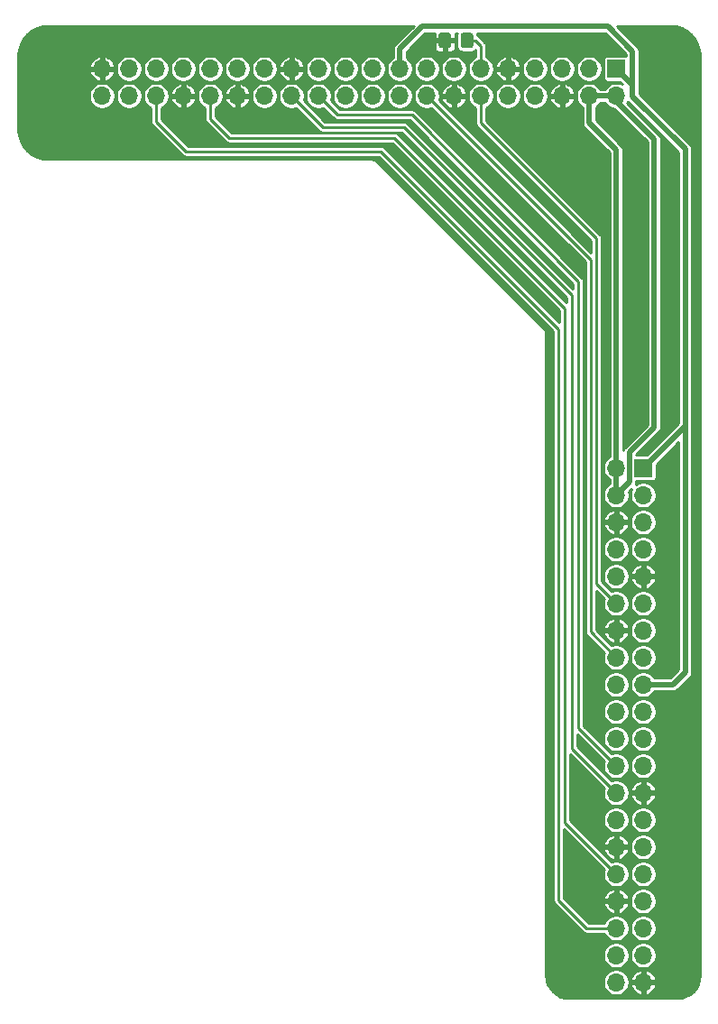
<source format=gbr>
%TF.GenerationSoftware,KiCad,Pcbnew,(5.1.9)-1*%
%TF.CreationDate,2021-04-11T16:40:00+01:00*%
%TF.ProjectId,RGBtoHDMI-Adapter Type C Rev 2,52474274-6f48-4444-9d49-2d4164617074,2*%
%TF.SameCoordinates,Original*%
%TF.FileFunction,Copper,L1,Top*%
%TF.FilePolarity,Positive*%
%FSLAX46Y46*%
G04 Gerber Fmt 4.6, Leading zero omitted, Abs format (unit mm)*
G04 Created by KiCad (PCBNEW (5.1.9)-1) date 2021-04-11 16:40:00*
%MOMM*%
%LPD*%
G01*
G04 APERTURE LIST*
%TA.AperFunction,ComponentPad*%
%ADD10O,1.700000X1.700000*%
%TD*%
%TA.AperFunction,ComponentPad*%
%ADD11R,1.700000X1.700000*%
%TD*%
%TA.AperFunction,ComponentPad*%
%ADD12C,5.700000*%
%TD*%
%TA.AperFunction,ViaPad*%
%ADD13C,0.800000*%
%TD*%
%TA.AperFunction,ViaPad*%
%ADD14C,1.000000*%
%TD*%
%TA.AperFunction,Conductor*%
%ADD15C,0.500000*%
%TD*%
%TA.AperFunction,Conductor*%
%ADD16C,0.250000*%
%TD*%
%TA.AperFunction,Conductor*%
%ADD17C,0.254000*%
%TD*%
%TA.AperFunction,Conductor*%
%ADD18C,0.100000*%
%TD*%
G04 APERTURE END LIST*
%TO.P,C1,2*%
%TO.N,PiCLK*%
%TA.AperFunction,SMDPad,CuDef*%
G36*
G01*
X118115500Y-68293000D02*
X118115500Y-67343000D01*
G75*
G02*
X118365500Y-67093000I250000J0D01*
G01*
X119040500Y-67093000D01*
G75*
G02*
X119290500Y-67343000I0J-250000D01*
G01*
X119290500Y-68293000D01*
G75*
G02*
X119040500Y-68543000I-250000J0D01*
G01*
X118365500Y-68543000D01*
G75*
G02*
X118115500Y-68293000I0J250000D01*
G01*
G37*
%TD.AperFunction*%
%TO.P,C1,1*%
%TO.N,GND*%
%TA.AperFunction,SMDPad,CuDef*%
G36*
G01*
X116040500Y-68293000D02*
X116040500Y-67343000D01*
G75*
G02*
X116290500Y-67093000I250000J0D01*
G01*
X116965500Y-67093000D01*
G75*
G02*
X117215500Y-67343000I0J-250000D01*
G01*
X117215500Y-68293000D01*
G75*
G02*
X116965500Y-68543000I-250000J0D01*
G01*
X116290500Y-68543000D01*
G75*
G02*
X116040500Y-68293000I0J250000D01*
G01*
G37*
%TD.AperFunction*%
%TD*%
D10*
%TO.P,J2,40*%
%TO.N,Net-(J2-Pad40)*%
X84455000Y-73025000D03*
%TO.P,J2,39*%
%TO.N,GND*%
X84455000Y-70485000D03*
%TO.P,J2,38*%
%TO.N,Net-(J2-Pad38)*%
X86995000Y-73025000D03*
%TO.P,J2,37*%
%TO.N,Net-(J2-Pad37)*%
X86995000Y-70485000D03*
%TO.P,J2,36*%
%TO.N,GPIO16*%
X89535000Y-73025000D03*
%TO.P,J2,35*%
%TO.N,Net-(J2-Pad35)*%
X89535000Y-70485000D03*
%TO.P,J2,34*%
%TO.N,GND*%
X92075000Y-73025000D03*
%TO.P,J2,33*%
%TO.N,PiR3*%
X92075000Y-70485000D03*
%TO.P,J2,32*%
%TO.N,PiR2*%
X94615000Y-73025000D03*
%TO.P,J2,31*%
%TO.N,PiG0*%
X94615000Y-70485000D03*
%TO.P,J2,30*%
%TO.N,GND*%
X97155000Y-73025000D03*
%TO.P,J2,29*%
%TO.N,PiB3*%
X97155000Y-70485000D03*
%TO.P,J2,28*%
%TO.N,Net-(J2-Pad28)*%
X99695000Y-73025000D03*
%TO.P,J2,27*%
%TO.N,Net-(J2-Pad27)*%
X99695000Y-70485000D03*
%TO.P,J2,26*%
%TO.N,PiG1*%
X102235000Y-73025000D03*
%TO.P,J2,25*%
%TO.N,GND*%
X102235000Y-70485000D03*
%TO.P,J2,24*%
%TO.N,PiG2*%
X104775000Y-73025000D03*
%TO.P,J2,23*%
%TO.N,PiR1*%
X104775000Y-70485000D03*
%TO.P,J2,22*%
%TO.N,Net-(J2-Pad22)*%
X107315000Y-73025000D03*
%TO.P,J2,21*%
%TO.N,PiG3*%
X107315000Y-70485000D03*
%TO.P,J2,20*%
%TO.N,Net-(J2-Pad20)*%
X109855000Y-73025000D03*
%TO.P,J2,19*%
%TO.N,PiR0*%
X109855000Y-70485000D03*
%TO.P,J2,18*%
%TO.N,Net-(J2-Pad18)*%
X112395000Y-73025000D03*
%TO.P,J2,17*%
%TO.N,+3V3*%
X112395000Y-70485000D03*
%TO.P,J2,16*%
%TO.N,PiSYNC*%
X114935000Y-73025000D03*
%TO.P,J2,15*%
%TO.N,Net-(J2-Pad15)*%
X114935000Y-70485000D03*
%TO.P,J2,14*%
%TO.N,GND*%
X117475000Y-73025000D03*
%TO.P,J2,13*%
%TO.N,Net-(J2-Pad13)*%
X117475000Y-70485000D03*
%TO.P,J2,12*%
%TO.N,GPIO18*%
X120015000Y-73025000D03*
%TO.P,J2,11*%
%TO.N,PiCLK*%
X120015000Y-70485000D03*
%TO.P,J2,10*%
%TO.N,Net-(J2-Pad10)*%
X122555000Y-73025000D03*
%TO.P,J2,9*%
%TO.N,GND*%
X122555000Y-70485000D03*
%TO.P,J2,8*%
%TO.N,Net-(J2-Pad8)*%
X125095000Y-73025000D03*
%TO.P,J2,7*%
%TO.N,PiB2*%
X125095000Y-70485000D03*
%TO.P,J2,6*%
%TO.N,GND*%
X127635000Y-73025000D03*
%TO.P,J2,5*%
%TO.N,PiB1*%
X127635000Y-70485000D03*
%TO.P,J2,4*%
%TO.N,+5V*%
X130175000Y-73025000D03*
%TO.P,J2,3*%
%TO.N,PiB0*%
X130175000Y-70485000D03*
%TO.P,J2,2*%
%TO.N,+5V*%
X132715000Y-73025000D03*
D11*
%TO.P,J2,1*%
%TO.N,+3V3*%
X132715000Y-70485000D03*
%TD*%
D12*
%TO.P,H2,1*%
%TO.N,GND*%
X137795000Y-71755000D03*
%TD*%
%TO.P,H1,1*%
%TO.N,GND*%
X79375000Y-71755000D03*
%TD*%
D10*
%TO.P,J1,40*%
%TO.N,Net-(J1-Pad40)*%
X132715000Y-156210000D03*
%TO.P,J1,39*%
%TO.N,GND*%
X135255000Y-156210000D03*
%TO.P,J1,38*%
%TO.N,Net-(J1-Pad38)*%
X132715000Y-153670000D03*
%TO.P,J1,37*%
%TO.N,Net-(J1-Pad37)*%
X135255000Y-153670000D03*
%TO.P,J1,36*%
%TO.N,GPIO16*%
X132715000Y-151130000D03*
%TO.P,J1,35*%
%TO.N,Net-(J1-Pad35)*%
X135255000Y-151130000D03*
%TO.P,J1,34*%
%TO.N,GND*%
X132715000Y-148590000D03*
%TO.P,J1,33*%
%TO.N,PiR3*%
X135255000Y-148590000D03*
%TO.P,J1,32*%
%TO.N,PiR2*%
X132715000Y-146050000D03*
%TO.P,J1,31*%
%TO.N,PiG0*%
X135255000Y-146050000D03*
%TO.P,J1,30*%
%TO.N,GND*%
X132715000Y-143510000D03*
%TO.P,J1,29*%
%TO.N,PiB3*%
X135255000Y-143510000D03*
%TO.P,J1,28*%
%TO.N,Net-(J1-Pad28)*%
X132715000Y-140970000D03*
%TO.P,J1,27*%
%TO.N,Net-(J1-Pad27)*%
X135255000Y-140970000D03*
%TO.P,J1,26*%
%TO.N,PiG1*%
X132715000Y-138430000D03*
%TO.P,J1,25*%
%TO.N,GND*%
X135255000Y-138430000D03*
%TO.P,J1,24*%
%TO.N,PiG2*%
X132715000Y-135890000D03*
%TO.P,J1,23*%
%TO.N,PiR1*%
X135255000Y-135890000D03*
%TO.P,J1,22*%
%TO.N,Net-(J1-Pad22)*%
X132715000Y-133350000D03*
%TO.P,J1,21*%
%TO.N,PiG3*%
X135255000Y-133350000D03*
%TO.P,J1,20*%
%TO.N,Net-(J1-Pad20)*%
X132715000Y-130810000D03*
%TO.P,J1,19*%
%TO.N,PiR0*%
X135255000Y-130810000D03*
%TO.P,J1,18*%
%TO.N,Net-(J1-Pad18)*%
X132715000Y-128270000D03*
%TO.P,J1,17*%
%TO.N,+3V3*%
X135255000Y-128270000D03*
%TO.P,J1,16*%
%TO.N,PiSYNC*%
X132715000Y-125730000D03*
%TO.P,J1,15*%
%TO.N,Net-(J1-Pad15)*%
X135255000Y-125730000D03*
%TO.P,J1,14*%
%TO.N,GND*%
X132715000Y-123190000D03*
%TO.P,J1,13*%
%TO.N,Net-(J1-Pad13)*%
X135255000Y-123190000D03*
%TO.P,J1,12*%
%TO.N,GPIO18*%
X132715000Y-120650000D03*
%TO.P,J1,11*%
%TO.N,PiCLK*%
X135255000Y-120650000D03*
%TO.P,J1,10*%
%TO.N,Net-(J1-Pad10)*%
X132715000Y-118110000D03*
%TO.P,J1,9*%
%TO.N,GND*%
X135255000Y-118110000D03*
%TO.P,J1,8*%
%TO.N,Net-(J1-Pad8)*%
X132715000Y-115570000D03*
%TO.P,J1,7*%
%TO.N,PiB2*%
X135255000Y-115570000D03*
%TO.P,J1,6*%
%TO.N,GND*%
X132715000Y-113030000D03*
%TO.P,J1,5*%
%TO.N,PiB1*%
X135255000Y-113030000D03*
%TO.P,J1,4*%
%TO.N,+5V*%
X132715000Y-110490000D03*
%TO.P,J1,3*%
%TO.N,PiB0*%
X135255000Y-110490000D03*
%TO.P,J1,2*%
%TO.N,+5V*%
X132715000Y-107950000D03*
D11*
%TO.P,J1,1*%
%TO.N,+3V3*%
X135255000Y-107950000D03*
%TD*%
D13*
%TO.N,GND*%
X130175000Y-134620000D03*
X130175000Y-124714000D03*
D14*
X135128000Y-102870000D03*
X127000000Y-86995000D03*
X117475000Y-77470000D03*
X135001000Y-83312000D03*
X137795000Y-140716000D03*
D13*
X123190000Y-89535000D03*
X113665000Y-80010000D03*
X127762000Y-77724000D03*
X134366000Y-76708000D03*
X138176000Y-80264000D03*
X129032000Y-76200000D03*
X122555000Y-75946000D03*
X127762000Y-81407000D03*
X130175000Y-130556000D03*
X134366000Y-79121000D03*
%TD*%
D15*
%TO.N,+5V*%
X132715000Y-107950000D02*
X132715000Y-110490000D01*
X132715000Y-73025000D02*
X130175000Y-73025000D01*
X130175000Y-75565000D02*
X130175000Y-73025000D01*
X132715000Y-78105000D02*
X130175000Y-75565000D01*
X132715000Y-107950000D02*
X132715000Y-78105000D01*
X132715000Y-73533000D02*
X132715000Y-73025000D01*
X136271000Y-77089000D02*
X132715000Y-73533000D01*
X136271000Y-104140000D02*
X136271000Y-77089000D01*
X133954999Y-109250001D02*
X133954999Y-106456001D01*
X133954999Y-106456001D02*
X136271000Y-104140000D01*
X132715000Y-110490000D02*
X133954999Y-109250001D01*
D16*
%TO.N,GPIO16*%
X92329000Y-78232000D02*
X89535000Y-75438000D01*
X110617000Y-78232000D02*
X92329000Y-78232000D01*
X89535000Y-75438000D02*
X89535000Y-73025000D01*
X127315345Y-94930345D02*
X110617000Y-78232000D01*
X127315345Y-148525756D02*
X127315345Y-94930345D01*
X129919589Y-151130000D02*
X127315345Y-148525756D01*
X132715000Y-151130000D02*
X129919589Y-151130000D01*
%TO.N,PiR2*%
X94615000Y-75184000D02*
X94615000Y-73025000D01*
X96393000Y-76962000D02*
X94615000Y-75184000D01*
X111887000Y-76962000D02*
X96393000Y-76962000D01*
X127870791Y-92945791D02*
X111887000Y-76962000D01*
X127870791Y-141205791D02*
X127870791Y-92945791D01*
X132715000Y-146050000D02*
X127870791Y-141205791D01*
%TO.N,PiG1*%
X112776000Y-75946000D02*
X105156000Y-75946000D01*
X105156000Y-75946000D02*
X102235000Y-73025000D01*
X128556589Y-91726589D02*
X112776000Y-75946000D01*
X128556589Y-134271589D02*
X128556589Y-91726589D01*
X132715000Y-138430000D02*
X128556589Y-134271589D01*
%TO.N,PiG2*%
X106553000Y-74803000D02*
X104775000Y-73025000D01*
X113538000Y-74803000D02*
X106553000Y-74803000D01*
X129184400Y-132359400D02*
X129184400Y-90449400D01*
X129184400Y-90449400D02*
X113538000Y-74803000D01*
X132715000Y-135890000D02*
X129184400Y-132359400D01*
%TO.N,PiSYNC*%
X132715000Y-125730000D02*
X130302000Y-123317000D01*
X130302000Y-123317000D02*
X130302000Y-106172000D01*
X130302000Y-106172000D02*
X130302000Y-106023829D01*
X130302000Y-88391294D02*
X114935706Y-73025000D01*
X114935706Y-73025000D02*
X114935000Y-73025000D01*
X130302000Y-106172000D02*
X130302000Y-88391294D01*
%TO.N,GPIO18*%
X120015000Y-75565000D02*
X120015000Y-73025000D01*
X130860800Y-86410800D02*
X120015000Y-75565000D01*
X130860800Y-118795800D02*
X130860800Y-86410800D01*
X132715000Y-120650000D02*
X130860800Y-118795800D01*
%TO.N,PiCLK*%
X119507000Y-67818000D02*
X118703000Y-67818000D01*
X120036500Y-68347500D02*
X119507000Y-67818000D01*
X120036500Y-70463500D02*
X120036500Y-68347500D01*
X120015000Y-70485000D02*
X120036500Y-70463500D01*
D15*
%TO.N,+3V3*%
X134239000Y-72009000D02*
X132715000Y-70485000D01*
X139192000Y-78036002D02*
X134239000Y-73083002D01*
X139192000Y-104013000D02*
X139192000Y-78036002D01*
X135255000Y-107950000D02*
X139192000Y-104013000D01*
X134239000Y-72517000D02*
X134239000Y-72009000D01*
X134239000Y-73083002D02*
X134239000Y-72517000D01*
X139192000Y-127127000D02*
X139192000Y-104013000D01*
X138049000Y-128270000D02*
X139192000Y-127127000D01*
X135255000Y-128270000D02*
X138049000Y-128270000D01*
X134239000Y-68834000D02*
X134239000Y-72517000D01*
X114523490Y-66515010D02*
X131920010Y-66515010D01*
X112395000Y-68643500D02*
X114523490Y-66515010D01*
X131920010Y-66515010D02*
X134239000Y-68834000D01*
X112395000Y-70485000D02*
X112395000Y-68643500D01*
%TD*%
D17*
%TO.N,GND*%
X111970733Y-68175399D02*
X111946658Y-68195157D01*
X111926900Y-68219232D01*
X111926897Y-68219235D01*
X111867804Y-68291240D01*
X111809211Y-68400859D01*
X111773130Y-68519803D01*
X111760948Y-68643500D01*
X111764001Y-68674500D01*
X111764001Y-69426109D01*
X111610283Y-69528820D01*
X111438820Y-69700283D01*
X111304102Y-69901903D01*
X111211307Y-70125931D01*
X111164000Y-70363757D01*
X111164000Y-70606243D01*
X111211307Y-70844069D01*
X111304102Y-71068097D01*
X111438820Y-71269717D01*
X111610283Y-71441180D01*
X111811903Y-71575898D01*
X112035931Y-71668693D01*
X112273757Y-71716000D01*
X112516243Y-71716000D01*
X112754069Y-71668693D01*
X112978097Y-71575898D01*
X113179717Y-71441180D01*
X113351180Y-71269717D01*
X113485898Y-71068097D01*
X113578693Y-70844069D01*
X113626000Y-70606243D01*
X113626000Y-70363757D01*
X113704000Y-70363757D01*
X113704000Y-70606243D01*
X113751307Y-70844069D01*
X113844102Y-71068097D01*
X113978820Y-71269717D01*
X114150283Y-71441180D01*
X114351903Y-71575898D01*
X114575931Y-71668693D01*
X114813757Y-71716000D01*
X115056243Y-71716000D01*
X115294069Y-71668693D01*
X115518097Y-71575898D01*
X115719717Y-71441180D01*
X115891180Y-71269717D01*
X116025898Y-71068097D01*
X116118693Y-70844069D01*
X116166000Y-70606243D01*
X116166000Y-70363757D01*
X116244000Y-70363757D01*
X116244000Y-70606243D01*
X116291307Y-70844069D01*
X116384102Y-71068097D01*
X116518820Y-71269717D01*
X116690283Y-71441180D01*
X116891903Y-71575898D01*
X117115931Y-71668693D01*
X117353757Y-71716000D01*
X117596243Y-71716000D01*
X117834069Y-71668693D01*
X118058097Y-71575898D01*
X118259717Y-71441180D01*
X118431180Y-71269717D01*
X118565898Y-71068097D01*
X118658693Y-70844069D01*
X118706000Y-70606243D01*
X118706000Y-70363757D01*
X118658693Y-70125931D01*
X118565898Y-69901903D01*
X118431180Y-69700283D01*
X118259717Y-69528820D01*
X118058097Y-69394102D01*
X117834069Y-69301307D01*
X117596243Y-69254000D01*
X117353757Y-69254000D01*
X117115931Y-69301307D01*
X116891903Y-69394102D01*
X116690283Y-69528820D01*
X116518820Y-69700283D01*
X116384102Y-69901903D01*
X116291307Y-70125931D01*
X116244000Y-70363757D01*
X116166000Y-70363757D01*
X116118693Y-70125931D01*
X116025898Y-69901903D01*
X115891180Y-69700283D01*
X115719717Y-69528820D01*
X115518097Y-69394102D01*
X115294069Y-69301307D01*
X115056243Y-69254000D01*
X114813757Y-69254000D01*
X114575931Y-69301307D01*
X114351903Y-69394102D01*
X114150283Y-69528820D01*
X113978820Y-69700283D01*
X113844102Y-69901903D01*
X113751307Y-70125931D01*
X113704000Y-70363757D01*
X113626000Y-70363757D01*
X113578693Y-70125931D01*
X113485898Y-69901903D01*
X113351180Y-69700283D01*
X113179717Y-69528820D01*
X113026000Y-69426110D01*
X113026000Y-68904868D01*
X113387868Y-68543000D01*
X115657657Y-68543000D01*
X115665013Y-68617689D01*
X115686799Y-68689508D01*
X115722178Y-68755696D01*
X115769789Y-68813711D01*
X115827804Y-68861322D01*
X115893992Y-68896701D01*
X115965811Y-68918487D01*
X116040500Y-68925843D01*
X116405750Y-68924000D01*
X116501000Y-68828750D01*
X116501000Y-67945000D01*
X116755000Y-67945000D01*
X116755000Y-68828750D01*
X116850250Y-68924000D01*
X117215500Y-68925843D01*
X117290189Y-68918487D01*
X117362008Y-68896701D01*
X117428196Y-68861322D01*
X117486211Y-68813711D01*
X117533822Y-68755696D01*
X117569201Y-68689508D01*
X117590987Y-68617689D01*
X117598343Y-68543000D01*
X117596500Y-68040250D01*
X117501250Y-67945000D01*
X116755000Y-67945000D01*
X116501000Y-67945000D01*
X115754750Y-67945000D01*
X115659500Y-68040250D01*
X115657657Y-68543000D01*
X113387868Y-68543000D01*
X114784858Y-67146010D01*
X115657851Y-67146010D01*
X115659500Y-67595750D01*
X115754750Y-67691000D01*
X116501000Y-67691000D01*
X116501000Y-67671000D01*
X116755000Y-67671000D01*
X116755000Y-67691000D01*
X117501250Y-67691000D01*
X117596500Y-67595750D01*
X117598149Y-67146010D01*
X117767121Y-67146010D01*
X117744817Y-67219538D01*
X117732657Y-67343000D01*
X117732657Y-68293000D01*
X117744817Y-68416462D01*
X117780829Y-68535179D01*
X117839310Y-68644589D01*
X117918012Y-68740488D01*
X118013911Y-68819190D01*
X118123321Y-68877671D01*
X118242038Y-68913683D01*
X118365500Y-68925843D01*
X119040500Y-68925843D01*
X119163962Y-68913683D01*
X119282679Y-68877671D01*
X119392089Y-68819190D01*
X119487988Y-68740488D01*
X119530501Y-68688686D01*
X119530501Y-69353262D01*
X119431903Y-69394102D01*
X119230283Y-69528820D01*
X119058820Y-69700283D01*
X118924102Y-69901903D01*
X118831307Y-70125931D01*
X118784000Y-70363757D01*
X118784000Y-70606243D01*
X118831307Y-70844069D01*
X118924102Y-71068097D01*
X119058820Y-71269717D01*
X119230283Y-71441180D01*
X119431903Y-71575898D01*
X119655931Y-71668693D01*
X119893757Y-71716000D01*
X120136243Y-71716000D01*
X120374069Y-71668693D01*
X120598097Y-71575898D01*
X120799717Y-71441180D01*
X120971180Y-71269717D01*
X121105898Y-71068097D01*
X121198693Y-70844069D01*
X121207064Y-70801981D01*
X121365505Y-70801981D01*
X121450201Y-71027949D01*
X121577353Y-71233052D01*
X121742076Y-71409408D01*
X121938039Y-71550239D01*
X122157712Y-71650134D01*
X122238020Y-71674489D01*
X122428000Y-71613627D01*
X122428000Y-70612000D01*
X122682000Y-70612000D01*
X122682000Y-71613627D01*
X122871980Y-71674489D01*
X122952288Y-71650134D01*
X123171961Y-71550239D01*
X123367924Y-71409408D01*
X123532647Y-71233052D01*
X123659799Y-71027949D01*
X123744495Y-70801981D01*
X123684187Y-70612000D01*
X122682000Y-70612000D01*
X122428000Y-70612000D01*
X121425813Y-70612000D01*
X121365505Y-70801981D01*
X121207064Y-70801981D01*
X121246000Y-70606243D01*
X121246000Y-70363757D01*
X123864000Y-70363757D01*
X123864000Y-70606243D01*
X123911307Y-70844069D01*
X124004102Y-71068097D01*
X124138820Y-71269717D01*
X124310283Y-71441180D01*
X124511903Y-71575898D01*
X124735931Y-71668693D01*
X124973757Y-71716000D01*
X125216243Y-71716000D01*
X125454069Y-71668693D01*
X125678097Y-71575898D01*
X125879717Y-71441180D01*
X126051180Y-71269717D01*
X126185898Y-71068097D01*
X126278693Y-70844069D01*
X126326000Y-70606243D01*
X126326000Y-70363757D01*
X126404000Y-70363757D01*
X126404000Y-70606243D01*
X126451307Y-70844069D01*
X126544102Y-71068097D01*
X126678820Y-71269717D01*
X126850283Y-71441180D01*
X127051903Y-71575898D01*
X127275931Y-71668693D01*
X127513757Y-71716000D01*
X127756243Y-71716000D01*
X127994069Y-71668693D01*
X128218097Y-71575898D01*
X128419717Y-71441180D01*
X128591180Y-71269717D01*
X128725898Y-71068097D01*
X128818693Y-70844069D01*
X128866000Y-70606243D01*
X128866000Y-70363757D01*
X128944000Y-70363757D01*
X128944000Y-70606243D01*
X128991307Y-70844069D01*
X129084102Y-71068097D01*
X129218820Y-71269717D01*
X129390283Y-71441180D01*
X129591903Y-71575898D01*
X129815931Y-71668693D01*
X130053757Y-71716000D01*
X130296243Y-71716000D01*
X130534069Y-71668693D01*
X130758097Y-71575898D01*
X130959717Y-71441180D01*
X131131180Y-71269717D01*
X131265898Y-71068097D01*
X131358693Y-70844069D01*
X131406000Y-70606243D01*
X131406000Y-70363757D01*
X131358693Y-70125931D01*
X131265898Y-69901903D01*
X131131180Y-69700283D01*
X130959717Y-69528820D01*
X130758097Y-69394102D01*
X130534069Y-69301307D01*
X130296243Y-69254000D01*
X130053757Y-69254000D01*
X129815931Y-69301307D01*
X129591903Y-69394102D01*
X129390283Y-69528820D01*
X129218820Y-69700283D01*
X129084102Y-69901903D01*
X128991307Y-70125931D01*
X128944000Y-70363757D01*
X128866000Y-70363757D01*
X128818693Y-70125931D01*
X128725898Y-69901903D01*
X128591180Y-69700283D01*
X128419717Y-69528820D01*
X128218097Y-69394102D01*
X127994069Y-69301307D01*
X127756243Y-69254000D01*
X127513757Y-69254000D01*
X127275931Y-69301307D01*
X127051903Y-69394102D01*
X126850283Y-69528820D01*
X126678820Y-69700283D01*
X126544102Y-69901903D01*
X126451307Y-70125931D01*
X126404000Y-70363757D01*
X126326000Y-70363757D01*
X126278693Y-70125931D01*
X126185898Y-69901903D01*
X126051180Y-69700283D01*
X125879717Y-69528820D01*
X125678097Y-69394102D01*
X125454069Y-69301307D01*
X125216243Y-69254000D01*
X124973757Y-69254000D01*
X124735931Y-69301307D01*
X124511903Y-69394102D01*
X124310283Y-69528820D01*
X124138820Y-69700283D01*
X124004102Y-69901903D01*
X123911307Y-70125931D01*
X123864000Y-70363757D01*
X121246000Y-70363757D01*
X121207065Y-70168019D01*
X121365505Y-70168019D01*
X121425813Y-70358000D01*
X122428000Y-70358000D01*
X122428000Y-69356373D01*
X122682000Y-69356373D01*
X122682000Y-70358000D01*
X123684187Y-70358000D01*
X123744495Y-70168019D01*
X123659799Y-69942051D01*
X123532647Y-69736948D01*
X123367924Y-69560592D01*
X123171961Y-69419761D01*
X122952288Y-69319866D01*
X122871980Y-69295511D01*
X122682000Y-69356373D01*
X122428000Y-69356373D01*
X122238020Y-69295511D01*
X122157712Y-69319866D01*
X121938039Y-69419761D01*
X121742076Y-69560592D01*
X121577353Y-69736948D01*
X121450201Y-69942051D01*
X121365505Y-70168019D01*
X121207065Y-70168019D01*
X121198693Y-70125931D01*
X121105898Y-69901903D01*
X120971180Y-69700283D01*
X120799717Y-69528820D01*
X120598097Y-69394102D01*
X120542500Y-69371073D01*
X120542500Y-68372345D01*
X120544947Y-68347499D01*
X120542500Y-68322653D01*
X120542500Y-68322646D01*
X120535178Y-68248307D01*
X120506245Y-68152925D01*
X120459259Y-68065021D01*
X120396027Y-67987973D01*
X120376720Y-67972128D01*
X119882376Y-67477785D01*
X119866527Y-67458473D01*
X119789479Y-67395241D01*
X119701575Y-67348255D01*
X119673007Y-67339589D01*
X119661183Y-67219538D01*
X119638879Y-67146010D01*
X131658642Y-67146010D01*
X133608000Y-69095369D01*
X133608000Y-69256392D01*
X133565000Y-69252157D01*
X131865000Y-69252157D01*
X131790311Y-69259513D01*
X131718492Y-69281299D01*
X131652304Y-69316678D01*
X131594289Y-69364289D01*
X131546678Y-69422304D01*
X131511299Y-69488492D01*
X131489513Y-69560311D01*
X131482157Y-69635000D01*
X131482157Y-71335000D01*
X131489513Y-71409689D01*
X131511299Y-71481508D01*
X131546678Y-71547696D01*
X131594289Y-71605711D01*
X131652304Y-71653322D01*
X131718492Y-71688701D01*
X131790311Y-71710487D01*
X131865000Y-71717843D01*
X133055475Y-71717843D01*
X133253093Y-71915461D01*
X133074069Y-71841307D01*
X132836243Y-71794000D01*
X132593757Y-71794000D01*
X132355931Y-71841307D01*
X132131903Y-71934102D01*
X131930283Y-72068820D01*
X131758820Y-72240283D01*
X131656110Y-72394000D01*
X131233890Y-72394000D01*
X131131180Y-72240283D01*
X130959717Y-72068820D01*
X130758097Y-71934102D01*
X130534069Y-71841307D01*
X130296243Y-71794000D01*
X130053757Y-71794000D01*
X129815931Y-71841307D01*
X129591903Y-71934102D01*
X129390283Y-72068820D01*
X129218820Y-72240283D01*
X129084102Y-72441903D01*
X128991307Y-72665931D01*
X128944000Y-72903757D01*
X128944000Y-73146243D01*
X128991307Y-73384069D01*
X129084102Y-73608097D01*
X129218820Y-73809717D01*
X129390283Y-73981180D01*
X129544001Y-74083891D01*
X129544000Y-75534010D01*
X129540948Y-75565000D01*
X129544000Y-75595990D01*
X129544000Y-75595997D01*
X129553130Y-75688697D01*
X129589211Y-75807641D01*
X129647804Y-75917260D01*
X129726657Y-76013343D01*
X129750737Y-76033105D01*
X132084001Y-78366369D01*
X132084000Y-106891110D01*
X131930283Y-106993820D01*
X131758820Y-107165283D01*
X131624102Y-107366903D01*
X131531307Y-107590931D01*
X131484000Y-107828757D01*
X131484000Y-108071243D01*
X131531307Y-108309069D01*
X131624102Y-108533097D01*
X131758820Y-108734717D01*
X131930283Y-108906180D01*
X132084000Y-109008891D01*
X132084001Y-109431109D01*
X131930283Y-109533820D01*
X131758820Y-109705283D01*
X131624102Y-109906903D01*
X131531307Y-110130931D01*
X131484000Y-110368757D01*
X131484000Y-110611243D01*
X131531307Y-110849069D01*
X131624102Y-111073097D01*
X131758820Y-111274717D01*
X131930283Y-111446180D01*
X132131903Y-111580898D01*
X132355931Y-111673693D01*
X132593757Y-111721000D01*
X132836243Y-111721000D01*
X133074069Y-111673693D01*
X133298097Y-111580898D01*
X133499717Y-111446180D01*
X133671180Y-111274717D01*
X133805898Y-111073097D01*
X133898693Y-110849069D01*
X133946000Y-110611243D01*
X133946000Y-110368757D01*
X133909933Y-110187435D01*
X134145461Y-109951907D01*
X134071307Y-110130931D01*
X134024000Y-110368757D01*
X134024000Y-110611243D01*
X134071307Y-110849069D01*
X134164102Y-111073097D01*
X134298820Y-111274717D01*
X134470283Y-111446180D01*
X134671903Y-111580898D01*
X134895931Y-111673693D01*
X135133757Y-111721000D01*
X135376243Y-111721000D01*
X135614069Y-111673693D01*
X135838097Y-111580898D01*
X136039717Y-111446180D01*
X136211180Y-111274717D01*
X136345898Y-111073097D01*
X136438693Y-110849069D01*
X136486000Y-110611243D01*
X136486000Y-110368757D01*
X136438693Y-110130931D01*
X136345898Y-109906903D01*
X136211180Y-109705283D01*
X136039717Y-109533820D01*
X135838097Y-109399102D01*
X135614069Y-109306307D01*
X135376243Y-109259000D01*
X135133757Y-109259000D01*
X134895931Y-109306307D01*
X134671903Y-109399102D01*
X134543045Y-109485202D01*
X134576869Y-109373699D01*
X134585999Y-109280999D01*
X134585999Y-109280990D01*
X134589051Y-109250002D01*
X134585999Y-109219014D01*
X134585999Y-109182843D01*
X136105000Y-109182843D01*
X136179689Y-109175487D01*
X136251508Y-109153701D01*
X136317696Y-109118322D01*
X136375711Y-109070711D01*
X136423322Y-109012696D01*
X136458701Y-108946508D01*
X136480487Y-108874689D01*
X136487843Y-108800000D01*
X136487843Y-107609525D01*
X138561001Y-105536368D01*
X138561000Y-126865631D01*
X137787632Y-127639000D01*
X136313890Y-127639000D01*
X136211180Y-127485283D01*
X136039717Y-127313820D01*
X135838097Y-127179102D01*
X135614069Y-127086307D01*
X135376243Y-127039000D01*
X135133757Y-127039000D01*
X134895931Y-127086307D01*
X134671903Y-127179102D01*
X134470283Y-127313820D01*
X134298820Y-127485283D01*
X134164102Y-127686903D01*
X134071307Y-127910931D01*
X134024000Y-128148757D01*
X134024000Y-128391243D01*
X134071307Y-128629069D01*
X134164102Y-128853097D01*
X134298820Y-129054717D01*
X134470283Y-129226180D01*
X134671903Y-129360898D01*
X134895931Y-129453693D01*
X135133757Y-129501000D01*
X135376243Y-129501000D01*
X135614069Y-129453693D01*
X135838097Y-129360898D01*
X136039717Y-129226180D01*
X136211180Y-129054717D01*
X136313890Y-128901000D01*
X138018010Y-128901000D01*
X138049000Y-128904052D01*
X138079990Y-128901000D01*
X138079998Y-128901000D01*
X138172698Y-128891870D01*
X138291642Y-128855789D01*
X138401261Y-128797196D01*
X138497343Y-128718343D01*
X138517105Y-128694263D01*
X139616269Y-127595100D01*
X139640343Y-127575343D01*
X139719196Y-127479261D01*
X139777789Y-127369642D01*
X139813870Y-127250698D01*
X139823000Y-127157998D01*
X139823000Y-127157989D01*
X139826052Y-127127001D01*
X139823000Y-127096013D01*
X139823000Y-104043991D01*
X139826052Y-104013000D01*
X139823000Y-103982010D01*
X139823000Y-78066992D01*
X139826052Y-78036002D01*
X139823000Y-78005011D01*
X139823000Y-78005004D01*
X139813870Y-77912304D01*
X139777789Y-77793360D01*
X139719196Y-77683741D01*
X139669730Y-77623467D01*
X139660103Y-77611736D01*
X139660101Y-77611734D01*
X139640343Y-77587659D01*
X139616268Y-77567901D01*
X134870000Y-72821634D01*
X134870000Y-72039987D01*
X134873052Y-72008999D01*
X134870000Y-71978011D01*
X134870000Y-68864987D01*
X134873052Y-68833999D01*
X134870000Y-68803011D01*
X134870000Y-68803002D01*
X134860870Y-68710302D01*
X134824789Y-68591358D01*
X134766196Y-68481739D01*
X134745499Y-68456520D01*
X134707103Y-68409734D01*
X134707101Y-68409732D01*
X134687343Y-68385657D01*
X134663269Y-68365900D01*
X132743368Y-66446000D01*
X137775147Y-66446000D01*
X138332454Y-66500644D01*
X138849440Y-66656732D01*
X139326262Y-66910262D01*
X139744760Y-67251581D01*
X140088992Y-67667686D01*
X140345845Y-68142724D01*
X140505536Y-68658605D01*
X140563996Y-69214813D01*
X140564001Y-69216122D01*
X140564000Y-155555146D01*
X140521449Y-155989115D01*
X140401181Y-156387464D01*
X140205831Y-156754862D01*
X139942845Y-157077315D01*
X139622226Y-157342554D01*
X139256204Y-157540461D01*
X138858708Y-157663506D01*
X138425863Y-157709000D01*
X128289854Y-157709000D01*
X127855885Y-157666449D01*
X127457536Y-157546181D01*
X127090138Y-157350831D01*
X126767685Y-157087845D01*
X126502446Y-156767226D01*
X126304539Y-156401204D01*
X126207821Y-156088757D01*
X131484000Y-156088757D01*
X131484000Y-156331243D01*
X131531307Y-156569069D01*
X131624102Y-156793097D01*
X131758820Y-156994717D01*
X131930283Y-157166180D01*
X132131903Y-157300898D01*
X132355931Y-157393693D01*
X132593757Y-157441000D01*
X132836243Y-157441000D01*
X133074069Y-157393693D01*
X133298097Y-157300898D01*
X133499717Y-157166180D01*
X133671180Y-156994717D01*
X133805898Y-156793097D01*
X133898693Y-156569069D01*
X133907065Y-156526980D01*
X134065511Y-156526980D01*
X134089866Y-156607288D01*
X134189761Y-156826961D01*
X134330592Y-157022924D01*
X134506948Y-157187647D01*
X134712051Y-157314799D01*
X134938019Y-157399495D01*
X135128000Y-157339187D01*
X135128000Y-156337000D01*
X135382000Y-156337000D01*
X135382000Y-157339187D01*
X135571981Y-157399495D01*
X135797949Y-157314799D01*
X136003052Y-157187647D01*
X136179408Y-157022924D01*
X136320239Y-156826961D01*
X136420134Y-156607288D01*
X136444489Y-156526980D01*
X136383627Y-156337000D01*
X135382000Y-156337000D01*
X135128000Y-156337000D01*
X134126373Y-156337000D01*
X134065511Y-156526980D01*
X133907065Y-156526980D01*
X133946000Y-156331243D01*
X133946000Y-156088757D01*
X133907066Y-155893020D01*
X134065511Y-155893020D01*
X134126373Y-156083000D01*
X135128000Y-156083000D01*
X135128000Y-155080813D01*
X135382000Y-155080813D01*
X135382000Y-156083000D01*
X136383627Y-156083000D01*
X136444489Y-155893020D01*
X136420134Y-155812712D01*
X136320239Y-155593039D01*
X136179408Y-155397076D01*
X136003052Y-155232353D01*
X135797949Y-155105201D01*
X135571981Y-155020505D01*
X135382000Y-155080813D01*
X135128000Y-155080813D01*
X134938019Y-155020505D01*
X134712051Y-155105201D01*
X134506948Y-155232353D01*
X134330592Y-155397076D01*
X134189761Y-155593039D01*
X134089866Y-155812712D01*
X134065511Y-155893020D01*
X133907066Y-155893020D01*
X133898693Y-155850931D01*
X133805898Y-155626903D01*
X133671180Y-155425283D01*
X133499717Y-155253820D01*
X133298097Y-155119102D01*
X133074069Y-155026307D01*
X132836243Y-154979000D01*
X132593757Y-154979000D01*
X132355931Y-155026307D01*
X132131903Y-155119102D01*
X131930283Y-155253820D01*
X131758820Y-155425283D01*
X131624102Y-155626903D01*
X131531307Y-155850931D01*
X131484000Y-156088757D01*
X126207821Y-156088757D01*
X126181494Y-156003708D01*
X126136000Y-155570863D01*
X126136000Y-153548757D01*
X131484000Y-153548757D01*
X131484000Y-153791243D01*
X131531307Y-154029069D01*
X131624102Y-154253097D01*
X131758820Y-154454717D01*
X131930283Y-154626180D01*
X132131903Y-154760898D01*
X132355931Y-154853693D01*
X132593757Y-154901000D01*
X132836243Y-154901000D01*
X133074069Y-154853693D01*
X133298097Y-154760898D01*
X133499717Y-154626180D01*
X133671180Y-154454717D01*
X133805898Y-154253097D01*
X133898693Y-154029069D01*
X133946000Y-153791243D01*
X133946000Y-153548757D01*
X134024000Y-153548757D01*
X134024000Y-153791243D01*
X134071307Y-154029069D01*
X134164102Y-154253097D01*
X134298820Y-154454717D01*
X134470283Y-154626180D01*
X134671903Y-154760898D01*
X134895931Y-154853693D01*
X135133757Y-154901000D01*
X135376243Y-154901000D01*
X135614069Y-154853693D01*
X135838097Y-154760898D01*
X136039717Y-154626180D01*
X136211180Y-154454717D01*
X136345898Y-154253097D01*
X136438693Y-154029069D01*
X136486000Y-153791243D01*
X136486000Y-153548757D01*
X136438693Y-153310931D01*
X136345898Y-153086903D01*
X136211180Y-152885283D01*
X136039717Y-152713820D01*
X135838097Y-152579102D01*
X135614069Y-152486307D01*
X135376243Y-152439000D01*
X135133757Y-152439000D01*
X134895931Y-152486307D01*
X134671903Y-152579102D01*
X134470283Y-152713820D01*
X134298820Y-152885283D01*
X134164102Y-153086903D01*
X134071307Y-153310931D01*
X134024000Y-153548757D01*
X133946000Y-153548757D01*
X133898693Y-153310931D01*
X133805898Y-153086903D01*
X133671180Y-152885283D01*
X133499717Y-152713820D01*
X133298097Y-152579102D01*
X133074069Y-152486307D01*
X132836243Y-152439000D01*
X132593757Y-152439000D01*
X132355931Y-152486307D01*
X132131903Y-152579102D01*
X131930283Y-152713820D01*
X131758820Y-152885283D01*
X131624102Y-153086903D01*
X131531307Y-153310931D01*
X131484000Y-153548757D01*
X126136000Y-153548757D01*
X126136000Y-95269932D01*
X126137963Y-95249999D01*
X126136000Y-95230066D01*
X126136000Y-95230059D01*
X126130125Y-95170410D01*
X126106910Y-95093879D01*
X126069210Y-95023347D01*
X126018474Y-94961526D01*
X126002988Y-94948817D01*
X110156193Y-79102024D01*
X110143474Y-79086526D01*
X110081653Y-79035790D01*
X110011121Y-78998090D01*
X109934590Y-78974875D01*
X109874941Y-78969000D01*
X109874933Y-78969000D01*
X109855000Y-78967037D01*
X109835067Y-78969000D01*
X79394853Y-78969000D01*
X78837547Y-78914356D01*
X78320560Y-78758268D01*
X77843737Y-78504737D01*
X77425240Y-78163419D01*
X77081008Y-77747314D01*
X76824154Y-77272274D01*
X76664464Y-76756395D01*
X76606004Y-76200188D01*
X76606000Y-76199053D01*
X76606000Y-72903757D01*
X83224000Y-72903757D01*
X83224000Y-73146243D01*
X83271307Y-73384069D01*
X83364102Y-73608097D01*
X83498820Y-73809717D01*
X83670283Y-73981180D01*
X83871903Y-74115898D01*
X84095931Y-74208693D01*
X84333757Y-74256000D01*
X84576243Y-74256000D01*
X84814069Y-74208693D01*
X85038097Y-74115898D01*
X85239717Y-73981180D01*
X85411180Y-73809717D01*
X85545898Y-73608097D01*
X85638693Y-73384069D01*
X85686000Y-73146243D01*
X85686000Y-72903757D01*
X85764000Y-72903757D01*
X85764000Y-73146243D01*
X85811307Y-73384069D01*
X85904102Y-73608097D01*
X86038820Y-73809717D01*
X86210283Y-73981180D01*
X86411903Y-74115898D01*
X86635931Y-74208693D01*
X86873757Y-74256000D01*
X87116243Y-74256000D01*
X87354069Y-74208693D01*
X87578097Y-74115898D01*
X87779717Y-73981180D01*
X87951180Y-73809717D01*
X88085898Y-73608097D01*
X88178693Y-73384069D01*
X88226000Y-73146243D01*
X88226000Y-72903757D01*
X88304000Y-72903757D01*
X88304000Y-73146243D01*
X88351307Y-73384069D01*
X88444102Y-73608097D01*
X88578820Y-73809717D01*
X88750283Y-73981180D01*
X88951903Y-74115898D01*
X89029001Y-74147833D01*
X89029000Y-75413154D01*
X89026553Y-75438000D01*
X89029000Y-75462846D01*
X89029000Y-75462853D01*
X89036322Y-75537192D01*
X89065255Y-75632574D01*
X89112241Y-75720479D01*
X89175473Y-75797527D01*
X89194785Y-75813376D01*
X91953628Y-78572220D01*
X91969473Y-78591527D01*
X92046521Y-78654759D01*
X92113926Y-78690788D01*
X92134425Y-78701745D01*
X92229807Y-78730678D01*
X92329000Y-78740448D01*
X92353854Y-78738000D01*
X110407409Y-78738000D01*
X126809346Y-95139938D01*
X126809345Y-148500910D01*
X126806898Y-148525756D01*
X126809345Y-148550602D01*
X126809345Y-148550609D01*
X126816667Y-148624948D01*
X126845600Y-148720330D01*
X126892586Y-148808235D01*
X126955818Y-148885283D01*
X126975130Y-148901132D01*
X129544217Y-151470220D01*
X129560062Y-151489527D01*
X129637110Y-151552759D01*
X129725014Y-151599745D01*
X129820395Y-151628678D01*
X129830283Y-151629652D01*
X129894735Y-151636000D01*
X129894742Y-151636000D01*
X129919588Y-151638447D01*
X129944434Y-151636000D01*
X131592168Y-151636000D01*
X131624102Y-151713097D01*
X131758820Y-151914717D01*
X131930283Y-152086180D01*
X132131903Y-152220898D01*
X132355931Y-152313693D01*
X132593757Y-152361000D01*
X132836243Y-152361000D01*
X133074069Y-152313693D01*
X133298097Y-152220898D01*
X133499717Y-152086180D01*
X133671180Y-151914717D01*
X133805898Y-151713097D01*
X133898693Y-151489069D01*
X133946000Y-151251243D01*
X133946000Y-151008757D01*
X134024000Y-151008757D01*
X134024000Y-151251243D01*
X134071307Y-151489069D01*
X134164102Y-151713097D01*
X134298820Y-151914717D01*
X134470283Y-152086180D01*
X134671903Y-152220898D01*
X134895931Y-152313693D01*
X135133757Y-152361000D01*
X135376243Y-152361000D01*
X135614069Y-152313693D01*
X135838097Y-152220898D01*
X136039717Y-152086180D01*
X136211180Y-151914717D01*
X136345898Y-151713097D01*
X136438693Y-151489069D01*
X136486000Y-151251243D01*
X136486000Y-151008757D01*
X136438693Y-150770931D01*
X136345898Y-150546903D01*
X136211180Y-150345283D01*
X136039717Y-150173820D01*
X135838097Y-150039102D01*
X135614069Y-149946307D01*
X135376243Y-149899000D01*
X135133757Y-149899000D01*
X134895931Y-149946307D01*
X134671903Y-150039102D01*
X134470283Y-150173820D01*
X134298820Y-150345283D01*
X134164102Y-150546903D01*
X134071307Y-150770931D01*
X134024000Y-151008757D01*
X133946000Y-151008757D01*
X133898693Y-150770931D01*
X133805898Y-150546903D01*
X133671180Y-150345283D01*
X133499717Y-150173820D01*
X133298097Y-150039102D01*
X133074069Y-149946307D01*
X132836243Y-149899000D01*
X132593757Y-149899000D01*
X132355931Y-149946307D01*
X132131903Y-150039102D01*
X131930283Y-150173820D01*
X131758820Y-150345283D01*
X131624102Y-150546903D01*
X131592168Y-150624000D01*
X130129181Y-150624000D01*
X128412161Y-148906980D01*
X131525511Y-148906980D01*
X131549866Y-148987288D01*
X131649761Y-149206961D01*
X131790592Y-149402924D01*
X131966948Y-149567647D01*
X132172051Y-149694799D01*
X132398019Y-149779495D01*
X132588000Y-149719187D01*
X132588000Y-148717000D01*
X132842000Y-148717000D01*
X132842000Y-149719187D01*
X133031981Y-149779495D01*
X133257949Y-149694799D01*
X133463052Y-149567647D01*
X133639408Y-149402924D01*
X133780239Y-149206961D01*
X133880134Y-148987288D01*
X133904489Y-148906980D01*
X133843627Y-148717000D01*
X132842000Y-148717000D01*
X132588000Y-148717000D01*
X131586373Y-148717000D01*
X131525511Y-148906980D01*
X128412161Y-148906980D01*
X127973938Y-148468757D01*
X134024000Y-148468757D01*
X134024000Y-148711243D01*
X134071307Y-148949069D01*
X134164102Y-149173097D01*
X134298820Y-149374717D01*
X134470283Y-149546180D01*
X134671903Y-149680898D01*
X134895931Y-149773693D01*
X135133757Y-149821000D01*
X135376243Y-149821000D01*
X135614069Y-149773693D01*
X135838097Y-149680898D01*
X136039717Y-149546180D01*
X136211180Y-149374717D01*
X136345898Y-149173097D01*
X136438693Y-148949069D01*
X136486000Y-148711243D01*
X136486000Y-148468757D01*
X136438693Y-148230931D01*
X136345898Y-148006903D01*
X136211180Y-147805283D01*
X136039717Y-147633820D01*
X135838097Y-147499102D01*
X135614069Y-147406307D01*
X135376243Y-147359000D01*
X135133757Y-147359000D01*
X134895931Y-147406307D01*
X134671903Y-147499102D01*
X134470283Y-147633820D01*
X134298820Y-147805283D01*
X134164102Y-148006903D01*
X134071307Y-148230931D01*
X134024000Y-148468757D01*
X127973938Y-148468757D01*
X127821345Y-148316165D01*
X127821345Y-148273020D01*
X131525511Y-148273020D01*
X131586373Y-148463000D01*
X132588000Y-148463000D01*
X132588000Y-147460813D01*
X132842000Y-147460813D01*
X132842000Y-148463000D01*
X133843627Y-148463000D01*
X133904489Y-148273020D01*
X133880134Y-148192712D01*
X133780239Y-147973039D01*
X133639408Y-147777076D01*
X133463052Y-147612353D01*
X133257949Y-147485201D01*
X133031981Y-147400505D01*
X132842000Y-147460813D01*
X132588000Y-147460813D01*
X132398019Y-147400505D01*
X132172051Y-147485201D01*
X131966948Y-147612353D01*
X131790592Y-147777076D01*
X131649761Y-147973039D01*
X131549866Y-148192712D01*
X131525511Y-148273020D01*
X127821345Y-148273020D01*
X127821345Y-141871936D01*
X131563242Y-145613834D01*
X131531307Y-145690931D01*
X131484000Y-145928757D01*
X131484000Y-146171243D01*
X131531307Y-146409069D01*
X131624102Y-146633097D01*
X131758820Y-146834717D01*
X131930283Y-147006180D01*
X132131903Y-147140898D01*
X132355931Y-147233693D01*
X132593757Y-147281000D01*
X132836243Y-147281000D01*
X133074069Y-147233693D01*
X133298097Y-147140898D01*
X133499717Y-147006180D01*
X133671180Y-146834717D01*
X133805898Y-146633097D01*
X133898693Y-146409069D01*
X133946000Y-146171243D01*
X133946000Y-145928757D01*
X134024000Y-145928757D01*
X134024000Y-146171243D01*
X134071307Y-146409069D01*
X134164102Y-146633097D01*
X134298820Y-146834717D01*
X134470283Y-147006180D01*
X134671903Y-147140898D01*
X134895931Y-147233693D01*
X135133757Y-147281000D01*
X135376243Y-147281000D01*
X135614069Y-147233693D01*
X135838097Y-147140898D01*
X136039717Y-147006180D01*
X136211180Y-146834717D01*
X136345898Y-146633097D01*
X136438693Y-146409069D01*
X136486000Y-146171243D01*
X136486000Y-145928757D01*
X136438693Y-145690931D01*
X136345898Y-145466903D01*
X136211180Y-145265283D01*
X136039717Y-145093820D01*
X135838097Y-144959102D01*
X135614069Y-144866307D01*
X135376243Y-144819000D01*
X135133757Y-144819000D01*
X134895931Y-144866307D01*
X134671903Y-144959102D01*
X134470283Y-145093820D01*
X134298820Y-145265283D01*
X134164102Y-145466903D01*
X134071307Y-145690931D01*
X134024000Y-145928757D01*
X133946000Y-145928757D01*
X133898693Y-145690931D01*
X133805898Y-145466903D01*
X133671180Y-145265283D01*
X133499717Y-145093820D01*
X133298097Y-144959102D01*
X133074069Y-144866307D01*
X132836243Y-144819000D01*
X132593757Y-144819000D01*
X132355931Y-144866307D01*
X132278834Y-144898242D01*
X131207572Y-143826980D01*
X131525511Y-143826980D01*
X131549866Y-143907288D01*
X131649761Y-144126961D01*
X131790592Y-144322924D01*
X131966948Y-144487647D01*
X132172051Y-144614799D01*
X132398019Y-144699495D01*
X132588000Y-144639187D01*
X132588000Y-143637000D01*
X132842000Y-143637000D01*
X132842000Y-144639187D01*
X133031981Y-144699495D01*
X133257949Y-144614799D01*
X133463052Y-144487647D01*
X133639408Y-144322924D01*
X133780239Y-144126961D01*
X133880134Y-143907288D01*
X133904489Y-143826980D01*
X133843627Y-143637000D01*
X132842000Y-143637000D01*
X132588000Y-143637000D01*
X131586373Y-143637000D01*
X131525511Y-143826980D01*
X131207572Y-143826980D01*
X130769349Y-143388757D01*
X134024000Y-143388757D01*
X134024000Y-143631243D01*
X134071307Y-143869069D01*
X134164102Y-144093097D01*
X134298820Y-144294717D01*
X134470283Y-144466180D01*
X134671903Y-144600898D01*
X134895931Y-144693693D01*
X135133757Y-144741000D01*
X135376243Y-144741000D01*
X135614069Y-144693693D01*
X135838097Y-144600898D01*
X136039717Y-144466180D01*
X136211180Y-144294717D01*
X136345898Y-144093097D01*
X136438693Y-143869069D01*
X136486000Y-143631243D01*
X136486000Y-143388757D01*
X136438693Y-143150931D01*
X136345898Y-142926903D01*
X136211180Y-142725283D01*
X136039717Y-142553820D01*
X135838097Y-142419102D01*
X135614069Y-142326307D01*
X135376243Y-142279000D01*
X135133757Y-142279000D01*
X134895931Y-142326307D01*
X134671903Y-142419102D01*
X134470283Y-142553820D01*
X134298820Y-142725283D01*
X134164102Y-142926903D01*
X134071307Y-143150931D01*
X134024000Y-143388757D01*
X130769349Y-143388757D01*
X130573612Y-143193020D01*
X131525511Y-143193020D01*
X131586373Y-143383000D01*
X132588000Y-143383000D01*
X132588000Y-142380813D01*
X132842000Y-142380813D01*
X132842000Y-143383000D01*
X133843627Y-143383000D01*
X133904489Y-143193020D01*
X133880134Y-143112712D01*
X133780239Y-142893039D01*
X133639408Y-142697076D01*
X133463052Y-142532353D01*
X133257949Y-142405201D01*
X133031981Y-142320505D01*
X132842000Y-142380813D01*
X132588000Y-142380813D01*
X132398019Y-142320505D01*
X132172051Y-142405201D01*
X131966948Y-142532353D01*
X131790592Y-142697076D01*
X131649761Y-142893039D01*
X131549866Y-143112712D01*
X131525511Y-143193020D01*
X130573612Y-143193020D01*
X128376791Y-140996200D01*
X128376791Y-140848757D01*
X131484000Y-140848757D01*
X131484000Y-141091243D01*
X131531307Y-141329069D01*
X131624102Y-141553097D01*
X131758820Y-141754717D01*
X131930283Y-141926180D01*
X132131903Y-142060898D01*
X132355931Y-142153693D01*
X132593757Y-142201000D01*
X132836243Y-142201000D01*
X133074069Y-142153693D01*
X133298097Y-142060898D01*
X133499717Y-141926180D01*
X133671180Y-141754717D01*
X133805898Y-141553097D01*
X133898693Y-141329069D01*
X133946000Y-141091243D01*
X133946000Y-140848757D01*
X134024000Y-140848757D01*
X134024000Y-141091243D01*
X134071307Y-141329069D01*
X134164102Y-141553097D01*
X134298820Y-141754717D01*
X134470283Y-141926180D01*
X134671903Y-142060898D01*
X134895931Y-142153693D01*
X135133757Y-142201000D01*
X135376243Y-142201000D01*
X135614069Y-142153693D01*
X135838097Y-142060898D01*
X136039717Y-141926180D01*
X136211180Y-141754717D01*
X136345898Y-141553097D01*
X136438693Y-141329069D01*
X136486000Y-141091243D01*
X136486000Y-140848757D01*
X136438693Y-140610931D01*
X136345898Y-140386903D01*
X136211180Y-140185283D01*
X136039717Y-140013820D01*
X135838097Y-139879102D01*
X135614069Y-139786307D01*
X135376243Y-139739000D01*
X135133757Y-139739000D01*
X134895931Y-139786307D01*
X134671903Y-139879102D01*
X134470283Y-140013820D01*
X134298820Y-140185283D01*
X134164102Y-140386903D01*
X134071307Y-140610931D01*
X134024000Y-140848757D01*
X133946000Y-140848757D01*
X133898693Y-140610931D01*
X133805898Y-140386903D01*
X133671180Y-140185283D01*
X133499717Y-140013820D01*
X133298097Y-139879102D01*
X133074069Y-139786307D01*
X132836243Y-139739000D01*
X132593757Y-139739000D01*
X132355931Y-139786307D01*
X132131903Y-139879102D01*
X131930283Y-140013820D01*
X131758820Y-140185283D01*
X131624102Y-140386903D01*
X131531307Y-140610931D01*
X131484000Y-140848757D01*
X128376791Y-140848757D01*
X128376791Y-134807382D01*
X131563242Y-137993833D01*
X131531307Y-138070931D01*
X131484000Y-138308757D01*
X131484000Y-138551243D01*
X131531307Y-138789069D01*
X131624102Y-139013097D01*
X131758820Y-139214717D01*
X131930283Y-139386180D01*
X132131903Y-139520898D01*
X132355931Y-139613693D01*
X132593757Y-139661000D01*
X132836243Y-139661000D01*
X133074069Y-139613693D01*
X133298097Y-139520898D01*
X133499717Y-139386180D01*
X133671180Y-139214717D01*
X133805898Y-139013097D01*
X133898693Y-138789069D01*
X133907065Y-138746980D01*
X134065511Y-138746980D01*
X134089866Y-138827288D01*
X134189761Y-139046961D01*
X134330592Y-139242924D01*
X134506948Y-139407647D01*
X134712051Y-139534799D01*
X134938019Y-139619495D01*
X135128000Y-139559187D01*
X135128000Y-138557000D01*
X135382000Y-138557000D01*
X135382000Y-139559187D01*
X135571981Y-139619495D01*
X135797949Y-139534799D01*
X136003052Y-139407647D01*
X136179408Y-139242924D01*
X136320239Y-139046961D01*
X136420134Y-138827288D01*
X136444489Y-138746980D01*
X136383627Y-138557000D01*
X135382000Y-138557000D01*
X135128000Y-138557000D01*
X134126373Y-138557000D01*
X134065511Y-138746980D01*
X133907065Y-138746980D01*
X133946000Y-138551243D01*
X133946000Y-138308757D01*
X133907066Y-138113020D01*
X134065511Y-138113020D01*
X134126373Y-138303000D01*
X135128000Y-138303000D01*
X135128000Y-137300813D01*
X135382000Y-137300813D01*
X135382000Y-138303000D01*
X136383627Y-138303000D01*
X136444489Y-138113020D01*
X136420134Y-138032712D01*
X136320239Y-137813039D01*
X136179408Y-137617076D01*
X136003052Y-137452353D01*
X135797949Y-137325201D01*
X135571981Y-137240505D01*
X135382000Y-137300813D01*
X135128000Y-137300813D01*
X134938019Y-137240505D01*
X134712051Y-137325201D01*
X134506948Y-137452353D01*
X134330592Y-137617076D01*
X134189761Y-137813039D01*
X134089866Y-138032712D01*
X134065511Y-138113020D01*
X133907066Y-138113020D01*
X133898693Y-138070931D01*
X133805898Y-137846903D01*
X133671180Y-137645283D01*
X133499717Y-137473820D01*
X133298097Y-137339102D01*
X133074069Y-137246307D01*
X132836243Y-137199000D01*
X132593757Y-137199000D01*
X132355931Y-137246307D01*
X132278833Y-137278242D01*
X129062589Y-134061998D01*
X129062589Y-132953180D01*
X131563242Y-135453833D01*
X131531307Y-135530931D01*
X131484000Y-135768757D01*
X131484000Y-136011243D01*
X131531307Y-136249069D01*
X131624102Y-136473097D01*
X131758820Y-136674717D01*
X131930283Y-136846180D01*
X132131903Y-136980898D01*
X132355931Y-137073693D01*
X132593757Y-137121000D01*
X132836243Y-137121000D01*
X133074069Y-137073693D01*
X133298097Y-136980898D01*
X133499717Y-136846180D01*
X133671180Y-136674717D01*
X133805898Y-136473097D01*
X133898693Y-136249069D01*
X133946000Y-136011243D01*
X133946000Y-135768757D01*
X134024000Y-135768757D01*
X134024000Y-136011243D01*
X134071307Y-136249069D01*
X134164102Y-136473097D01*
X134298820Y-136674717D01*
X134470283Y-136846180D01*
X134671903Y-136980898D01*
X134895931Y-137073693D01*
X135133757Y-137121000D01*
X135376243Y-137121000D01*
X135614069Y-137073693D01*
X135838097Y-136980898D01*
X136039717Y-136846180D01*
X136211180Y-136674717D01*
X136345898Y-136473097D01*
X136438693Y-136249069D01*
X136486000Y-136011243D01*
X136486000Y-135768757D01*
X136438693Y-135530931D01*
X136345898Y-135306903D01*
X136211180Y-135105283D01*
X136039717Y-134933820D01*
X135838097Y-134799102D01*
X135614069Y-134706307D01*
X135376243Y-134659000D01*
X135133757Y-134659000D01*
X134895931Y-134706307D01*
X134671903Y-134799102D01*
X134470283Y-134933820D01*
X134298820Y-135105283D01*
X134164102Y-135306903D01*
X134071307Y-135530931D01*
X134024000Y-135768757D01*
X133946000Y-135768757D01*
X133898693Y-135530931D01*
X133805898Y-135306903D01*
X133671180Y-135105283D01*
X133499717Y-134933820D01*
X133298097Y-134799102D01*
X133074069Y-134706307D01*
X132836243Y-134659000D01*
X132593757Y-134659000D01*
X132355931Y-134706307D01*
X132278833Y-134738242D01*
X130769348Y-133228757D01*
X131484000Y-133228757D01*
X131484000Y-133471243D01*
X131531307Y-133709069D01*
X131624102Y-133933097D01*
X131758820Y-134134717D01*
X131930283Y-134306180D01*
X132131903Y-134440898D01*
X132355931Y-134533693D01*
X132593757Y-134581000D01*
X132836243Y-134581000D01*
X133074069Y-134533693D01*
X133298097Y-134440898D01*
X133499717Y-134306180D01*
X133671180Y-134134717D01*
X133805898Y-133933097D01*
X133898693Y-133709069D01*
X133946000Y-133471243D01*
X133946000Y-133228757D01*
X134024000Y-133228757D01*
X134024000Y-133471243D01*
X134071307Y-133709069D01*
X134164102Y-133933097D01*
X134298820Y-134134717D01*
X134470283Y-134306180D01*
X134671903Y-134440898D01*
X134895931Y-134533693D01*
X135133757Y-134581000D01*
X135376243Y-134581000D01*
X135614069Y-134533693D01*
X135838097Y-134440898D01*
X136039717Y-134306180D01*
X136211180Y-134134717D01*
X136345898Y-133933097D01*
X136438693Y-133709069D01*
X136486000Y-133471243D01*
X136486000Y-133228757D01*
X136438693Y-132990931D01*
X136345898Y-132766903D01*
X136211180Y-132565283D01*
X136039717Y-132393820D01*
X135838097Y-132259102D01*
X135614069Y-132166307D01*
X135376243Y-132119000D01*
X135133757Y-132119000D01*
X134895931Y-132166307D01*
X134671903Y-132259102D01*
X134470283Y-132393820D01*
X134298820Y-132565283D01*
X134164102Y-132766903D01*
X134071307Y-132990931D01*
X134024000Y-133228757D01*
X133946000Y-133228757D01*
X133898693Y-132990931D01*
X133805898Y-132766903D01*
X133671180Y-132565283D01*
X133499717Y-132393820D01*
X133298097Y-132259102D01*
X133074069Y-132166307D01*
X132836243Y-132119000D01*
X132593757Y-132119000D01*
X132355931Y-132166307D01*
X132131903Y-132259102D01*
X131930283Y-132393820D01*
X131758820Y-132565283D01*
X131624102Y-132766903D01*
X131531307Y-132990931D01*
X131484000Y-133228757D01*
X130769348Y-133228757D01*
X129690400Y-132149809D01*
X129690400Y-130688757D01*
X131484000Y-130688757D01*
X131484000Y-130931243D01*
X131531307Y-131169069D01*
X131624102Y-131393097D01*
X131758820Y-131594717D01*
X131930283Y-131766180D01*
X132131903Y-131900898D01*
X132355931Y-131993693D01*
X132593757Y-132041000D01*
X132836243Y-132041000D01*
X133074069Y-131993693D01*
X133298097Y-131900898D01*
X133499717Y-131766180D01*
X133671180Y-131594717D01*
X133805898Y-131393097D01*
X133898693Y-131169069D01*
X133946000Y-130931243D01*
X133946000Y-130688757D01*
X134024000Y-130688757D01*
X134024000Y-130931243D01*
X134071307Y-131169069D01*
X134164102Y-131393097D01*
X134298820Y-131594717D01*
X134470283Y-131766180D01*
X134671903Y-131900898D01*
X134895931Y-131993693D01*
X135133757Y-132041000D01*
X135376243Y-132041000D01*
X135614069Y-131993693D01*
X135838097Y-131900898D01*
X136039717Y-131766180D01*
X136211180Y-131594717D01*
X136345898Y-131393097D01*
X136438693Y-131169069D01*
X136486000Y-130931243D01*
X136486000Y-130688757D01*
X136438693Y-130450931D01*
X136345898Y-130226903D01*
X136211180Y-130025283D01*
X136039717Y-129853820D01*
X135838097Y-129719102D01*
X135614069Y-129626307D01*
X135376243Y-129579000D01*
X135133757Y-129579000D01*
X134895931Y-129626307D01*
X134671903Y-129719102D01*
X134470283Y-129853820D01*
X134298820Y-130025283D01*
X134164102Y-130226903D01*
X134071307Y-130450931D01*
X134024000Y-130688757D01*
X133946000Y-130688757D01*
X133898693Y-130450931D01*
X133805898Y-130226903D01*
X133671180Y-130025283D01*
X133499717Y-129853820D01*
X133298097Y-129719102D01*
X133074069Y-129626307D01*
X132836243Y-129579000D01*
X132593757Y-129579000D01*
X132355931Y-129626307D01*
X132131903Y-129719102D01*
X131930283Y-129853820D01*
X131758820Y-130025283D01*
X131624102Y-130226903D01*
X131531307Y-130450931D01*
X131484000Y-130688757D01*
X129690400Y-130688757D01*
X129690400Y-128148757D01*
X131484000Y-128148757D01*
X131484000Y-128391243D01*
X131531307Y-128629069D01*
X131624102Y-128853097D01*
X131758820Y-129054717D01*
X131930283Y-129226180D01*
X132131903Y-129360898D01*
X132355931Y-129453693D01*
X132593757Y-129501000D01*
X132836243Y-129501000D01*
X133074069Y-129453693D01*
X133298097Y-129360898D01*
X133499717Y-129226180D01*
X133671180Y-129054717D01*
X133805898Y-128853097D01*
X133898693Y-128629069D01*
X133946000Y-128391243D01*
X133946000Y-128148757D01*
X133898693Y-127910931D01*
X133805898Y-127686903D01*
X133671180Y-127485283D01*
X133499717Y-127313820D01*
X133298097Y-127179102D01*
X133074069Y-127086307D01*
X132836243Y-127039000D01*
X132593757Y-127039000D01*
X132355931Y-127086307D01*
X132131903Y-127179102D01*
X131930283Y-127313820D01*
X131758820Y-127485283D01*
X131624102Y-127686903D01*
X131531307Y-127910931D01*
X131484000Y-128148757D01*
X129690400Y-128148757D01*
X129690400Y-90474245D01*
X129692847Y-90449399D01*
X129690400Y-90424553D01*
X129690400Y-90424546D01*
X129683078Y-90350207D01*
X129654145Y-90254825D01*
X129607159Y-90166921D01*
X129543927Y-90089873D01*
X129524620Y-90074028D01*
X113913376Y-74462785D01*
X113897527Y-74443473D01*
X113820479Y-74380241D01*
X113732575Y-74333255D01*
X113637193Y-74304322D01*
X113562854Y-74297000D01*
X113562846Y-74297000D01*
X113538000Y-74294553D01*
X113513154Y-74297000D01*
X106762592Y-74297000D01*
X105926758Y-73461167D01*
X105958693Y-73384069D01*
X106006000Y-73146243D01*
X106006000Y-72903757D01*
X106084000Y-72903757D01*
X106084000Y-73146243D01*
X106131307Y-73384069D01*
X106224102Y-73608097D01*
X106358820Y-73809717D01*
X106530283Y-73981180D01*
X106731903Y-74115898D01*
X106955931Y-74208693D01*
X107193757Y-74256000D01*
X107436243Y-74256000D01*
X107674069Y-74208693D01*
X107898097Y-74115898D01*
X108099717Y-73981180D01*
X108271180Y-73809717D01*
X108405898Y-73608097D01*
X108498693Y-73384069D01*
X108546000Y-73146243D01*
X108546000Y-72903757D01*
X108624000Y-72903757D01*
X108624000Y-73146243D01*
X108671307Y-73384069D01*
X108764102Y-73608097D01*
X108898820Y-73809717D01*
X109070283Y-73981180D01*
X109271903Y-74115898D01*
X109495931Y-74208693D01*
X109733757Y-74256000D01*
X109976243Y-74256000D01*
X110214069Y-74208693D01*
X110438097Y-74115898D01*
X110639717Y-73981180D01*
X110811180Y-73809717D01*
X110945898Y-73608097D01*
X111038693Y-73384069D01*
X111086000Y-73146243D01*
X111086000Y-72903757D01*
X111164000Y-72903757D01*
X111164000Y-73146243D01*
X111211307Y-73384069D01*
X111304102Y-73608097D01*
X111438820Y-73809717D01*
X111610283Y-73981180D01*
X111811903Y-74115898D01*
X112035931Y-74208693D01*
X112273757Y-74256000D01*
X112516243Y-74256000D01*
X112754069Y-74208693D01*
X112978097Y-74115898D01*
X113179717Y-73981180D01*
X113351180Y-73809717D01*
X113485898Y-73608097D01*
X113578693Y-73384069D01*
X113626000Y-73146243D01*
X113626000Y-72903757D01*
X113704000Y-72903757D01*
X113704000Y-73146243D01*
X113751307Y-73384069D01*
X113844102Y-73608097D01*
X113978820Y-73809717D01*
X114150283Y-73981180D01*
X114351903Y-74115898D01*
X114575931Y-74208693D01*
X114813757Y-74256000D01*
X115056243Y-74256000D01*
X115294069Y-74208693D01*
X115371666Y-74176551D01*
X129796001Y-88600887D01*
X129796000Y-105998975D01*
X129796000Y-106196853D01*
X129796001Y-106196863D01*
X129796000Y-123292154D01*
X129793553Y-123317000D01*
X129796000Y-123341846D01*
X129796000Y-123341853D01*
X129803322Y-123416192D01*
X129832255Y-123511574D01*
X129879241Y-123599479D01*
X129942473Y-123676527D01*
X129961785Y-123692376D01*
X131563242Y-125293833D01*
X131531307Y-125370931D01*
X131484000Y-125608757D01*
X131484000Y-125851243D01*
X131531307Y-126089069D01*
X131624102Y-126313097D01*
X131758820Y-126514717D01*
X131930283Y-126686180D01*
X132131903Y-126820898D01*
X132355931Y-126913693D01*
X132593757Y-126961000D01*
X132836243Y-126961000D01*
X133074069Y-126913693D01*
X133298097Y-126820898D01*
X133499717Y-126686180D01*
X133671180Y-126514717D01*
X133805898Y-126313097D01*
X133898693Y-126089069D01*
X133946000Y-125851243D01*
X133946000Y-125608757D01*
X134024000Y-125608757D01*
X134024000Y-125851243D01*
X134071307Y-126089069D01*
X134164102Y-126313097D01*
X134298820Y-126514717D01*
X134470283Y-126686180D01*
X134671903Y-126820898D01*
X134895931Y-126913693D01*
X135133757Y-126961000D01*
X135376243Y-126961000D01*
X135614069Y-126913693D01*
X135838097Y-126820898D01*
X136039717Y-126686180D01*
X136211180Y-126514717D01*
X136345898Y-126313097D01*
X136438693Y-126089069D01*
X136486000Y-125851243D01*
X136486000Y-125608757D01*
X136438693Y-125370931D01*
X136345898Y-125146903D01*
X136211180Y-124945283D01*
X136039717Y-124773820D01*
X135838097Y-124639102D01*
X135614069Y-124546307D01*
X135376243Y-124499000D01*
X135133757Y-124499000D01*
X134895931Y-124546307D01*
X134671903Y-124639102D01*
X134470283Y-124773820D01*
X134298820Y-124945283D01*
X134164102Y-125146903D01*
X134071307Y-125370931D01*
X134024000Y-125608757D01*
X133946000Y-125608757D01*
X133898693Y-125370931D01*
X133805898Y-125146903D01*
X133671180Y-124945283D01*
X133499717Y-124773820D01*
X133298097Y-124639102D01*
X133074069Y-124546307D01*
X132836243Y-124499000D01*
X132593757Y-124499000D01*
X132355931Y-124546307D01*
X132278833Y-124578242D01*
X131207571Y-123506980D01*
X131525511Y-123506980D01*
X131549866Y-123587288D01*
X131649761Y-123806961D01*
X131790592Y-124002924D01*
X131966948Y-124167647D01*
X132172051Y-124294799D01*
X132398019Y-124379495D01*
X132588000Y-124319187D01*
X132588000Y-123317000D01*
X132842000Y-123317000D01*
X132842000Y-124319187D01*
X133031981Y-124379495D01*
X133257949Y-124294799D01*
X133463052Y-124167647D01*
X133639408Y-124002924D01*
X133780239Y-123806961D01*
X133880134Y-123587288D01*
X133904489Y-123506980D01*
X133843627Y-123317000D01*
X132842000Y-123317000D01*
X132588000Y-123317000D01*
X131586373Y-123317000D01*
X131525511Y-123506980D01*
X131207571Y-123506980D01*
X130808000Y-123107409D01*
X130808000Y-123068757D01*
X134024000Y-123068757D01*
X134024000Y-123311243D01*
X134071307Y-123549069D01*
X134164102Y-123773097D01*
X134298820Y-123974717D01*
X134470283Y-124146180D01*
X134671903Y-124280898D01*
X134895931Y-124373693D01*
X135133757Y-124421000D01*
X135376243Y-124421000D01*
X135614069Y-124373693D01*
X135838097Y-124280898D01*
X136039717Y-124146180D01*
X136211180Y-123974717D01*
X136345898Y-123773097D01*
X136438693Y-123549069D01*
X136486000Y-123311243D01*
X136486000Y-123068757D01*
X136438693Y-122830931D01*
X136345898Y-122606903D01*
X136211180Y-122405283D01*
X136039717Y-122233820D01*
X135838097Y-122099102D01*
X135614069Y-122006307D01*
X135376243Y-121959000D01*
X135133757Y-121959000D01*
X134895931Y-122006307D01*
X134671903Y-122099102D01*
X134470283Y-122233820D01*
X134298820Y-122405283D01*
X134164102Y-122606903D01*
X134071307Y-122830931D01*
X134024000Y-123068757D01*
X130808000Y-123068757D01*
X130808000Y-122873020D01*
X131525511Y-122873020D01*
X131586373Y-123063000D01*
X132588000Y-123063000D01*
X132588000Y-122060813D01*
X132842000Y-122060813D01*
X132842000Y-123063000D01*
X133843627Y-123063000D01*
X133904489Y-122873020D01*
X133880134Y-122792712D01*
X133780239Y-122573039D01*
X133639408Y-122377076D01*
X133463052Y-122212353D01*
X133257949Y-122085201D01*
X133031981Y-122000505D01*
X132842000Y-122060813D01*
X132588000Y-122060813D01*
X132398019Y-122000505D01*
X132172051Y-122085201D01*
X131966948Y-122212353D01*
X131790592Y-122377076D01*
X131649761Y-122573039D01*
X131549866Y-122792712D01*
X131525511Y-122873020D01*
X130808000Y-122873020D01*
X130808000Y-119458591D01*
X131563242Y-120213833D01*
X131531307Y-120290931D01*
X131484000Y-120528757D01*
X131484000Y-120771243D01*
X131531307Y-121009069D01*
X131624102Y-121233097D01*
X131758820Y-121434717D01*
X131930283Y-121606180D01*
X132131903Y-121740898D01*
X132355931Y-121833693D01*
X132593757Y-121881000D01*
X132836243Y-121881000D01*
X133074069Y-121833693D01*
X133298097Y-121740898D01*
X133499717Y-121606180D01*
X133671180Y-121434717D01*
X133805898Y-121233097D01*
X133898693Y-121009069D01*
X133946000Y-120771243D01*
X133946000Y-120528757D01*
X134024000Y-120528757D01*
X134024000Y-120771243D01*
X134071307Y-121009069D01*
X134164102Y-121233097D01*
X134298820Y-121434717D01*
X134470283Y-121606180D01*
X134671903Y-121740898D01*
X134895931Y-121833693D01*
X135133757Y-121881000D01*
X135376243Y-121881000D01*
X135614069Y-121833693D01*
X135838097Y-121740898D01*
X136039717Y-121606180D01*
X136211180Y-121434717D01*
X136345898Y-121233097D01*
X136438693Y-121009069D01*
X136486000Y-120771243D01*
X136486000Y-120528757D01*
X136438693Y-120290931D01*
X136345898Y-120066903D01*
X136211180Y-119865283D01*
X136039717Y-119693820D01*
X135838097Y-119559102D01*
X135614069Y-119466307D01*
X135376243Y-119419000D01*
X135133757Y-119419000D01*
X134895931Y-119466307D01*
X134671903Y-119559102D01*
X134470283Y-119693820D01*
X134298820Y-119865283D01*
X134164102Y-120066903D01*
X134071307Y-120290931D01*
X134024000Y-120528757D01*
X133946000Y-120528757D01*
X133898693Y-120290931D01*
X133805898Y-120066903D01*
X133671180Y-119865283D01*
X133499717Y-119693820D01*
X133298097Y-119559102D01*
X133074069Y-119466307D01*
X132836243Y-119419000D01*
X132593757Y-119419000D01*
X132355931Y-119466307D01*
X132278833Y-119498242D01*
X131366800Y-118586209D01*
X131366800Y-117988757D01*
X131484000Y-117988757D01*
X131484000Y-118231243D01*
X131531307Y-118469069D01*
X131624102Y-118693097D01*
X131758820Y-118894717D01*
X131930283Y-119066180D01*
X132131903Y-119200898D01*
X132355931Y-119293693D01*
X132593757Y-119341000D01*
X132836243Y-119341000D01*
X133074069Y-119293693D01*
X133298097Y-119200898D01*
X133499717Y-119066180D01*
X133671180Y-118894717D01*
X133805898Y-118693097D01*
X133898693Y-118469069D01*
X133907065Y-118426980D01*
X134065511Y-118426980D01*
X134089866Y-118507288D01*
X134189761Y-118726961D01*
X134330592Y-118922924D01*
X134506948Y-119087647D01*
X134712051Y-119214799D01*
X134938019Y-119299495D01*
X135128000Y-119239187D01*
X135128000Y-118237000D01*
X135382000Y-118237000D01*
X135382000Y-119239187D01*
X135571981Y-119299495D01*
X135797949Y-119214799D01*
X136003052Y-119087647D01*
X136179408Y-118922924D01*
X136320239Y-118726961D01*
X136420134Y-118507288D01*
X136444489Y-118426980D01*
X136383627Y-118237000D01*
X135382000Y-118237000D01*
X135128000Y-118237000D01*
X134126373Y-118237000D01*
X134065511Y-118426980D01*
X133907065Y-118426980D01*
X133946000Y-118231243D01*
X133946000Y-117988757D01*
X133907066Y-117793020D01*
X134065511Y-117793020D01*
X134126373Y-117983000D01*
X135128000Y-117983000D01*
X135128000Y-116980813D01*
X135382000Y-116980813D01*
X135382000Y-117983000D01*
X136383627Y-117983000D01*
X136444489Y-117793020D01*
X136420134Y-117712712D01*
X136320239Y-117493039D01*
X136179408Y-117297076D01*
X136003052Y-117132353D01*
X135797949Y-117005201D01*
X135571981Y-116920505D01*
X135382000Y-116980813D01*
X135128000Y-116980813D01*
X134938019Y-116920505D01*
X134712051Y-117005201D01*
X134506948Y-117132353D01*
X134330592Y-117297076D01*
X134189761Y-117493039D01*
X134089866Y-117712712D01*
X134065511Y-117793020D01*
X133907066Y-117793020D01*
X133898693Y-117750931D01*
X133805898Y-117526903D01*
X133671180Y-117325283D01*
X133499717Y-117153820D01*
X133298097Y-117019102D01*
X133074069Y-116926307D01*
X132836243Y-116879000D01*
X132593757Y-116879000D01*
X132355931Y-116926307D01*
X132131903Y-117019102D01*
X131930283Y-117153820D01*
X131758820Y-117325283D01*
X131624102Y-117526903D01*
X131531307Y-117750931D01*
X131484000Y-117988757D01*
X131366800Y-117988757D01*
X131366800Y-115448757D01*
X131484000Y-115448757D01*
X131484000Y-115691243D01*
X131531307Y-115929069D01*
X131624102Y-116153097D01*
X131758820Y-116354717D01*
X131930283Y-116526180D01*
X132131903Y-116660898D01*
X132355931Y-116753693D01*
X132593757Y-116801000D01*
X132836243Y-116801000D01*
X133074069Y-116753693D01*
X133298097Y-116660898D01*
X133499717Y-116526180D01*
X133671180Y-116354717D01*
X133805898Y-116153097D01*
X133898693Y-115929069D01*
X133946000Y-115691243D01*
X133946000Y-115448757D01*
X134024000Y-115448757D01*
X134024000Y-115691243D01*
X134071307Y-115929069D01*
X134164102Y-116153097D01*
X134298820Y-116354717D01*
X134470283Y-116526180D01*
X134671903Y-116660898D01*
X134895931Y-116753693D01*
X135133757Y-116801000D01*
X135376243Y-116801000D01*
X135614069Y-116753693D01*
X135838097Y-116660898D01*
X136039717Y-116526180D01*
X136211180Y-116354717D01*
X136345898Y-116153097D01*
X136438693Y-115929069D01*
X136486000Y-115691243D01*
X136486000Y-115448757D01*
X136438693Y-115210931D01*
X136345898Y-114986903D01*
X136211180Y-114785283D01*
X136039717Y-114613820D01*
X135838097Y-114479102D01*
X135614069Y-114386307D01*
X135376243Y-114339000D01*
X135133757Y-114339000D01*
X134895931Y-114386307D01*
X134671903Y-114479102D01*
X134470283Y-114613820D01*
X134298820Y-114785283D01*
X134164102Y-114986903D01*
X134071307Y-115210931D01*
X134024000Y-115448757D01*
X133946000Y-115448757D01*
X133898693Y-115210931D01*
X133805898Y-114986903D01*
X133671180Y-114785283D01*
X133499717Y-114613820D01*
X133298097Y-114479102D01*
X133074069Y-114386307D01*
X132836243Y-114339000D01*
X132593757Y-114339000D01*
X132355931Y-114386307D01*
X132131903Y-114479102D01*
X131930283Y-114613820D01*
X131758820Y-114785283D01*
X131624102Y-114986903D01*
X131531307Y-115210931D01*
X131484000Y-115448757D01*
X131366800Y-115448757D01*
X131366800Y-113346980D01*
X131525511Y-113346980D01*
X131549866Y-113427288D01*
X131649761Y-113646961D01*
X131790592Y-113842924D01*
X131966948Y-114007647D01*
X132172051Y-114134799D01*
X132398019Y-114219495D01*
X132588000Y-114159187D01*
X132588000Y-113157000D01*
X132842000Y-113157000D01*
X132842000Y-114159187D01*
X133031981Y-114219495D01*
X133257949Y-114134799D01*
X133463052Y-114007647D01*
X133639408Y-113842924D01*
X133780239Y-113646961D01*
X133880134Y-113427288D01*
X133904489Y-113346980D01*
X133843627Y-113157000D01*
X132842000Y-113157000D01*
X132588000Y-113157000D01*
X131586373Y-113157000D01*
X131525511Y-113346980D01*
X131366800Y-113346980D01*
X131366800Y-112908757D01*
X134024000Y-112908757D01*
X134024000Y-113151243D01*
X134071307Y-113389069D01*
X134164102Y-113613097D01*
X134298820Y-113814717D01*
X134470283Y-113986180D01*
X134671903Y-114120898D01*
X134895931Y-114213693D01*
X135133757Y-114261000D01*
X135376243Y-114261000D01*
X135614069Y-114213693D01*
X135838097Y-114120898D01*
X136039717Y-113986180D01*
X136211180Y-113814717D01*
X136345898Y-113613097D01*
X136438693Y-113389069D01*
X136486000Y-113151243D01*
X136486000Y-112908757D01*
X136438693Y-112670931D01*
X136345898Y-112446903D01*
X136211180Y-112245283D01*
X136039717Y-112073820D01*
X135838097Y-111939102D01*
X135614069Y-111846307D01*
X135376243Y-111799000D01*
X135133757Y-111799000D01*
X134895931Y-111846307D01*
X134671903Y-111939102D01*
X134470283Y-112073820D01*
X134298820Y-112245283D01*
X134164102Y-112446903D01*
X134071307Y-112670931D01*
X134024000Y-112908757D01*
X131366800Y-112908757D01*
X131366800Y-112713020D01*
X131525511Y-112713020D01*
X131586373Y-112903000D01*
X132588000Y-112903000D01*
X132588000Y-111900813D01*
X132842000Y-111900813D01*
X132842000Y-112903000D01*
X133843627Y-112903000D01*
X133904489Y-112713020D01*
X133880134Y-112632712D01*
X133780239Y-112413039D01*
X133639408Y-112217076D01*
X133463052Y-112052353D01*
X133257949Y-111925201D01*
X133031981Y-111840505D01*
X132842000Y-111900813D01*
X132588000Y-111900813D01*
X132398019Y-111840505D01*
X132172051Y-111925201D01*
X131966948Y-112052353D01*
X131790592Y-112217076D01*
X131649761Y-112413039D01*
X131549866Y-112632712D01*
X131525511Y-112713020D01*
X131366800Y-112713020D01*
X131366800Y-86435645D01*
X131369247Y-86410799D01*
X131366800Y-86385953D01*
X131366800Y-86385946D01*
X131359478Y-86311607D01*
X131330545Y-86216225D01*
X131283559Y-86128321D01*
X131220327Y-86051273D01*
X131201020Y-86035428D01*
X120521000Y-75355409D01*
X120521000Y-74147832D01*
X120598097Y-74115898D01*
X120799717Y-73981180D01*
X120971180Y-73809717D01*
X121105898Y-73608097D01*
X121198693Y-73384069D01*
X121246000Y-73146243D01*
X121246000Y-72903757D01*
X121324000Y-72903757D01*
X121324000Y-73146243D01*
X121371307Y-73384069D01*
X121464102Y-73608097D01*
X121598820Y-73809717D01*
X121770283Y-73981180D01*
X121971903Y-74115898D01*
X122195931Y-74208693D01*
X122433757Y-74256000D01*
X122676243Y-74256000D01*
X122914069Y-74208693D01*
X123138097Y-74115898D01*
X123339717Y-73981180D01*
X123511180Y-73809717D01*
X123645898Y-73608097D01*
X123738693Y-73384069D01*
X123786000Y-73146243D01*
X123786000Y-72903757D01*
X123864000Y-72903757D01*
X123864000Y-73146243D01*
X123911307Y-73384069D01*
X124004102Y-73608097D01*
X124138820Y-73809717D01*
X124310283Y-73981180D01*
X124511903Y-74115898D01*
X124735931Y-74208693D01*
X124973757Y-74256000D01*
X125216243Y-74256000D01*
X125454069Y-74208693D01*
X125678097Y-74115898D01*
X125879717Y-73981180D01*
X126051180Y-73809717D01*
X126185898Y-73608097D01*
X126278693Y-73384069D01*
X126287064Y-73341981D01*
X126445505Y-73341981D01*
X126530201Y-73567949D01*
X126657353Y-73773052D01*
X126822076Y-73949408D01*
X127018039Y-74090239D01*
X127237712Y-74190134D01*
X127318020Y-74214489D01*
X127508000Y-74153627D01*
X127508000Y-73152000D01*
X127762000Y-73152000D01*
X127762000Y-74153627D01*
X127951980Y-74214489D01*
X128032288Y-74190134D01*
X128251961Y-74090239D01*
X128447924Y-73949408D01*
X128612647Y-73773052D01*
X128739799Y-73567949D01*
X128824495Y-73341981D01*
X128764187Y-73152000D01*
X127762000Y-73152000D01*
X127508000Y-73152000D01*
X126505813Y-73152000D01*
X126445505Y-73341981D01*
X126287064Y-73341981D01*
X126326000Y-73146243D01*
X126326000Y-72903757D01*
X126287065Y-72708019D01*
X126445505Y-72708019D01*
X126505813Y-72898000D01*
X127508000Y-72898000D01*
X127508000Y-71896373D01*
X127762000Y-71896373D01*
X127762000Y-72898000D01*
X128764187Y-72898000D01*
X128824495Y-72708019D01*
X128739799Y-72482051D01*
X128612647Y-72276948D01*
X128447924Y-72100592D01*
X128251961Y-71959761D01*
X128032288Y-71859866D01*
X127951980Y-71835511D01*
X127762000Y-71896373D01*
X127508000Y-71896373D01*
X127318020Y-71835511D01*
X127237712Y-71859866D01*
X127018039Y-71959761D01*
X126822076Y-72100592D01*
X126657353Y-72276948D01*
X126530201Y-72482051D01*
X126445505Y-72708019D01*
X126287065Y-72708019D01*
X126278693Y-72665931D01*
X126185898Y-72441903D01*
X126051180Y-72240283D01*
X125879717Y-72068820D01*
X125678097Y-71934102D01*
X125454069Y-71841307D01*
X125216243Y-71794000D01*
X124973757Y-71794000D01*
X124735931Y-71841307D01*
X124511903Y-71934102D01*
X124310283Y-72068820D01*
X124138820Y-72240283D01*
X124004102Y-72441903D01*
X123911307Y-72665931D01*
X123864000Y-72903757D01*
X123786000Y-72903757D01*
X123738693Y-72665931D01*
X123645898Y-72441903D01*
X123511180Y-72240283D01*
X123339717Y-72068820D01*
X123138097Y-71934102D01*
X122914069Y-71841307D01*
X122676243Y-71794000D01*
X122433757Y-71794000D01*
X122195931Y-71841307D01*
X121971903Y-71934102D01*
X121770283Y-72068820D01*
X121598820Y-72240283D01*
X121464102Y-72441903D01*
X121371307Y-72665931D01*
X121324000Y-72903757D01*
X121246000Y-72903757D01*
X121198693Y-72665931D01*
X121105898Y-72441903D01*
X120971180Y-72240283D01*
X120799717Y-72068820D01*
X120598097Y-71934102D01*
X120374069Y-71841307D01*
X120136243Y-71794000D01*
X119893757Y-71794000D01*
X119655931Y-71841307D01*
X119431903Y-71934102D01*
X119230283Y-72068820D01*
X119058820Y-72240283D01*
X118924102Y-72441903D01*
X118831307Y-72665931D01*
X118784000Y-72903757D01*
X118784000Y-73146243D01*
X118831307Y-73384069D01*
X118924102Y-73608097D01*
X119058820Y-73809717D01*
X119230283Y-73981180D01*
X119431903Y-74115898D01*
X119509001Y-74147833D01*
X119509000Y-75540154D01*
X119506553Y-75565000D01*
X119509000Y-75589846D01*
X119509000Y-75589853D01*
X119516322Y-75664192D01*
X119545255Y-75759574D01*
X119592241Y-75847479D01*
X119655473Y-75924527D01*
X119674785Y-75940376D01*
X130354801Y-86620393D01*
X130354801Y-87728503D01*
X116086965Y-73460668D01*
X116118693Y-73384069D01*
X116127064Y-73341981D01*
X116285505Y-73341981D01*
X116370201Y-73567949D01*
X116497353Y-73773052D01*
X116662076Y-73949408D01*
X116858039Y-74090239D01*
X117077712Y-74190134D01*
X117158020Y-74214489D01*
X117348000Y-74153627D01*
X117348000Y-73152000D01*
X117602000Y-73152000D01*
X117602000Y-74153627D01*
X117791980Y-74214489D01*
X117872288Y-74190134D01*
X118091961Y-74090239D01*
X118287924Y-73949408D01*
X118452647Y-73773052D01*
X118579799Y-73567949D01*
X118664495Y-73341981D01*
X118604187Y-73152000D01*
X117602000Y-73152000D01*
X117348000Y-73152000D01*
X116345813Y-73152000D01*
X116285505Y-73341981D01*
X116127064Y-73341981D01*
X116166000Y-73146243D01*
X116166000Y-72903757D01*
X116127065Y-72708019D01*
X116285505Y-72708019D01*
X116345813Y-72898000D01*
X117348000Y-72898000D01*
X117348000Y-71896373D01*
X117602000Y-71896373D01*
X117602000Y-72898000D01*
X118604187Y-72898000D01*
X118664495Y-72708019D01*
X118579799Y-72482051D01*
X118452647Y-72276948D01*
X118287924Y-72100592D01*
X118091961Y-71959761D01*
X117872288Y-71859866D01*
X117791980Y-71835511D01*
X117602000Y-71896373D01*
X117348000Y-71896373D01*
X117158020Y-71835511D01*
X117077712Y-71859866D01*
X116858039Y-71959761D01*
X116662076Y-72100592D01*
X116497353Y-72276948D01*
X116370201Y-72482051D01*
X116285505Y-72708019D01*
X116127065Y-72708019D01*
X116118693Y-72665931D01*
X116025898Y-72441903D01*
X115891180Y-72240283D01*
X115719717Y-72068820D01*
X115518097Y-71934102D01*
X115294069Y-71841307D01*
X115056243Y-71794000D01*
X114813757Y-71794000D01*
X114575931Y-71841307D01*
X114351903Y-71934102D01*
X114150283Y-72068820D01*
X113978820Y-72240283D01*
X113844102Y-72441903D01*
X113751307Y-72665931D01*
X113704000Y-72903757D01*
X113626000Y-72903757D01*
X113578693Y-72665931D01*
X113485898Y-72441903D01*
X113351180Y-72240283D01*
X113179717Y-72068820D01*
X112978097Y-71934102D01*
X112754069Y-71841307D01*
X112516243Y-71794000D01*
X112273757Y-71794000D01*
X112035931Y-71841307D01*
X111811903Y-71934102D01*
X111610283Y-72068820D01*
X111438820Y-72240283D01*
X111304102Y-72441903D01*
X111211307Y-72665931D01*
X111164000Y-72903757D01*
X111086000Y-72903757D01*
X111038693Y-72665931D01*
X110945898Y-72441903D01*
X110811180Y-72240283D01*
X110639717Y-72068820D01*
X110438097Y-71934102D01*
X110214069Y-71841307D01*
X109976243Y-71794000D01*
X109733757Y-71794000D01*
X109495931Y-71841307D01*
X109271903Y-71934102D01*
X109070283Y-72068820D01*
X108898820Y-72240283D01*
X108764102Y-72441903D01*
X108671307Y-72665931D01*
X108624000Y-72903757D01*
X108546000Y-72903757D01*
X108498693Y-72665931D01*
X108405898Y-72441903D01*
X108271180Y-72240283D01*
X108099717Y-72068820D01*
X107898097Y-71934102D01*
X107674069Y-71841307D01*
X107436243Y-71794000D01*
X107193757Y-71794000D01*
X106955931Y-71841307D01*
X106731903Y-71934102D01*
X106530283Y-72068820D01*
X106358820Y-72240283D01*
X106224102Y-72441903D01*
X106131307Y-72665931D01*
X106084000Y-72903757D01*
X106006000Y-72903757D01*
X105958693Y-72665931D01*
X105865898Y-72441903D01*
X105731180Y-72240283D01*
X105559717Y-72068820D01*
X105358097Y-71934102D01*
X105134069Y-71841307D01*
X104896243Y-71794000D01*
X104653757Y-71794000D01*
X104415931Y-71841307D01*
X104191903Y-71934102D01*
X103990283Y-72068820D01*
X103818820Y-72240283D01*
X103684102Y-72441903D01*
X103591307Y-72665931D01*
X103544000Y-72903757D01*
X103544000Y-73146243D01*
X103591307Y-73384069D01*
X103684102Y-73608097D01*
X103818820Y-73809717D01*
X103990283Y-73981180D01*
X104191903Y-74115898D01*
X104415931Y-74208693D01*
X104653757Y-74256000D01*
X104896243Y-74256000D01*
X105134069Y-74208693D01*
X105211167Y-74176758D01*
X106177628Y-75143220D01*
X106193473Y-75162527D01*
X106270521Y-75225759D01*
X106358425Y-75272745D01*
X106453807Y-75301678D01*
X106553000Y-75311448D01*
X106577854Y-75309000D01*
X113328409Y-75309000D01*
X128678401Y-90658993D01*
X128678401Y-91132809D01*
X113151376Y-75605785D01*
X113135527Y-75586473D01*
X113058479Y-75523241D01*
X112970575Y-75476255D01*
X112875193Y-75447322D01*
X112800854Y-75440000D01*
X112800846Y-75440000D01*
X112776000Y-75437553D01*
X112751154Y-75440000D01*
X105365592Y-75440000D01*
X103386758Y-73461167D01*
X103418693Y-73384069D01*
X103466000Y-73146243D01*
X103466000Y-72903757D01*
X103418693Y-72665931D01*
X103325898Y-72441903D01*
X103191180Y-72240283D01*
X103019717Y-72068820D01*
X102818097Y-71934102D01*
X102594069Y-71841307D01*
X102356243Y-71794000D01*
X102113757Y-71794000D01*
X101875931Y-71841307D01*
X101651903Y-71934102D01*
X101450283Y-72068820D01*
X101278820Y-72240283D01*
X101144102Y-72441903D01*
X101051307Y-72665931D01*
X101004000Y-72903757D01*
X101004000Y-73146243D01*
X101051307Y-73384069D01*
X101144102Y-73608097D01*
X101278820Y-73809717D01*
X101450283Y-73981180D01*
X101651903Y-74115898D01*
X101875931Y-74208693D01*
X102113757Y-74256000D01*
X102356243Y-74256000D01*
X102594069Y-74208693D01*
X102671167Y-74176758D01*
X104780628Y-76286220D01*
X104796473Y-76305527D01*
X104873521Y-76368759D01*
X104961425Y-76415745D01*
X105056807Y-76444678D01*
X105156000Y-76454448D01*
X105180854Y-76452000D01*
X112566409Y-76452000D01*
X128050590Y-91936182D01*
X128050590Y-92409998D01*
X112262376Y-76621785D01*
X112246527Y-76602473D01*
X112169479Y-76539241D01*
X112081575Y-76492255D01*
X111986193Y-76463322D01*
X111911854Y-76456000D01*
X111911846Y-76456000D01*
X111887000Y-76453553D01*
X111862154Y-76456000D01*
X96602592Y-76456000D01*
X95121000Y-74974409D01*
X95121000Y-74147832D01*
X95198097Y-74115898D01*
X95399717Y-73981180D01*
X95571180Y-73809717D01*
X95705898Y-73608097D01*
X95798693Y-73384069D01*
X95807064Y-73341981D01*
X95965505Y-73341981D01*
X96050201Y-73567949D01*
X96177353Y-73773052D01*
X96342076Y-73949408D01*
X96538039Y-74090239D01*
X96757712Y-74190134D01*
X96838020Y-74214489D01*
X97028000Y-74153627D01*
X97028000Y-73152000D01*
X97282000Y-73152000D01*
X97282000Y-74153627D01*
X97471980Y-74214489D01*
X97552288Y-74190134D01*
X97771961Y-74090239D01*
X97967924Y-73949408D01*
X98132647Y-73773052D01*
X98259799Y-73567949D01*
X98344495Y-73341981D01*
X98284187Y-73152000D01*
X97282000Y-73152000D01*
X97028000Y-73152000D01*
X96025813Y-73152000D01*
X95965505Y-73341981D01*
X95807064Y-73341981D01*
X95846000Y-73146243D01*
X95846000Y-72903757D01*
X98464000Y-72903757D01*
X98464000Y-73146243D01*
X98511307Y-73384069D01*
X98604102Y-73608097D01*
X98738820Y-73809717D01*
X98910283Y-73981180D01*
X99111903Y-74115898D01*
X99335931Y-74208693D01*
X99573757Y-74256000D01*
X99816243Y-74256000D01*
X100054069Y-74208693D01*
X100278097Y-74115898D01*
X100479717Y-73981180D01*
X100651180Y-73809717D01*
X100785898Y-73608097D01*
X100878693Y-73384069D01*
X100926000Y-73146243D01*
X100926000Y-72903757D01*
X100878693Y-72665931D01*
X100785898Y-72441903D01*
X100651180Y-72240283D01*
X100479717Y-72068820D01*
X100278097Y-71934102D01*
X100054069Y-71841307D01*
X99816243Y-71794000D01*
X99573757Y-71794000D01*
X99335931Y-71841307D01*
X99111903Y-71934102D01*
X98910283Y-72068820D01*
X98738820Y-72240283D01*
X98604102Y-72441903D01*
X98511307Y-72665931D01*
X98464000Y-72903757D01*
X95846000Y-72903757D01*
X95807065Y-72708019D01*
X95965505Y-72708019D01*
X96025813Y-72898000D01*
X97028000Y-72898000D01*
X97028000Y-71896373D01*
X97282000Y-71896373D01*
X97282000Y-72898000D01*
X98284187Y-72898000D01*
X98344495Y-72708019D01*
X98259799Y-72482051D01*
X98132647Y-72276948D01*
X97967924Y-72100592D01*
X97771961Y-71959761D01*
X97552288Y-71859866D01*
X97471980Y-71835511D01*
X97282000Y-71896373D01*
X97028000Y-71896373D01*
X96838020Y-71835511D01*
X96757712Y-71859866D01*
X96538039Y-71959761D01*
X96342076Y-72100592D01*
X96177353Y-72276948D01*
X96050201Y-72482051D01*
X95965505Y-72708019D01*
X95807065Y-72708019D01*
X95798693Y-72665931D01*
X95705898Y-72441903D01*
X95571180Y-72240283D01*
X95399717Y-72068820D01*
X95198097Y-71934102D01*
X94974069Y-71841307D01*
X94736243Y-71794000D01*
X94493757Y-71794000D01*
X94255931Y-71841307D01*
X94031903Y-71934102D01*
X93830283Y-72068820D01*
X93658820Y-72240283D01*
X93524102Y-72441903D01*
X93431307Y-72665931D01*
X93384000Y-72903757D01*
X93384000Y-73146243D01*
X93431307Y-73384069D01*
X93524102Y-73608097D01*
X93658820Y-73809717D01*
X93830283Y-73981180D01*
X94031903Y-74115898D01*
X94109000Y-74147833D01*
X94109000Y-75159154D01*
X94106553Y-75184000D01*
X94109000Y-75208846D01*
X94109000Y-75208853D01*
X94116322Y-75283192D01*
X94145255Y-75378574D01*
X94192241Y-75466479D01*
X94255473Y-75543527D01*
X94274785Y-75559376D01*
X96017628Y-77302220D01*
X96033473Y-77321527D01*
X96110521Y-77384759D01*
X96165474Y-77414132D01*
X96198425Y-77431745D01*
X96293807Y-77460678D01*
X96393000Y-77470448D01*
X96417854Y-77468000D01*
X111677409Y-77468000D01*
X127364792Y-93155384D01*
X127364792Y-94264200D01*
X110992376Y-77891785D01*
X110976527Y-77872473D01*
X110899479Y-77809241D01*
X110811575Y-77762255D01*
X110716193Y-77733322D01*
X110641854Y-77726000D01*
X110641846Y-77726000D01*
X110617000Y-77723553D01*
X110592154Y-77726000D01*
X92538592Y-77726000D01*
X90041000Y-75228409D01*
X90041000Y-74147832D01*
X90118097Y-74115898D01*
X90319717Y-73981180D01*
X90491180Y-73809717D01*
X90625898Y-73608097D01*
X90718693Y-73384069D01*
X90727064Y-73341981D01*
X90885505Y-73341981D01*
X90970201Y-73567949D01*
X91097353Y-73773052D01*
X91262076Y-73949408D01*
X91458039Y-74090239D01*
X91677712Y-74190134D01*
X91758020Y-74214489D01*
X91948000Y-74153627D01*
X91948000Y-73152000D01*
X92202000Y-73152000D01*
X92202000Y-74153627D01*
X92391980Y-74214489D01*
X92472288Y-74190134D01*
X92691961Y-74090239D01*
X92887924Y-73949408D01*
X93052647Y-73773052D01*
X93179799Y-73567949D01*
X93264495Y-73341981D01*
X93204187Y-73152000D01*
X92202000Y-73152000D01*
X91948000Y-73152000D01*
X90945813Y-73152000D01*
X90885505Y-73341981D01*
X90727064Y-73341981D01*
X90766000Y-73146243D01*
X90766000Y-72903757D01*
X90727065Y-72708019D01*
X90885505Y-72708019D01*
X90945813Y-72898000D01*
X91948000Y-72898000D01*
X91948000Y-71896373D01*
X92202000Y-71896373D01*
X92202000Y-72898000D01*
X93204187Y-72898000D01*
X93264495Y-72708019D01*
X93179799Y-72482051D01*
X93052647Y-72276948D01*
X92887924Y-72100592D01*
X92691961Y-71959761D01*
X92472288Y-71859866D01*
X92391980Y-71835511D01*
X92202000Y-71896373D01*
X91948000Y-71896373D01*
X91758020Y-71835511D01*
X91677712Y-71859866D01*
X91458039Y-71959761D01*
X91262076Y-72100592D01*
X91097353Y-72276948D01*
X90970201Y-72482051D01*
X90885505Y-72708019D01*
X90727065Y-72708019D01*
X90718693Y-72665931D01*
X90625898Y-72441903D01*
X90491180Y-72240283D01*
X90319717Y-72068820D01*
X90118097Y-71934102D01*
X89894069Y-71841307D01*
X89656243Y-71794000D01*
X89413757Y-71794000D01*
X89175931Y-71841307D01*
X88951903Y-71934102D01*
X88750283Y-72068820D01*
X88578820Y-72240283D01*
X88444102Y-72441903D01*
X88351307Y-72665931D01*
X88304000Y-72903757D01*
X88226000Y-72903757D01*
X88178693Y-72665931D01*
X88085898Y-72441903D01*
X87951180Y-72240283D01*
X87779717Y-72068820D01*
X87578097Y-71934102D01*
X87354069Y-71841307D01*
X87116243Y-71794000D01*
X86873757Y-71794000D01*
X86635931Y-71841307D01*
X86411903Y-71934102D01*
X86210283Y-72068820D01*
X86038820Y-72240283D01*
X85904102Y-72441903D01*
X85811307Y-72665931D01*
X85764000Y-72903757D01*
X85686000Y-72903757D01*
X85638693Y-72665931D01*
X85545898Y-72441903D01*
X85411180Y-72240283D01*
X85239717Y-72068820D01*
X85038097Y-71934102D01*
X84814069Y-71841307D01*
X84576243Y-71794000D01*
X84333757Y-71794000D01*
X84095931Y-71841307D01*
X83871903Y-71934102D01*
X83670283Y-72068820D01*
X83498820Y-72240283D01*
X83364102Y-72441903D01*
X83271307Y-72665931D01*
X83224000Y-72903757D01*
X76606000Y-72903757D01*
X76606000Y-70801981D01*
X83265505Y-70801981D01*
X83350201Y-71027949D01*
X83477353Y-71233052D01*
X83642076Y-71409408D01*
X83838039Y-71550239D01*
X84057712Y-71650134D01*
X84138020Y-71674489D01*
X84328000Y-71613627D01*
X84328000Y-70612000D01*
X84582000Y-70612000D01*
X84582000Y-71613627D01*
X84771980Y-71674489D01*
X84852288Y-71650134D01*
X85071961Y-71550239D01*
X85267924Y-71409408D01*
X85432647Y-71233052D01*
X85559799Y-71027949D01*
X85644495Y-70801981D01*
X85584187Y-70612000D01*
X84582000Y-70612000D01*
X84328000Y-70612000D01*
X83325813Y-70612000D01*
X83265505Y-70801981D01*
X76606000Y-70801981D01*
X76606000Y-70363757D01*
X85764000Y-70363757D01*
X85764000Y-70606243D01*
X85811307Y-70844069D01*
X85904102Y-71068097D01*
X86038820Y-71269717D01*
X86210283Y-71441180D01*
X86411903Y-71575898D01*
X86635931Y-71668693D01*
X86873757Y-71716000D01*
X87116243Y-71716000D01*
X87354069Y-71668693D01*
X87578097Y-71575898D01*
X87779717Y-71441180D01*
X87951180Y-71269717D01*
X88085898Y-71068097D01*
X88178693Y-70844069D01*
X88226000Y-70606243D01*
X88226000Y-70363757D01*
X88304000Y-70363757D01*
X88304000Y-70606243D01*
X88351307Y-70844069D01*
X88444102Y-71068097D01*
X88578820Y-71269717D01*
X88750283Y-71441180D01*
X88951903Y-71575898D01*
X89175931Y-71668693D01*
X89413757Y-71716000D01*
X89656243Y-71716000D01*
X89894069Y-71668693D01*
X90118097Y-71575898D01*
X90319717Y-71441180D01*
X90491180Y-71269717D01*
X90625898Y-71068097D01*
X90718693Y-70844069D01*
X90766000Y-70606243D01*
X90766000Y-70363757D01*
X90844000Y-70363757D01*
X90844000Y-70606243D01*
X90891307Y-70844069D01*
X90984102Y-71068097D01*
X91118820Y-71269717D01*
X91290283Y-71441180D01*
X91491903Y-71575898D01*
X91715931Y-71668693D01*
X91953757Y-71716000D01*
X92196243Y-71716000D01*
X92434069Y-71668693D01*
X92658097Y-71575898D01*
X92859717Y-71441180D01*
X93031180Y-71269717D01*
X93165898Y-71068097D01*
X93258693Y-70844069D01*
X93306000Y-70606243D01*
X93306000Y-70363757D01*
X93384000Y-70363757D01*
X93384000Y-70606243D01*
X93431307Y-70844069D01*
X93524102Y-71068097D01*
X93658820Y-71269717D01*
X93830283Y-71441180D01*
X94031903Y-71575898D01*
X94255931Y-71668693D01*
X94493757Y-71716000D01*
X94736243Y-71716000D01*
X94974069Y-71668693D01*
X95198097Y-71575898D01*
X95399717Y-71441180D01*
X95571180Y-71269717D01*
X95705898Y-71068097D01*
X95798693Y-70844069D01*
X95846000Y-70606243D01*
X95846000Y-70363757D01*
X95924000Y-70363757D01*
X95924000Y-70606243D01*
X95971307Y-70844069D01*
X96064102Y-71068097D01*
X96198820Y-71269717D01*
X96370283Y-71441180D01*
X96571903Y-71575898D01*
X96795931Y-71668693D01*
X97033757Y-71716000D01*
X97276243Y-71716000D01*
X97514069Y-71668693D01*
X97738097Y-71575898D01*
X97939717Y-71441180D01*
X98111180Y-71269717D01*
X98245898Y-71068097D01*
X98338693Y-70844069D01*
X98386000Y-70606243D01*
X98386000Y-70363757D01*
X98464000Y-70363757D01*
X98464000Y-70606243D01*
X98511307Y-70844069D01*
X98604102Y-71068097D01*
X98738820Y-71269717D01*
X98910283Y-71441180D01*
X99111903Y-71575898D01*
X99335931Y-71668693D01*
X99573757Y-71716000D01*
X99816243Y-71716000D01*
X100054069Y-71668693D01*
X100278097Y-71575898D01*
X100479717Y-71441180D01*
X100651180Y-71269717D01*
X100785898Y-71068097D01*
X100878693Y-70844069D01*
X100887064Y-70801981D01*
X101045505Y-70801981D01*
X101130201Y-71027949D01*
X101257353Y-71233052D01*
X101422076Y-71409408D01*
X101618039Y-71550239D01*
X101837712Y-71650134D01*
X101918020Y-71674489D01*
X102108000Y-71613627D01*
X102108000Y-70612000D01*
X102362000Y-70612000D01*
X102362000Y-71613627D01*
X102551980Y-71674489D01*
X102632288Y-71650134D01*
X102851961Y-71550239D01*
X103047924Y-71409408D01*
X103212647Y-71233052D01*
X103339799Y-71027949D01*
X103424495Y-70801981D01*
X103364187Y-70612000D01*
X102362000Y-70612000D01*
X102108000Y-70612000D01*
X101105813Y-70612000D01*
X101045505Y-70801981D01*
X100887064Y-70801981D01*
X100926000Y-70606243D01*
X100926000Y-70363757D01*
X103544000Y-70363757D01*
X103544000Y-70606243D01*
X103591307Y-70844069D01*
X103684102Y-71068097D01*
X103818820Y-71269717D01*
X103990283Y-71441180D01*
X104191903Y-71575898D01*
X104415931Y-71668693D01*
X104653757Y-71716000D01*
X104896243Y-71716000D01*
X105134069Y-71668693D01*
X105358097Y-71575898D01*
X105559717Y-71441180D01*
X105731180Y-71269717D01*
X105865898Y-71068097D01*
X105958693Y-70844069D01*
X106006000Y-70606243D01*
X106006000Y-70363757D01*
X106084000Y-70363757D01*
X106084000Y-70606243D01*
X106131307Y-70844069D01*
X106224102Y-71068097D01*
X106358820Y-71269717D01*
X106530283Y-71441180D01*
X106731903Y-71575898D01*
X106955931Y-71668693D01*
X107193757Y-71716000D01*
X107436243Y-71716000D01*
X107674069Y-71668693D01*
X107898097Y-71575898D01*
X108099717Y-71441180D01*
X108271180Y-71269717D01*
X108405898Y-71068097D01*
X108498693Y-70844069D01*
X108546000Y-70606243D01*
X108546000Y-70363757D01*
X108624000Y-70363757D01*
X108624000Y-70606243D01*
X108671307Y-70844069D01*
X108764102Y-71068097D01*
X108898820Y-71269717D01*
X109070283Y-71441180D01*
X109271903Y-71575898D01*
X109495931Y-71668693D01*
X109733757Y-71716000D01*
X109976243Y-71716000D01*
X110214069Y-71668693D01*
X110438097Y-71575898D01*
X110639717Y-71441180D01*
X110811180Y-71269717D01*
X110945898Y-71068097D01*
X111038693Y-70844069D01*
X111086000Y-70606243D01*
X111086000Y-70363757D01*
X111038693Y-70125931D01*
X110945898Y-69901903D01*
X110811180Y-69700283D01*
X110639717Y-69528820D01*
X110438097Y-69394102D01*
X110214069Y-69301307D01*
X109976243Y-69254000D01*
X109733757Y-69254000D01*
X109495931Y-69301307D01*
X109271903Y-69394102D01*
X109070283Y-69528820D01*
X108898820Y-69700283D01*
X108764102Y-69901903D01*
X108671307Y-70125931D01*
X108624000Y-70363757D01*
X108546000Y-70363757D01*
X108498693Y-70125931D01*
X108405898Y-69901903D01*
X108271180Y-69700283D01*
X108099717Y-69528820D01*
X107898097Y-69394102D01*
X107674069Y-69301307D01*
X107436243Y-69254000D01*
X107193757Y-69254000D01*
X106955931Y-69301307D01*
X106731903Y-69394102D01*
X106530283Y-69528820D01*
X106358820Y-69700283D01*
X106224102Y-69901903D01*
X106131307Y-70125931D01*
X106084000Y-70363757D01*
X106006000Y-70363757D01*
X105958693Y-70125931D01*
X105865898Y-69901903D01*
X105731180Y-69700283D01*
X105559717Y-69528820D01*
X105358097Y-69394102D01*
X105134069Y-69301307D01*
X104896243Y-69254000D01*
X104653757Y-69254000D01*
X104415931Y-69301307D01*
X104191903Y-69394102D01*
X103990283Y-69528820D01*
X103818820Y-69700283D01*
X103684102Y-69901903D01*
X103591307Y-70125931D01*
X103544000Y-70363757D01*
X100926000Y-70363757D01*
X100887065Y-70168019D01*
X101045505Y-70168019D01*
X101105813Y-70358000D01*
X102108000Y-70358000D01*
X102108000Y-69356373D01*
X102362000Y-69356373D01*
X102362000Y-70358000D01*
X103364187Y-70358000D01*
X103424495Y-70168019D01*
X103339799Y-69942051D01*
X103212647Y-69736948D01*
X103047924Y-69560592D01*
X102851961Y-69419761D01*
X102632288Y-69319866D01*
X102551980Y-69295511D01*
X102362000Y-69356373D01*
X102108000Y-69356373D01*
X101918020Y-69295511D01*
X101837712Y-69319866D01*
X101618039Y-69419761D01*
X101422076Y-69560592D01*
X101257353Y-69736948D01*
X101130201Y-69942051D01*
X101045505Y-70168019D01*
X100887065Y-70168019D01*
X100878693Y-70125931D01*
X100785898Y-69901903D01*
X100651180Y-69700283D01*
X100479717Y-69528820D01*
X100278097Y-69394102D01*
X100054069Y-69301307D01*
X99816243Y-69254000D01*
X99573757Y-69254000D01*
X99335931Y-69301307D01*
X99111903Y-69394102D01*
X98910283Y-69528820D01*
X98738820Y-69700283D01*
X98604102Y-69901903D01*
X98511307Y-70125931D01*
X98464000Y-70363757D01*
X98386000Y-70363757D01*
X98338693Y-70125931D01*
X98245898Y-69901903D01*
X98111180Y-69700283D01*
X97939717Y-69528820D01*
X97738097Y-69394102D01*
X97514069Y-69301307D01*
X97276243Y-69254000D01*
X97033757Y-69254000D01*
X96795931Y-69301307D01*
X96571903Y-69394102D01*
X96370283Y-69528820D01*
X96198820Y-69700283D01*
X96064102Y-69901903D01*
X95971307Y-70125931D01*
X95924000Y-70363757D01*
X95846000Y-70363757D01*
X95798693Y-70125931D01*
X95705898Y-69901903D01*
X95571180Y-69700283D01*
X95399717Y-69528820D01*
X95198097Y-69394102D01*
X94974069Y-69301307D01*
X94736243Y-69254000D01*
X94493757Y-69254000D01*
X94255931Y-69301307D01*
X94031903Y-69394102D01*
X93830283Y-69528820D01*
X93658820Y-69700283D01*
X93524102Y-69901903D01*
X93431307Y-70125931D01*
X93384000Y-70363757D01*
X93306000Y-70363757D01*
X93258693Y-70125931D01*
X93165898Y-69901903D01*
X93031180Y-69700283D01*
X92859717Y-69528820D01*
X92658097Y-69394102D01*
X92434069Y-69301307D01*
X92196243Y-69254000D01*
X91953757Y-69254000D01*
X91715931Y-69301307D01*
X91491903Y-69394102D01*
X91290283Y-69528820D01*
X91118820Y-69700283D01*
X90984102Y-69901903D01*
X90891307Y-70125931D01*
X90844000Y-70363757D01*
X90766000Y-70363757D01*
X90718693Y-70125931D01*
X90625898Y-69901903D01*
X90491180Y-69700283D01*
X90319717Y-69528820D01*
X90118097Y-69394102D01*
X89894069Y-69301307D01*
X89656243Y-69254000D01*
X89413757Y-69254000D01*
X89175931Y-69301307D01*
X88951903Y-69394102D01*
X88750283Y-69528820D01*
X88578820Y-69700283D01*
X88444102Y-69901903D01*
X88351307Y-70125931D01*
X88304000Y-70363757D01*
X88226000Y-70363757D01*
X88178693Y-70125931D01*
X88085898Y-69901903D01*
X87951180Y-69700283D01*
X87779717Y-69528820D01*
X87578097Y-69394102D01*
X87354069Y-69301307D01*
X87116243Y-69254000D01*
X86873757Y-69254000D01*
X86635931Y-69301307D01*
X86411903Y-69394102D01*
X86210283Y-69528820D01*
X86038820Y-69700283D01*
X85904102Y-69901903D01*
X85811307Y-70125931D01*
X85764000Y-70363757D01*
X76606000Y-70363757D01*
X76606000Y-70168019D01*
X83265505Y-70168019D01*
X83325813Y-70358000D01*
X84328000Y-70358000D01*
X84328000Y-69356373D01*
X84582000Y-69356373D01*
X84582000Y-70358000D01*
X85584187Y-70358000D01*
X85644495Y-70168019D01*
X85559799Y-69942051D01*
X85432647Y-69736948D01*
X85267924Y-69560592D01*
X85071961Y-69419761D01*
X84852288Y-69319866D01*
X84771980Y-69295511D01*
X84582000Y-69356373D01*
X84328000Y-69356373D01*
X84138020Y-69295511D01*
X84057712Y-69319866D01*
X83838039Y-69419761D01*
X83642076Y-69560592D01*
X83477353Y-69736948D01*
X83350201Y-69942051D01*
X83265505Y-70168019D01*
X76606000Y-70168019D01*
X76606000Y-69234853D01*
X76660644Y-68677546D01*
X76816732Y-68160560D01*
X77070262Y-67683738D01*
X77411581Y-67265240D01*
X77827686Y-66921008D01*
X78302724Y-66664155D01*
X78818605Y-66504464D01*
X79374813Y-66446004D01*
X79375834Y-66446000D01*
X113700132Y-66446000D01*
X111970733Y-68175399D01*
%TA.AperFunction,Conductor*%
D18*
G36*
X111970733Y-68175399D02*
G01*
X111946658Y-68195157D01*
X111926900Y-68219232D01*
X111926897Y-68219235D01*
X111867804Y-68291240D01*
X111809211Y-68400859D01*
X111773130Y-68519803D01*
X111760948Y-68643500D01*
X111764001Y-68674500D01*
X111764001Y-69426109D01*
X111610283Y-69528820D01*
X111438820Y-69700283D01*
X111304102Y-69901903D01*
X111211307Y-70125931D01*
X111164000Y-70363757D01*
X111164000Y-70606243D01*
X111211307Y-70844069D01*
X111304102Y-71068097D01*
X111438820Y-71269717D01*
X111610283Y-71441180D01*
X111811903Y-71575898D01*
X112035931Y-71668693D01*
X112273757Y-71716000D01*
X112516243Y-71716000D01*
X112754069Y-71668693D01*
X112978097Y-71575898D01*
X113179717Y-71441180D01*
X113351180Y-71269717D01*
X113485898Y-71068097D01*
X113578693Y-70844069D01*
X113626000Y-70606243D01*
X113626000Y-70363757D01*
X113704000Y-70363757D01*
X113704000Y-70606243D01*
X113751307Y-70844069D01*
X113844102Y-71068097D01*
X113978820Y-71269717D01*
X114150283Y-71441180D01*
X114351903Y-71575898D01*
X114575931Y-71668693D01*
X114813757Y-71716000D01*
X115056243Y-71716000D01*
X115294069Y-71668693D01*
X115518097Y-71575898D01*
X115719717Y-71441180D01*
X115891180Y-71269717D01*
X116025898Y-71068097D01*
X116118693Y-70844069D01*
X116166000Y-70606243D01*
X116166000Y-70363757D01*
X116244000Y-70363757D01*
X116244000Y-70606243D01*
X116291307Y-70844069D01*
X116384102Y-71068097D01*
X116518820Y-71269717D01*
X116690283Y-71441180D01*
X116891903Y-71575898D01*
X117115931Y-71668693D01*
X117353757Y-71716000D01*
X117596243Y-71716000D01*
X117834069Y-71668693D01*
X118058097Y-71575898D01*
X118259717Y-71441180D01*
X118431180Y-71269717D01*
X118565898Y-71068097D01*
X118658693Y-70844069D01*
X118706000Y-70606243D01*
X118706000Y-70363757D01*
X118658693Y-70125931D01*
X118565898Y-69901903D01*
X118431180Y-69700283D01*
X118259717Y-69528820D01*
X118058097Y-69394102D01*
X117834069Y-69301307D01*
X117596243Y-69254000D01*
X117353757Y-69254000D01*
X117115931Y-69301307D01*
X116891903Y-69394102D01*
X116690283Y-69528820D01*
X116518820Y-69700283D01*
X116384102Y-69901903D01*
X116291307Y-70125931D01*
X116244000Y-70363757D01*
X116166000Y-70363757D01*
X116118693Y-70125931D01*
X116025898Y-69901903D01*
X115891180Y-69700283D01*
X115719717Y-69528820D01*
X115518097Y-69394102D01*
X115294069Y-69301307D01*
X115056243Y-69254000D01*
X114813757Y-69254000D01*
X114575931Y-69301307D01*
X114351903Y-69394102D01*
X114150283Y-69528820D01*
X113978820Y-69700283D01*
X113844102Y-69901903D01*
X113751307Y-70125931D01*
X113704000Y-70363757D01*
X113626000Y-70363757D01*
X113578693Y-70125931D01*
X113485898Y-69901903D01*
X113351180Y-69700283D01*
X113179717Y-69528820D01*
X113026000Y-69426110D01*
X113026000Y-68904868D01*
X113387868Y-68543000D01*
X115657657Y-68543000D01*
X115665013Y-68617689D01*
X115686799Y-68689508D01*
X115722178Y-68755696D01*
X115769789Y-68813711D01*
X115827804Y-68861322D01*
X115893992Y-68896701D01*
X115965811Y-68918487D01*
X116040500Y-68925843D01*
X116405750Y-68924000D01*
X116501000Y-68828750D01*
X116501000Y-67945000D01*
X116755000Y-67945000D01*
X116755000Y-68828750D01*
X116850250Y-68924000D01*
X117215500Y-68925843D01*
X117290189Y-68918487D01*
X117362008Y-68896701D01*
X117428196Y-68861322D01*
X117486211Y-68813711D01*
X117533822Y-68755696D01*
X117569201Y-68689508D01*
X117590987Y-68617689D01*
X117598343Y-68543000D01*
X117596500Y-68040250D01*
X117501250Y-67945000D01*
X116755000Y-67945000D01*
X116501000Y-67945000D01*
X115754750Y-67945000D01*
X115659500Y-68040250D01*
X115657657Y-68543000D01*
X113387868Y-68543000D01*
X114784858Y-67146010D01*
X115657851Y-67146010D01*
X115659500Y-67595750D01*
X115754750Y-67691000D01*
X116501000Y-67691000D01*
X116501000Y-67671000D01*
X116755000Y-67671000D01*
X116755000Y-67691000D01*
X117501250Y-67691000D01*
X117596500Y-67595750D01*
X117598149Y-67146010D01*
X117767121Y-67146010D01*
X117744817Y-67219538D01*
X117732657Y-67343000D01*
X117732657Y-68293000D01*
X117744817Y-68416462D01*
X117780829Y-68535179D01*
X117839310Y-68644589D01*
X117918012Y-68740488D01*
X118013911Y-68819190D01*
X118123321Y-68877671D01*
X118242038Y-68913683D01*
X118365500Y-68925843D01*
X119040500Y-68925843D01*
X119163962Y-68913683D01*
X119282679Y-68877671D01*
X119392089Y-68819190D01*
X119487988Y-68740488D01*
X119530501Y-68688686D01*
X119530501Y-69353262D01*
X119431903Y-69394102D01*
X119230283Y-69528820D01*
X119058820Y-69700283D01*
X118924102Y-69901903D01*
X118831307Y-70125931D01*
X118784000Y-70363757D01*
X118784000Y-70606243D01*
X118831307Y-70844069D01*
X118924102Y-71068097D01*
X119058820Y-71269717D01*
X119230283Y-71441180D01*
X119431903Y-71575898D01*
X119655931Y-71668693D01*
X119893757Y-71716000D01*
X120136243Y-71716000D01*
X120374069Y-71668693D01*
X120598097Y-71575898D01*
X120799717Y-71441180D01*
X120971180Y-71269717D01*
X121105898Y-71068097D01*
X121198693Y-70844069D01*
X121207064Y-70801981D01*
X121365505Y-70801981D01*
X121450201Y-71027949D01*
X121577353Y-71233052D01*
X121742076Y-71409408D01*
X121938039Y-71550239D01*
X122157712Y-71650134D01*
X122238020Y-71674489D01*
X122428000Y-71613627D01*
X122428000Y-70612000D01*
X122682000Y-70612000D01*
X122682000Y-71613627D01*
X122871980Y-71674489D01*
X122952288Y-71650134D01*
X123171961Y-71550239D01*
X123367924Y-71409408D01*
X123532647Y-71233052D01*
X123659799Y-71027949D01*
X123744495Y-70801981D01*
X123684187Y-70612000D01*
X122682000Y-70612000D01*
X122428000Y-70612000D01*
X121425813Y-70612000D01*
X121365505Y-70801981D01*
X121207064Y-70801981D01*
X121246000Y-70606243D01*
X121246000Y-70363757D01*
X123864000Y-70363757D01*
X123864000Y-70606243D01*
X123911307Y-70844069D01*
X124004102Y-71068097D01*
X124138820Y-71269717D01*
X124310283Y-71441180D01*
X124511903Y-71575898D01*
X124735931Y-71668693D01*
X124973757Y-71716000D01*
X125216243Y-71716000D01*
X125454069Y-71668693D01*
X125678097Y-71575898D01*
X125879717Y-71441180D01*
X126051180Y-71269717D01*
X126185898Y-71068097D01*
X126278693Y-70844069D01*
X126326000Y-70606243D01*
X126326000Y-70363757D01*
X126404000Y-70363757D01*
X126404000Y-70606243D01*
X126451307Y-70844069D01*
X126544102Y-71068097D01*
X126678820Y-71269717D01*
X126850283Y-71441180D01*
X127051903Y-71575898D01*
X127275931Y-71668693D01*
X127513757Y-71716000D01*
X127756243Y-71716000D01*
X127994069Y-71668693D01*
X128218097Y-71575898D01*
X128419717Y-71441180D01*
X128591180Y-71269717D01*
X128725898Y-71068097D01*
X128818693Y-70844069D01*
X128866000Y-70606243D01*
X128866000Y-70363757D01*
X128944000Y-70363757D01*
X128944000Y-70606243D01*
X128991307Y-70844069D01*
X129084102Y-71068097D01*
X129218820Y-71269717D01*
X129390283Y-71441180D01*
X129591903Y-71575898D01*
X129815931Y-71668693D01*
X130053757Y-71716000D01*
X130296243Y-71716000D01*
X130534069Y-71668693D01*
X130758097Y-71575898D01*
X130959717Y-71441180D01*
X131131180Y-71269717D01*
X131265898Y-71068097D01*
X131358693Y-70844069D01*
X131406000Y-70606243D01*
X131406000Y-70363757D01*
X131358693Y-70125931D01*
X131265898Y-69901903D01*
X131131180Y-69700283D01*
X130959717Y-69528820D01*
X130758097Y-69394102D01*
X130534069Y-69301307D01*
X130296243Y-69254000D01*
X130053757Y-69254000D01*
X129815931Y-69301307D01*
X129591903Y-69394102D01*
X129390283Y-69528820D01*
X129218820Y-69700283D01*
X129084102Y-69901903D01*
X128991307Y-70125931D01*
X128944000Y-70363757D01*
X128866000Y-70363757D01*
X128818693Y-70125931D01*
X128725898Y-69901903D01*
X128591180Y-69700283D01*
X128419717Y-69528820D01*
X128218097Y-69394102D01*
X127994069Y-69301307D01*
X127756243Y-69254000D01*
X127513757Y-69254000D01*
X127275931Y-69301307D01*
X127051903Y-69394102D01*
X126850283Y-69528820D01*
X126678820Y-69700283D01*
X126544102Y-69901903D01*
X126451307Y-70125931D01*
X126404000Y-70363757D01*
X126326000Y-70363757D01*
X126278693Y-70125931D01*
X126185898Y-69901903D01*
X126051180Y-69700283D01*
X125879717Y-69528820D01*
X125678097Y-69394102D01*
X125454069Y-69301307D01*
X125216243Y-69254000D01*
X124973757Y-69254000D01*
X124735931Y-69301307D01*
X124511903Y-69394102D01*
X124310283Y-69528820D01*
X124138820Y-69700283D01*
X124004102Y-69901903D01*
X123911307Y-70125931D01*
X123864000Y-70363757D01*
X121246000Y-70363757D01*
X121207065Y-70168019D01*
X121365505Y-70168019D01*
X121425813Y-70358000D01*
X122428000Y-70358000D01*
X122428000Y-69356373D01*
X122682000Y-69356373D01*
X122682000Y-70358000D01*
X123684187Y-70358000D01*
X123744495Y-70168019D01*
X123659799Y-69942051D01*
X123532647Y-69736948D01*
X123367924Y-69560592D01*
X123171961Y-69419761D01*
X122952288Y-69319866D01*
X122871980Y-69295511D01*
X122682000Y-69356373D01*
X122428000Y-69356373D01*
X122238020Y-69295511D01*
X122157712Y-69319866D01*
X121938039Y-69419761D01*
X121742076Y-69560592D01*
X121577353Y-69736948D01*
X121450201Y-69942051D01*
X121365505Y-70168019D01*
X121207065Y-70168019D01*
X121198693Y-70125931D01*
X121105898Y-69901903D01*
X120971180Y-69700283D01*
X120799717Y-69528820D01*
X120598097Y-69394102D01*
X120542500Y-69371073D01*
X120542500Y-68372345D01*
X120544947Y-68347499D01*
X120542500Y-68322653D01*
X120542500Y-68322646D01*
X120535178Y-68248307D01*
X120506245Y-68152925D01*
X120459259Y-68065021D01*
X120396027Y-67987973D01*
X120376720Y-67972128D01*
X119882376Y-67477785D01*
X119866527Y-67458473D01*
X119789479Y-67395241D01*
X119701575Y-67348255D01*
X119673007Y-67339589D01*
X119661183Y-67219538D01*
X119638879Y-67146010D01*
X131658642Y-67146010D01*
X133608000Y-69095369D01*
X133608000Y-69256392D01*
X133565000Y-69252157D01*
X131865000Y-69252157D01*
X131790311Y-69259513D01*
X131718492Y-69281299D01*
X131652304Y-69316678D01*
X131594289Y-69364289D01*
X131546678Y-69422304D01*
X131511299Y-69488492D01*
X131489513Y-69560311D01*
X131482157Y-69635000D01*
X131482157Y-71335000D01*
X131489513Y-71409689D01*
X131511299Y-71481508D01*
X131546678Y-71547696D01*
X131594289Y-71605711D01*
X131652304Y-71653322D01*
X131718492Y-71688701D01*
X131790311Y-71710487D01*
X131865000Y-71717843D01*
X133055475Y-71717843D01*
X133253093Y-71915461D01*
X133074069Y-71841307D01*
X132836243Y-71794000D01*
X132593757Y-71794000D01*
X132355931Y-71841307D01*
X132131903Y-71934102D01*
X131930283Y-72068820D01*
X131758820Y-72240283D01*
X131656110Y-72394000D01*
X131233890Y-72394000D01*
X131131180Y-72240283D01*
X130959717Y-72068820D01*
X130758097Y-71934102D01*
X130534069Y-71841307D01*
X130296243Y-71794000D01*
X130053757Y-71794000D01*
X129815931Y-71841307D01*
X129591903Y-71934102D01*
X129390283Y-72068820D01*
X129218820Y-72240283D01*
X129084102Y-72441903D01*
X128991307Y-72665931D01*
X128944000Y-72903757D01*
X128944000Y-73146243D01*
X128991307Y-73384069D01*
X129084102Y-73608097D01*
X129218820Y-73809717D01*
X129390283Y-73981180D01*
X129544001Y-74083891D01*
X129544000Y-75534010D01*
X129540948Y-75565000D01*
X129544000Y-75595990D01*
X129544000Y-75595997D01*
X129553130Y-75688697D01*
X129589211Y-75807641D01*
X129647804Y-75917260D01*
X129726657Y-76013343D01*
X129750737Y-76033105D01*
X132084001Y-78366369D01*
X132084000Y-106891110D01*
X131930283Y-106993820D01*
X131758820Y-107165283D01*
X131624102Y-107366903D01*
X131531307Y-107590931D01*
X131484000Y-107828757D01*
X131484000Y-108071243D01*
X131531307Y-108309069D01*
X131624102Y-108533097D01*
X131758820Y-108734717D01*
X131930283Y-108906180D01*
X132084000Y-109008891D01*
X132084001Y-109431109D01*
X131930283Y-109533820D01*
X131758820Y-109705283D01*
X131624102Y-109906903D01*
X131531307Y-110130931D01*
X131484000Y-110368757D01*
X131484000Y-110611243D01*
X131531307Y-110849069D01*
X131624102Y-111073097D01*
X131758820Y-111274717D01*
X131930283Y-111446180D01*
X132131903Y-111580898D01*
X132355931Y-111673693D01*
X132593757Y-111721000D01*
X132836243Y-111721000D01*
X133074069Y-111673693D01*
X133298097Y-111580898D01*
X133499717Y-111446180D01*
X133671180Y-111274717D01*
X133805898Y-111073097D01*
X133898693Y-110849069D01*
X133946000Y-110611243D01*
X133946000Y-110368757D01*
X133909933Y-110187435D01*
X134145461Y-109951907D01*
X134071307Y-110130931D01*
X134024000Y-110368757D01*
X134024000Y-110611243D01*
X134071307Y-110849069D01*
X134164102Y-111073097D01*
X134298820Y-111274717D01*
X134470283Y-111446180D01*
X134671903Y-111580898D01*
X134895931Y-111673693D01*
X135133757Y-111721000D01*
X135376243Y-111721000D01*
X135614069Y-111673693D01*
X135838097Y-111580898D01*
X136039717Y-111446180D01*
X136211180Y-111274717D01*
X136345898Y-111073097D01*
X136438693Y-110849069D01*
X136486000Y-110611243D01*
X136486000Y-110368757D01*
X136438693Y-110130931D01*
X136345898Y-109906903D01*
X136211180Y-109705283D01*
X136039717Y-109533820D01*
X135838097Y-109399102D01*
X135614069Y-109306307D01*
X135376243Y-109259000D01*
X135133757Y-109259000D01*
X134895931Y-109306307D01*
X134671903Y-109399102D01*
X134543045Y-109485202D01*
X134576869Y-109373699D01*
X134585999Y-109280999D01*
X134585999Y-109280990D01*
X134589051Y-109250002D01*
X134585999Y-109219014D01*
X134585999Y-109182843D01*
X136105000Y-109182843D01*
X136179689Y-109175487D01*
X136251508Y-109153701D01*
X136317696Y-109118322D01*
X136375711Y-109070711D01*
X136423322Y-109012696D01*
X136458701Y-108946508D01*
X136480487Y-108874689D01*
X136487843Y-108800000D01*
X136487843Y-107609525D01*
X138561001Y-105536368D01*
X138561000Y-126865631D01*
X137787632Y-127639000D01*
X136313890Y-127639000D01*
X136211180Y-127485283D01*
X136039717Y-127313820D01*
X135838097Y-127179102D01*
X135614069Y-127086307D01*
X135376243Y-127039000D01*
X135133757Y-127039000D01*
X134895931Y-127086307D01*
X134671903Y-127179102D01*
X134470283Y-127313820D01*
X134298820Y-127485283D01*
X134164102Y-127686903D01*
X134071307Y-127910931D01*
X134024000Y-128148757D01*
X134024000Y-128391243D01*
X134071307Y-128629069D01*
X134164102Y-128853097D01*
X134298820Y-129054717D01*
X134470283Y-129226180D01*
X134671903Y-129360898D01*
X134895931Y-129453693D01*
X135133757Y-129501000D01*
X135376243Y-129501000D01*
X135614069Y-129453693D01*
X135838097Y-129360898D01*
X136039717Y-129226180D01*
X136211180Y-129054717D01*
X136313890Y-128901000D01*
X138018010Y-128901000D01*
X138049000Y-128904052D01*
X138079990Y-128901000D01*
X138079998Y-128901000D01*
X138172698Y-128891870D01*
X138291642Y-128855789D01*
X138401261Y-128797196D01*
X138497343Y-128718343D01*
X138517105Y-128694263D01*
X139616269Y-127595100D01*
X139640343Y-127575343D01*
X139719196Y-127479261D01*
X139777789Y-127369642D01*
X139813870Y-127250698D01*
X139823000Y-127157998D01*
X139823000Y-127157989D01*
X139826052Y-127127001D01*
X139823000Y-127096013D01*
X139823000Y-104043991D01*
X139826052Y-104013000D01*
X139823000Y-103982010D01*
X139823000Y-78066992D01*
X139826052Y-78036002D01*
X139823000Y-78005011D01*
X139823000Y-78005004D01*
X139813870Y-77912304D01*
X139777789Y-77793360D01*
X139719196Y-77683741D01*
X139669730Y-77623467D01*
X139660103Y-77611736D01*
X139660101Y-77611734D01*
X139640343Y-77587659D01*
X139616268Y-77567901D01*
X134870000Y-72821634D01*
X134870000Y-72039987D01*
X134873052Y-72008999D01*
X134870000Y-71978011D01*
X134870000Y-68864987D01*
X134873052Y-68833999D01*
X134870000Y-68803011D01*
X134870000Y-68803002D01*
X134860870Y-68710302D01*
X134824789Y-68591358D01*
X134766196Y-68481739D01*
X134745499Y-68456520D01*
X134707103Y-68409734D01*
X134707101Y-68409732D01*
X134687343Y-68385657D01*
X134663269Y-68365900D01*
X132743368Y-66446000D01*
X137775147Y-66446000D01*
X138332454Y-66500644D01*
X138849440Y-66656732D01*
X139326262Y-66910262D01*
X139744760Y-67251581D01*
X140088992Y-67667686D01*
X140345845Y-68142724D01*
X140505536Y-68658605D01*
X140563996Y-69214813D01*
X140564001Y-69216122D01*
X140564000Y-155555146D01*
X140521449Y-155989115D01*
X140401181Y-156387464D01*
X140205831Y-156754862D01*
X139942845Y-157077315D01*
X139622226Y-157342554D01*
X139256204Y-157540461D01*
X138858708Y-157663506D01*
X138425863Y-157709000D01*
X128289854Y-157709000D01*
X127855885Y-157666449D01*
X127457536Y-157546181D01*
X127090138Y-157350831D01*
X126767685Y-157087845D01*
X126502446Y-156767226D01*
X126304539Y-156401204D01*
X126207821Y-156088757D01*
X131484000Y-156088757D01*
X131484000Y-156331243D01*
X131531307Y-156569069D01*
X131624102Y-156793097D01*
X131758820Y-156994717D01*
X131930283Y-157166180D01*
X132131903Y-157300898D01*
X132355931Y-157393693D01*
X132593757Y-157441000D01*
X132836243Y-157441000D01*
X133074069Y-157393693D01*
X133298097Y-157300898D01*
X133499717Y-157166180D01*
X133671180Y-156994717D01*
X133805898Y-156793097D01*
X133898693Y-156569069D01*
X133907065Y-156526980D01*
X134065511Y-156526980D01*
X134089866Y-156607288D01*
X134189761Y-156826961D01*
X134330592Y-157022924D01*
X134506948Y-157187647D01*
X134712051Y-157314799D01*
X134938019Y-157399495D01*
X135128000Y-157339187D01*
X135128000Y-156337000D01*
X135382000Y-156337000D01*
X135382000Y-157339187D01*
X135571981Y-157399495D01*
X135797949Y-157314799D01*
X136003052Y-157187647D01*
X136179408Y-157022924D01*
X136320239Y-156826961D01*
X136420134Y-156607288D01*
X136444489Y-156526980D01*
X136383627Y-156337000D01*
X135382000Y-156337000D01*
X135128000Y-156337000D01*
X134126373Y-156337000D01*
X134065511Y-156526980D01*
X133907065Y-156526980D01*
X133946000Y-156331243D01*
X133946000Y-156088757D01*
X133907066Y-155893020D01*
X134065511Y-155893020D01*
X134126373Y-156083000D01*
X135128000Y-156083000D01*
X135128000Y-155080813D01*
X135382000Y-155080813D01*
X135382000Y-156083000D01*
X136383627Y-156083000D01*
X136444489Y-155893020D01*
X136420134Y-155812712D01*
X136320239Y-155593039D01*
X136179408Y-155397076D01*
X136003052Y-155232353D01*
X135797949Y-155105201D01*
X135571981Y-155020505D01*
X135382000Y-155080813D01*
X135128000Y-155080813D01*
X134938019Y-155020505D01*
X134712051Y-155105201D01*
X134506948Y-155232353D01*
X134330592Y-155397076D01*
X134189761Y-155593039D01*
X134089866Y-155812712D01*
X134065511Y-155893020D01*
X133907066Y-155893020D01*
X133898693Y-155850931D01*
X133805898Y-155626903D01*
X133671180Y-155425283D01*
X133499717Y-155253820D01*
X133298097Y-155119102D01*
X133074069Y-155026307D01*
X132836243Y-154979000D01*
X132593757Y-154979000D01*
X132355931Y-155026307D01*
X132131903Y-155119102D01*
X131930283Y-155253820D01*
X131758820Y-155425283D01*
X131624102Y-155626903D01*
X131531307Y-155850931D01*
X131484000Y-156088757D01*
X126207821Y-156088757D01*
X126181494Y-156003708D01*
X126136000Y-155570863D01*
X126136000Y-153548757D01*
X131484000Y-153548757D01*
X131484000Y-153791243D01*
X131531307Y-154029069D01*
X131624102Y-154253097D01*
X131758820Y-154454717D01*
X131930283Y-154626180D01*
X132131903Y-154760898D01*
X132355931Y-154853693D01*
X132593757Y-154901000D01*
X132836243Y-154901000D01*
X133074069Y-154853693D01*
X133298097Y-154760898D01*
X133499717Y-154626180D01*
X133671180Y-154454717D01*
X133805898Y-154253097D01*
X133898693Y-154029069D01*
X133946000Y-153791243D01*
X133946000Y-153548757D01*
X134024000Y-153548757D01*
X134024000Y-153791243D01*
X134071307Y-154029069D01*
X134164102Y-154253097D01*
X134298820Y-154454717D01*
X134470283Y-154626180D01*
X134671903Y-154760898D01*
X134895931Y-154853693D01*
X135133757Y-154901000D01*
X135376243Y-154901000D01*
X135614069Y-154853693D01*
X135838097Y-154760898D01*
X136039717Y-154626180D01*
X136211180Y-154454717D01*
X136345898Y-154253097D01*
X136438693Y-154029069D01*
X136486000Y-153791243D01*
X136486000Y-153548757D01*
X136438693Y-153310931D01*
X136345898Y-153086903D01*
X136211180Y-152885283D01*
X136039717Y-152713820D01*
X135838097Y-152579102D01*
X135614069Y-152486307D01*
X135376243Y-152439000D01*
X135133757Y-152439000D01*
X134895931Y-152486307D01*
X134671903Y-152579102D01*
X134470283Y-152713820D01*
X134298820Y-152885283D01*
X134164102Y-153086903D01*
X134071307Y-153310931D01*
X134024000Y-153548757D01*
X133946000Y-153548757D01*
X133898693Y-153310931D01*
X133805898Y-153086903D01*
X133671180Y-152885283D01*
X133499717Y-152713820D01*
X133298097Y-152579102D01*
X133074069Y-152486307D01*
X132836243Y-152439000D01*
X132593757Y-152439000D01*
X132355931Y-152486307D01*
X132131903Y-152579102D01*
X131930283Y-152713820D01*
X131758820Y-152885283D01*
X131624102Y-153086903D01*
X131531307Y-153310931D01*
X131484000Y-153548757D01*
X126136000Y-153548757D01*
X126136000Y-95269932D01*
X126137963Y-95249999D01*
X126136000Y-95230066D01*
X126136000Y-95230059D01*
X126130125Y-95170410D01*
X126106910Y-95093879D01*
X126069210Y-95023347D01*
X126018474Y-94961526D01*
X126002988Y-94948817D01*
X110156193Y-79102024D01*
X110143474Y-79086526D01*
X110081653Y-79035790D01*
X110011121Y-78998090D01*
X109934590Y-78974875D01*
X109874941Y-78969000D01*
X109874933Y-78969000D01*
X109855000Y-78967037D01*
X109835067Y-78969000D01*
X79394853Y-78969000D01*
X78837547Y-78914356D01*
X78320560Y-78758268D01*
X77843737Y-78504737D01*
X77425240Y-78163419D01*
X77081008Y-77747314D01*
X76824154Y-77272274D01*
X76664464Y-76756395D01*
X76606004Y-76200188D01*
X76606000Y-76199053D01*
X76606000Y-72903757D01*
X83224000Y-72903757D01*
X83224000Y-73146243D01*
X83271307Y-73384069D01*
X83364102Y-73608097D01*
X83498820Y-73809717D01*
X83670283Y-73981180D01*
X83871903Y-74115898D01*
X84095931Y-74208693D01*
X84333757Y-74256000D01*
X84576243Y-74256000D01*
X84814069Y-74208693D01*
X85038097Y-74115898D01*
X85239717Y-73981180D01*
X85411180Y-73809717D01*
X85545898Y-73608097D01*
X85638693Y-73384069D01*
X85686000Y-73146243D01*
X85686000Y-72903757D01*
X85764000Y-72903757D01*
X85764000Y-73146243D01*
X85811307Y-73384069D01*
X85904102Y-73608097D01*
X86038820Y-73809717D01*
X86210283Y-73981180D01*
X86411903Y-74115898D01*
X86635931Y-74208693D01*
X86873757Y-74256000D01*
X87116243Y-74256000D01*
X87354069Y-74208693D01*
X87578097Y-74115898D01*
X87779717Y-73981180D01*
X87951180Y-73809717D01*
X88085898Y-73608097D01*
X88178693Y-73384069D01*
X88226000Y-73146243D01*
X88226000Y-72903757D01*
X88304000Y-72903757D01*
X88304000Y-73146243D01*
X88351307Y-73384069D01*
X88444102Y-73608097D01*
X88578820Y-73809717D01*
X88750283Y-73981180D01*
X88951903Y-74115898D01*
X89029001Y-74147833D01*
X89029000Y-75413154D01*
X89026553Y-75438000D01*
X89029000Y-75462846D01*
X89029000Y-75462853D01*
X89036322Y-75537192D01*
X89065255Y-75632574D01*
X89112241Y-75720479D01*
X89175473Y-75797527D01*
X89194785Y-75813376D01*
X91953628Y-78572220D01*
X91969473Y-78591527D01*
X92046521Y-78654759D01*
X92113926Y-78690788D01*
X92134425Y-78701745D01*
X92229807Y-78730678D01*
X92329000Y-78740448D01*
X92353854Y-78738000D01*
X110407409Y-78738000D01*
X126809346Y-95139938D01*
X126809345Y-148500910D01*
X126806898Y-148525756D01*
X126809345Y-148550602D01*
X126809345Y-148550609D01*
X126816667Y-148624948D01*
X126845600Y-148720330D01*
X126892586Y-148808235D01*
X126955818Y-148885283D01*
X126975130Y-148901132D01*
X129544217Y-151470220D01*
X129560062Y-151489527D01*
X129637110Y-151552759D01*
X129725014Y-151599745D01*
X129820395Y-151628678D01*
X129830283Y-151629652D01*
X129894735Y-151636000D01*
X129894742Y-151636000D01*
X129919588Y-151638447D01*
X129944434Y-151636000D01*
X131592168Y-151636000D01*
X131624102Y-151713097D01*
X131758820Y-151914717D01*
X131930283Y-152086180D01*
X132131903Y-152220898D01*
X132355931Y-152313693D01*
X132593757Y-152361000D01*
X132836243Y-152361000D01*
X133074069Y-152313693D01*
X133298097Y-152220898D01*
X133499717Y-152086180D01*
X133671180Y-151914717D01*
X133805898Y-151713097D01*
X133898693Y-151489069D01*
X133946000Y-151251243D01*
X133946000Y-151008757D01*
X134024000Y-151008757D01*
X134024000Y-151251243D01*
X134071307Y-151489069D01*
X134164102Y-151713097D01*
X134298820Y-151914717D01*
X134470283Y-152086180D01*
X134671903Y-152220898D01*
X134895931Y-152313693D01*
X135133757Y-152361000D01*
X135376243Y-152361000D01*
X135614069Y-152313693D01*
X135838097Y-152220898D01*
X136039717Y-152086180D01*
X136211180Y-151914717D01*
X136345898Y-151713097D01*
X136438693Y-151489069D01*
X136486000Y-151251243D01*
X136486000Y-151008757D01*
X136438693Y-150770931D01*
X136345898Y-150546903D01*
X136211180Y-150345283D01*
X136039717Y-150173820D01*
X135838097Y-150039102D01*
X135614069Y-149946307D01*
X135376243Y-149899000D01*
X135133757Y-149899000D01*
X134895931Y-149946307D01*
X134671903Y-150039102D01*
X134470283Y-150173820D01*
X134298820Y-150345283D01*
X134164102Y-150546903D01*
X134071307Y-150770931D01*
X134024000Y-151008757D01*
X133946000Y-151008757D01*
X133898693Y-150770931D01*
X133805898Y-150546903D01*
X133671180Y-150345283D01*
X133499717Y-150173820D01*
X133298097Y-150039102D01*
X133074069Y-149946307D01*
X132836243Y-149899000D01*
X132593757Y-149899000D01*
X132355931Y-149946307D01*
X132131903Y-150039102D01*
X131930283Y-150173820D01*
X131758820Y-150345283D01*
X131624102Y-150546903D01*
X131592168Y-150624000D01*
X130129181Y-150624000D01*
X128412161Y-148906980D01*
X131525511Y-148906980D01*
X131549866Y-148987288D01*
X131649761Y-149206961D01*
X131790592Y-149402924D01*
X131966948Y-149567647D01*
X132172051Y-149694799D01*
X132398019Y-149779495D01*
X132588000Y-149719187D01*
X132588000Y-148717000D01*
X132842000Y-148717000D01*
X132842000Y-149719187D01*
X133031981Y-149779495D01*
X133257949Y-149694799D01*
X133463052Y-149567647D01*
X133639408Y-149402924D01*
X133780239Y-149206961D01*
X133880134Y-148987288D01*
X133904489Y-148906980D01*
X133843627Y-148717000D01*
X132842000Y-148717000D01*
X132588000Y-148717000D01*
X131586373Y-148717000D01*
X131525511Y-148906980D01*
X128412161Y-148906980D01*
X127973938Y-148468757D01*
X134024000Y-148468757D01*
X134024000Y-148711243D01*
X134071307Y-148949069D01*
X134164102Y-149173097D01*
X134298820Y-149374717D01*
X134470283Y-149546180D01*
X134671903Y-149680898D01*
X134895931Y-149773693D01*
X135133757Y-149821000D01*
X135376243Y-149821000D01*
X135614069Y-149773693D01*
X135838097Y-149680898D01*
X136039717Y-149546180D01*
X136211180Y-149374717D01*
X136345898Y-149173097D01*
X136438693Y-148949069D01*
X136486000Y-148711243D01*
X136486000Y-148468757D01*
X136438693Y-148230931D01*
X136345898Y-148006903D01*
X136211180Y-147805283D01*
X136039717Y-147633820D01*
X135838097Y-147499102D01*
X135614069Y-147406307D01*
X135376243Y-147359000D01*
X135133757Y-147359000D01*
X134895931Y-147406307D01*
X134671903Y-147499102D01*
X134470283Y-147633820D01*
X134298820Y-147805283D01*
X134164102Y-148006903D01*
X134071307Y-148230931D01*
X134024000Y-148468757D01*
X127973938Y-148468757D01*
X127821345Y-148316165D01*
X127821345Y-148273020D01*
X131525511Y-148273020D01*
X131586373Y-148463000D01*
X132588000Y-148463000D01*
X132588000Y-147460813D01*
X132842000Y-147460813D01*
X132842000Y-148463000D01*
X133843627Y-148463000D01*
X133904489Y-148273020D01*
X133880134Y-148192712D01*
X133780239Y-147973039D01*
X133639408Y-147777076D01*
X133463052Y-147612353D01*
X133257949Y-147485201D01*
X133031981Y-147400505D01*
X132842000Y-147460813D01*
X132588000Y-147460813D01*
X132398019Y-147400505D01*
X132172051Y-147485201D01*
X131966948Y-147612353D01*
X131790592Y-147777076D01*
X131649761Y-147973039D01*
X131549866Y-148192712D01*
X131525511Y-148273020D01*
X127821345Y-148273020D01*
X127821345Y-141871936D01*
X131563242Y-145613834D01*
X131531307Y-145690931D01*
X131484000Y-145928757D01*
X131484000Y-146171243D01*
X131531307Y-146409069D01*
X131624102Y-146633097D01*
X131758820Y-146834717D01*
X131930283Y-147006180D01*
X132131903Y-147140898D01*
X132355931Y-147233693D01*
X132593757Y-147281000D01*
X132836243Y-147281000D01*
X133074069Y-147233693D01*
X133298097Y-147140898D01*
X133499717Y-147006180D01*
X133671180Y-146834717D01*
X133805898Y-146633097D01*
X133898693Y-146409069D01*
X133946000Y-146171243D01*
X133946000Y-145928757D01*
X134024000Y-145928757D01*
X134024000Y-146171243D01*
X134071307Y-146409069D01*
X134164102Y-146633097D01*
X134298820Y-146834717D01*
X134470283Y-147006180D01*
X134671903Y-147140898D01*
X134895931Y-147233693D01*
X135133757Y-147281000D01*
X135376243Y-147281000D01*
X135614069Y-147233693D01*
X135838097Y-147140898D01*
X136039717Y-147006180D01*
X136211180Y-146834717D01*
X136345898Y-146633097D01*
X136438693Y-146409069D01*
X136486000Y-146171243D01*
X136486000Y-145928757D01*
X136438693Y-145690931D01*
X136345898Y-145466903D01*
X136211180Y-145265283D01*
X136039717Y-145093820D01*
X135838097Y-144959102D01*
X135614069Y-144866307D01*
X135376243Y-144819000D01*
X135133757Y-144819000D01*
X134895931Y-144866307D01*
X134671903Y-144959102D01*
X134470283Y-145093820D01*
X134298820Y-145265283D01*
X134164102Y-145466903D01*
X134071307Y-145690931D01*
X134024000Y-145928757D01*
X133946000Y-145928757D01*
X133898693Y-145690931D01*
X133805898Y-145466903D01*
X133671180Y-145265283D01*
X133499717Y-145093820D01*
X133298097Y-144959102D01*
X133074069Y-144866307D01*
X132836243Y-144819000D01*
X132593757Y-144819000D01*
X132355931Y-144866307D01*
X132278834Y-144898242D01*
X131207572Y-143826980D01*
X131525511Y-143826980D01*
X131549866Y-143907288D01*
X131649761Y-144126961D01*
X131790592Y-144322924D01*
X131966948Y-144487647D01*
X132172051Y-144614799D01*
X132398019Y-144699495D01*
X132588000Y-144639187D01*
X132588000Y-143637000D01*
X132842000Y-143637000D01*
X132842000Y-144639187D01*
X133031981Y-144699495D01*
X133257949Y-144614799D01*
X133463052Y-144487647D01*
X133639408Y-144322924D01*
X133780239Y-144126961D01*
X133880134Y-143907288D01*
X133904489Y-143826980D01*
X133843627Y-143637000D01*
X132842000Y-143637000D01*
X132588000Y-143637000D01*
X131586373Y-143637000D01*
X131525511Y-143826980D01*
X131207572Y-143826980D01*
X130769349Y-143388757D01*
X134024000Y-143388757D01*
X134024000Y-143631243D01*
X134071307Y-143869069D01*
X134164102Y-144093097D01*
X134298820Y-144294717D01*
X134470283Y-144466180D01*
X134671903Y-144600898D01*
X134895931Y-144693693D01*
X135133757Y-144741000D01*
X135376243Y-144741000D01*
X135614069Y-144693693D01*
X135838097Y-144600898D01*
X136039717Y-144466180D01*
X136211180Y-144294717D01*
X136345898Y-144093097D01*
X136438693Y-143869069D01*
X136486000Y-143631243D01*
X136486000Y-143388757D01*
X136438693Y-143150931D01*
X136345898Y-142926903D01*
X136211180Y-142725283D01*
X136039717Y-142553820D01*
X135838097Y-142419102D01*
X135614069Y-142326307D01*
X135376243Y-142279000D01*
X135133757Y-142279000D01*
X134895931Y-142326307D01*
X134671903Y-142419102D01*
X134470283Y-142553820D01*
X134298820Y-142725283D01*
X134164102Y-142926903D01*
X134071307Y-143150931D01*
X134024000Y-143388757D01*
X130769349Y-143388757D01*
X130573612Y-143193020D01*
X131525511Y-143193020D01*
X131586373Y-143383000D01*
X132588000Y-143383000D01*
X132588000Y-142380813D01*
X132842000Y-142380813D01*
X132842000Y-143383000D01*
X133843627Y-143383000D01*
X133904489Y-143193020D01*
X133880134Y-143112712D01*
X133780239Y-142893039D01*
X133639408Y-142697076D01*
X133463052Y-142532353D01*
X133257949Y-142405201D01*
X133031981Y-142320505D01*
X132842000Y-142380813D01*
X132588000Y-142380813D01*
X132398019Y-142320505D01*
X132172051Y-142405201D01*
X131966948Y-142532353D01*
X131790592Y-142697076D01*
X131649761Y-142893039D01*
X131549866Y-143112712D01*
X131525511Y-143193020D01*
X130573612Y-143193020D01*
X128376791Y-140996200D01*
X128376791Y-140848757D01*
X131484000Y-140848757D01*
X131484000Y-141091243D01*
X131531307Y-141329069D01*
X131624102Y-141553097D01*
X131758820Y-141754717D01*
X131930283Y-141926180D01*
X132131903Y-142060898D01*
X132355931Y-142153693D01*
X132593757Y-142201000D01*
X132836243Y-142201000D01*
X133074069Y-142153693D01*
X133298097Y-142060898D01*
X133499717Y-141926180D01*
X133671180Y-141754717D01*
X133805898Y-141553097D01*
X133898693Y-141329069D01*
X133946000Y-141091243D01*
X133946000Y-140848757D01*
X134024000Y-140848757D01*
X134024000Y-141091243D01*
X134071307Y-141329069D01*
X134164102Y-141553097D01*
X134298820Y-141754717D01*
X134470283Y-141926180D01*
X134671903Y-142060898D01*
X134895931Y-142153693D01*
X135133757Y-142201000D01*
X135376243Y-142201000D01*
X135614069Y-142153693D01*
X135838097Y-142060898D01*
X136039717Y-141926180D01*
X136211180Y-141754717D01*
X136345898Y-141553097D01*
X136438693Y-141329069D01*
X136486000Y-141091243D01*
X136486000Y-140848757D01*
X136438693Y-140610931D01*
X136345898Y-140386903D01*
X136211180Y-140185283D01*
X136039717Y-140013820D01*
X135838097Y-139879102D01*
X135614069Y-139786307D01*
X135376243Y-139739000D01*
X135133757Y-139739000D01*
X134895931Y-139786307D01*
X134671903Y-139879102D01*
X134470283Y-140013820D01*
X134298820Y-140185283D01*
X134164102Y-140386903D01*
X134071307Y-140610931D01*
X134024000Y-140848757D01*
X133946000Y-140848757D01*
X133898693Y-140610931D01*
X133805898Y-140386903D01*
X133671180Y-140185283D01*
X133499717Y-140013820D01*
X133298097Y-139879102D01*
X133074069Y-139786307D01*
X132836243Y-139739000D01*
X132593757Y-139739000D01*
X132355931Y-139786307D01*
X132131903Y-139879102D01*
X131930283Y-140013820D01*
X131758820Y-140185283D01*
X131624102Y-140386903D01*
X131531307Y-140610931D01*
X131484000Y-140848757D01*
X128376791Y-140848757D01*
X128376791Y-134807382D01*
X131563242Y-137993833D01*
X131531307Y-138070931D01*
X131484000Y-138308757D01*
X131484000Y-138551243D01*
X131531307Y-138789069D01*
X131624102Y-139013097D01*
X131758820Y-139214717D01*
X131930283Y-139386180D01*
X132131903Y-139520898D01*
X132355931Y-139613693D01*
X132593757Y-139661000D01*
X132836243Y-139661000D01*
X133074069Y-139613693D01*
X133298097Y-139520898D01*
X133499717Y-139386180D01*
X133671180Y-139214717D01*
X133805898Y-139013097D01*
X133898693Y-138789069D01*
X133907065Y-138746980D01*
X134065511Y-138746980D01*
X134089866Y-138827288D01*
X134189761Y-139046961D01*
X134330592Y-139242924D01*
X134506948Y-139407647D01*
X134712051Y-139534799D01*
X134938019Y-139619495D01*
X135128000Y-139559187D01*
X135128000Y-138557000D01*
X135382000Y-138557000D01*
X135382000Y-139559187D01*
X135571981Y-139619495D01*
X135797949Y-139534799D01*
X136003052Y-139407647D01*
X136179408Y-139242924D01*
X136320239Y-139046961D01*
X136420134Y-138827288D01*
X136444489Y-138746980D01*
X136383627Y-138557000D01*
X135382000Y-138557000D01*
X135128000Y-138557000D01*
X134126373Y-138557000D01*
X134065511Y-138746980D01*
X133907065Y-138746980D01*
X133946000Y-138551243D01*
X133946000Y-138308757D01*
X133907066Y-138113020D01*
X134065511Y-138113020D01*
X134126373Y-138303000D01*
X135128000Y-138303000D01*
X135128000Y-137300813D01*
X135382000Y-137300813D01*
X135382000Y-138303000D01*
X136383627Y-138303000D01*
X136444489Y-138113020D01*
X136420134Y-138032712D01*
X136320239Y-137813039D01*
X136179408Y-137617076D01*
X136003052Y-137452353D01*
X135797949Y-137325201D01*
X135571981Y-137240505D01*
X135382000Y-137300813D01*
X135128000Y-137300813D01*
X134938019Y-137240505D01*
X134712051Y-137325201D01*
X134506948Y-137452353D01*
X134330592Y-137617076D01*
X134189761Y-137813039D01*
X134089866Y-138032712D01*
X134065511Y-138113020D01*
X133907066Y-138113020D01*
X133898693Y-138070931D01*
X133805898Y-137846903D01*
X133671180Y-137645283D01*
X133499717Y-137473820D01*
X133298097Y-137339102D01*
X133074069Y-137246307D01*
X132836243Y-137199000D01*
X132593757Y-137199000D01*
X132355931Y-137246307D01*
X132278833Y-137278242D01*
X129062589Y-134061998D01*
X129062589Y-132953180D01*
X131563242Y-135453833D01*
X131531307Y-135530931D01*
X131484000Y-135768757D01*
X131484000Y-136011243D01*
X131531307Y-136249069D01*
X131624102Y-136473097D01*
X131758820Y-136674717D01*
X131930283Y-136846180D01*
X132131903Y-136980898D01*
X132355931Y-137073693D01*
X132593757Y-137121000D01*
X132836243Y-137121000D01*
X133074069Y-137073693D01*
X133298097Y-136980898D01*
X133499717Y-136846180D01*
X133671180Y-136674717D01*
X133805898Y-136473097D01*
X133898693Y-136249069D01*
X133946000Y-136011243D01*
X133946000Y-135768757D01*
X134024000Y-135768757D01*
X134024000Y-136011243D01*
X134071307Y-136249069D01*
X134164102Y-136473097D01*
X134298820Y-136674717D01*
X134470283Y-136846180D01*
X134671903Y-136980898D01*
X134895931Y-137073693D01*
X135133757Y-137121000D01*
X135376243Y-137121000D01*
X135614069Y-137073693D01*
X135838097Y-136980898D01*
X136039717Y-136846180D01*
X136211180Y-136674717D01*
X136345898Y-136473097D01*
X136438693Y-136249069D01*
X136486000Y-136011243D01*
X136486000Y-135768757D01*
X136438693Y-135530931D01*
X136345898Y-135306903D01*
X136211180Y-135105283D01*
X136039717Y-134933820D01*
X135838097Y-134799102D01*
X135614069Y-134706307D01*
X135376243Y-134659000D01*
X135133757Y-134659000D01*
X134895931Y-134706307D01*
X134671903Y-134799102D01*
X134470283Y-134933820D01*
X134298820Y-135105283D01*
X134164102Y-135306903D01*
X134071307Y-135530931D01*
X134024000Y-135768757D01*
X133946000Y-135768757D01*
X133898693Y-135530931D01*
X133805898Y-135306903D01*
X133671180Y-135105283D01*
X133499717Y-134933820D01*
X133298097Y-134799102D01*
X133074069Y-134706307D01*
X132836243Y-134659000D01*
X132593757Y-134659000D01*
X132355931Y-134706307D01*
X132278833Y-134738242D01*
X130769348Y-133228757D01*
X131484000Y-133228757D01*
X131484000Y-133471243D01*
X131531307Y-133709069D01*
X131624102Y-133933097D01*
X131758820Y-134134717D01*
X131930283Y-134306180D01*
X132131903Y-134440898D01*
X132355931Y-134533693D01*
X132593757Y-134581000D01*
X132836243Y-134581000D01*
X133074069Y-134533693D01*
X133298097Y-134440898D01*
X133499717Y-134306180D01*
X133671180Y-134134717D01*
X133805898Y-133933097D01*
X133898693Y-133709069D01*
X133946000Y-133471243D01*
X133946000Y-133228757D01*
X134024000Y-133228757D01*
X134024000Y-133471243D01*
X134071307Y-133709069D01*
X134164102Y-133933097D01*
X134298820Y-134134717D01*
X134470283Y-134306180D01*
X134671903Y-134440898D01*
X134895931Y-134533693D01*
X135133757Y-134581000D01*
X135376243Y-134581000D01*
X135614069Y-134533693D01*
X135838097Y-134440898D01*
X136039717Y-134306180D01*
X136211180Y-134134717D01*
X136345898Y-133933097D01*
X136438693Y-133709069D01*
X136486000Y-133471243D01*
X136486000Y-133228757D01*
X136438693Y-132990931D01*
X136345898Y-132766903D01*
X136211180Y-132565283D01*
X136039717Y-132393820D01*
X135838097Y-132259102D01*
X135614069Y-132166307D01*
X135376243Y-132119000D01*
X135133757Y-132119000D01*
X134895931Y-132166307D01*
X134671903Y-132259102D01*
X134470283Y-132393820D01*
X134298820Y-132565283D01*
X134164102Y-132766903D01*
X134071307Y-132990931D01*
X134024000Y-133228757D01*
X133946000Y-133228757D01*
X133898693Y-132990931D01*
X133805898Y-132766903D01*
X133671180Y-132565283D01*
X133499717Y-132393820D01*
X133298097Y-132259102D01*
X133074069Y-132166307D01*
X132836243Y-132119000D01*
X132593757Y-132119000D01*
X132355931Y-132166307D01*
X132131903Y-132259102D01*
X131930283Y-132393820D01*
X131758820Y-132565283D01*
X131624102Y-132766903D01*
X131531307Y-132990931D01*
X131484000Y-133228757D01*
X130769348Y-133228757D01*
X129690400Y-132149809D01*
X129690400Y-130688757D01*
X131484000Y-130688757D01*
X131484000Y-130931243D01*
X131531307Y-131169069D01*
X131624102Y-131393097D01*
X131758820Y-131594717D01*
X131930283Y-131766180D01*
X132131903Y-131900898D01*
X132355931Y-131993693D01*
X132593757Y-132041000D01*
X132836243Y-132041000D01*
X133074069Y-131993693D01*
X133298097Y-131900898D01*
X133499717Y-131766180D01*
X133671180Y-131594717D01*
X133805898Y-131393097D01*
X133898693Y-131169069D01*
X133946000Y-130931243D01*
X133946000Y-130688757D01*
X134024000Y-130688757D01*
X134024000Y-130931243D01*
X134071307Y-131169069D01*
X134164102Y-131393097D01*
X134298820Y-131594717D01*
X134470283Y-131766180D01*
X134671903Y-131900898D01*
X134895931Y-131993693D01*
X135133757Y-132041000D01*
X135376243Y-132041000D01*
X135614069Y-131993693D01*
X135838097Y-131900898D01*
X136039717Y-131766180D01*
X136211180Y-131594717D01*
X136345898Y-131393097D01*
X136438693Y-131169069D01*
X136486000Y-130931243D01*
X136486000Y-130688757D01*
X136438693Y-130450931D01*
X136345898Y-130226903D01*
X136211180Y-130025283D01*
X136039717Y-129853820D01*
X135838097Y-129719102D01*
X135614069Y-129626307D01*
X135376243Y-129579000D01*
X135133757Y-129579000D01*
X134895931Y-129626307D01*
X134671903Y-129719102D01*
X134470283Y-129853820D01*
X134298820Y-130025283D01*
X134164102Y-130226903D01*
X134071307Y-130450931D01*
X134024000Y-130688757D01*
X133946000Y-130688757D01*
X133898693Y-130450931D01*
X133805898Y-130226903D01*
X133671180Y-130025283D01*
X133499717Y-129853820D01*
X133298097Y-129719102D01*
X133074069Y-129626307D01*
X132836243Y-129579000D01*
X132593757Y-129579000D01*
X132355931Y-129626307D01*
X132131903Y-129719102D01*
X131930283Y-129853820D01*
X131758820Y-130025283D01*
X131624102Y-130226903D01*
X131531307Y-130450931D01*
X131484000Y-130688757D01*
X129690400Y-130688757D01*
X129690400Y-128148757D01*
X131484000Y-128148757D01*
X131484000Y-128391243D01*
X131531307Y-128629069D01*
X131624102Y-128853097D01*
X131758820Y-129054717D01*
X131930283Y-129226180D01*
X132131903Y-129360898D01*
X132355931Y-129453693D01*
X132593757Y-129501000D01*
X132836243Y-129501000D01*
X133074069Y-129453693D01*
X133298097Y-129360898D01*
X133499717Y-129226180D01*
X133671180Y-129054717D01*
X133805898Y-128853097D01*
X133898693Y-128629069D01*
X133946000Y-128391243D01*
X133946000Y-128148757D01*
X133898693Y-127910931D01*
X133805898Y-127686903D01*
X133671180Y-127485283D01*
X133499717Y-127313820D01*
X133298097Y-127179102D01*
X133074069Y-127086307D01*
X132836243Y-127039000D01*
X132593757Y-127039000D01*
X132355931Y-127086307D01*
X132131903Y-127179102D01*
X131930283Y-127313820D01*
X131758820Y-127485283D01*
X131624102Y-127686903D01*
X131531307Y-127910931D01*
X131484000Y-128148757D01*
X129690400Y-128148757D01*
X129690400Y-90474245D01*
X129692847Y-90449399D01*
X129690400Y-90424553D01*
X129690400Y-90424546D01*
X129683078Y-90350207D01*
X129654145Y-90254825D01*
X129607159Y-90166921D01*
X129543927Y-90089873D01*
X129524620Y-90074028D01*
X113913376Y-74462785D01*
X113897527Y-74443473D01*
X113820479Y-74380241D01*
X113732575Y-74333255D01*
X113637193Y-74304322D01*
X113562854Y-74297000D01*
X113562846Y-74297000D01*
X113538000Y-74294553D01*
X113513154Y-74297000D01*
X106762592Y-74297000D01*
X105926758Y-73461167D01*
X105958693Y-73384069D01*
X106006000Y-73146243D01*
X106006000Y-72903757D01*
X106084000Y-72903757D01*
X106084000Y-73146243D01*
X106131307Y-73384069D01*
X106224102Y-73608097D01*
X106358820Y-73809717D01*
X106530283Y-73981180D01*
X106731903Y-74115898D01*
X106955931Y-74208693D01*
X107193757Y-74256000D01*
X107436243Y-74256000D01*
X107674069Y-74208693D01*
X107898097Y-74115898D01*
X108099717Y-73981180D01*
X108271180Y-73809717D01*
X108405898Y-73608097D01*
X108498693Y-73384069D01*
X108546000Y-73146243D01*
X108546000Y-72903757D01*
X108624000Y-72903757D01*
X108624000Y-73146243D01*
X108671307Y-73384069D01*
X108764102Y-73608097D01*
X108898820Y-73809717D01*
X109070283Y-73981180D01*
X109271903Y-74115898D01*
X109495931Y-74208693D01*
X109733757Y-74256000D01*
X109976243Y-74256000D01*
X110214069Y-74208693D01*
X110438097Y-74115898D01*
X110639717Y-73981180D01*
X110811180Y-73809717D01*
X110945898Y-73608097D01*
X111038693Y-73384069D01*
X111086000Y-73146243D01*
X111086000Y-72903757D01*
X111164000Y-72903757D01*
X111164000Y-73146243D01*
X111211307Y-73384069D01*
X111304102Y-73608097D01*
X111438820Y-73809717D01*
X111610283Y-73981180D01*
X111811903Y-74115898D01*
X112035931Y-74208693D01*
X112273757Y-74256000D01*
X112516243Y-74256000D01*
X112754069Y-74208693D01*
X112978097Y-74115898D01*
X113179717Y-73981180D01*
X113351180Y-73809717D01*
X113485898Y-73608097D01*
X113578693Y-73384069D01*
X113626000Y-73146243D01*
X113626000Y-72903757D01*
X113704000Y-72903757D01*
X113704000Y-73146243D01*
X113751307Y-73384069D01*
X113844102Y-73608097D01*
X113978820Y-73809717D01*
X114150283Y-73981180D01*
X114351903Y-74115898D01*
X114575931Y-74208693D01*
X114813757Y-74256000D01*
X115056243Y-74256000D01*
X115294069Y-74208693D01*
X115371666Y-74176551D01*
X129796001Y-88600887D01*
X129796000Y-105998975D01*
X129796000Y-106196853D01*
X129796001Y-106196863D01*
X129796000Y-123292154D01*
X129793553Y-123317000D01*
X129796000Y-123341846D01*
X129796000Y-123341853D01*
X129803322Y-123416192D01*
X129832255Y-123511574D01*
X129879241Y-123599479D01*
X129942473Y-123676527D01*
X129961785Y-123692376D01*
X131563242Y-125293833D01*
X131531307Y-125370931D01*
X131484000Y-125608757D01*
X131484000Y-125851243D01*
X131531307Y-126089069D01*
X131624102Y-126313097D01*
X131758820Y-126514717D01*
X131930283Y-126686180D01*
X132131903Y-126820898D01*
X132355931Y-126913693D01*
X132593757Y-126961000D01*
X132836243Y-126961000D01*
X133074069Y-126913693D01*
X133298097Y-126820898D01*
X133499717Y-126686180D01*
X133671180Y-126514717D01*
X133805898Y-126313097D01*
X133898693Y-126089069D01*
X133946000Y-125851243D01*
X133946000Y-125608757D01*
X134024000Y-125608757D01*
X134024000Y-125851243D01*
X134071307Y-126089069D01*
X134164102Y-126313097D01*
X134298820Y-126514717D01*
X134470283Y-126686180D01*
X134671903Y-126820898D01*
X134895931Y-126913693D01*
X135133757Y-126961000D01*
X135376243Y-126961000D01*
X135614069Y-126913693D01*
X135838097Y-126820898D01*
X136039717Y-126686180D01*
X136211180Y-126514717D01*
X136345898Y-126313097D01*
X136438693Y-126089069D01*
X136486000Y-125851243D01*
X136486000Y-125608757D01*
X136438693Y-125370931D01*
X136345898Y-125146903D01*
X136211180Y-124945283D01*
X136039717Y-124773820D01*
X135838097Y-124639102D01*
X135614069Y-124546307D01*
X135376243Y-124499000D01*
X135133757Y-124499000D01*
X134895931Y-124546307D01*
X134671903Y-124639102D01*
X134470283Y-124773820D01*
X134298820Y-124945283D01*
X134164102Y-125146903D01*
X134071307Y-125370931D01*
X134024000Y-125608757D01*
X133946000Y-125608757D01*
X133898693Y-125370931D01*
X133805898Y-125146903D01*
X133671180Y-124945283D01*
X133499717Y-124773820D01*
X133298097Y-124639102D01*
X133074069Y-124546307D01*
X132836243Y-124499000D01*
X132593757Y-124499000D01*
X132355931Y-124546307D01*
X132278833Y-124578242D01*
X131207571Y-123506980D01*
X131525511Y-123506980D01*
X131549866Y-123587288D01*
X131649761Y-123806961D01*
X131790592Y-124002924D01*
X131966948Y-124167647D01*
X132172051Y-124294799D01*
X132398019Y-124379495D01*
X132588000Y-124319187D01*
X132588000Y-123317000D01*
X132842000Y-123317000D01*
X132842000Y-124319187D01*
X133031981Y-124379495D01*
X133257949Y-124294799D01*
X133463052Y-124167647D01*
X133639408Y-124002924D01*
X133780239Y-123806961D01*
X133880134Y-123587288D01*
X133904489Y-123506980D01*
X133843627Y-123317000D01*
X132842000Y-123317000D01*
X132588000Y-123317000D01*
X131586373Y-123317000D01*
X131525511Y-123506980D01*
X131207571Y-123506980D01*
X130808000Y-123107409D01*
X130808000Y-123068757D01*
X134024000Y-123068757D01*
X134024000Y-123311243D01*
X134071307Y-123549069D01*
X134164102Y-123773097D01*
X134298820Y-123974717D01*
X134470283Y-124146180D01*
X134671903Y-124280898D01*
X134895931Y-124373693D01*
X135133757Y-124421000D01*
X135376243Y-124421000D01*
X135614069Y-124373693D01*
X135838097Y-124280898D01*
X136039717Y-124146180D01*
X136211180Y-123974717D01*
X136345898Y-123773097D01*
X136438693Y-123549069D01*
X136486000Y-123311243D01*
X136486000Y-123068757D01*
X136438693Y-122830931D01*
X136345898Y-122606903D01*
X136211180Y-122405283D01*
X136039717Y-122233820D01*
X135838097Y-122099102D01*
X135614069Y-122006307D01*
X135376243Y-121959000D01*
X135133757Y-121959000D01*
X134895931Y-122006307D01*
X134671903Y-122099102D01*
X134470283Y-122233820D01*
X134298820Y-122405283D01*
X134164102Y-122606903D01*
X134071307Y-122830931D01*
X134024000Y-123068757D01*
X130808000Y-123068757D01*
X130808000Y-122873020D01*
X131525511Y-122873020D01*
X131586373Y-123063000D01*
X132588000Y-123063000D01*
X132588000Y-122060813D01*
X132842000Y-122060813D01*
X132842000Y-123063000D01*
X133843627Y-123063000D01*
X133904489Y-122873020D01*
X133880134Y-122792712D01*
X133780239Y-122573039D01*
X133639408Y-122377076D01*
X133463052Y-122212353D01*
X133257949Y-122085201D01*
X133031981Y-122000505D01*
X132842000Y-122060813D01*
X132588000Y-122060813D01*
X132398019Y-122000505D01*
X132172051Y-122085201D01*
X131966948Y-122212353D01*
X131790592Y-122377076D01*
X131649761Y-122573039D01*
X131549866Y-122792712D01*
X131525511Y-122873020D01*
X130808000Y-122873020D01*
X130808000Y-119458591D01*
X131563242Y-120213833D01*
X131531307Y-120290931D01*
X131484000Y-120528757D01*
X131484000Y-120771243D01*
X131531307Y-121009069D01*
X131624102Y-121233097D01*
X131758820Y-121434717D01*
X131930283Y-121606180D01*
X132131903Y-121740898D01*
X132355931Y-121833693D01*
X132593757Y-121881000D01*
X132836243Y-121881000D01*
X133074069Y-121833693D01*
X133298097Y-121740898D01*
X133499717Y-121606180D01*
X133671180Y-121434717D01*
X133805898Y-121233097D01*
X133898693Y-121009069D01*
X133946000Y-120771243D01*
X133946000Y-120528757D01*
X134024000Y-120528757D01*
X134024000Y-120771243D01*
X134071307Y-121009069D01*
X134164102Y-121233097D01*
X134298820Y-121434717D01*
X134470283Y-121606180D01*
X134671903Y-121740898D01*
X134895931Y-121833693D01*
X135133757Y-121881000D01*
X135376243Y-121881000D01*
X135614069Y-121833693D01*
X135838097Y-121740898D01*
X136039717Y-121606180D01*
X136211180Y-121434717D01*
X136345898Y-121233097D01*
X136438693Y-121009069D01*
X136486000Y-120771243D01*
X136486000Y-120528757D01*
X136438693Y-120290931D01*
X136345898Y-120066903D01*
X136211180Y-119865283D01*
X136039717Y-119693820D01*
X135838097Y-119559102D01*
X135614069Y-119466307D01*
X135376243Y-119419000D01*
X135133757Y-119419000D01*
X134895931Y-119466307D01*
X134671903Y-119559102D01*
X134470283Y-119693820D01*
X134298820Y-119865283D01*
X134164102Y-120066903D01*
X134071307Y-120290931D01*
X134024000Y-120528757D01*
X133946000Y-120528757D01*
X133898693Y-120290931D01*
X133805898Y-120066903D01*
X133671180Y-119865283D01*
X133499717Y-119693820D01*
X133298097Y-119559102D01*
X133074069Y-119466307D01*
X132836243Y-119419000D01*
X132593757Y-119419000D01*
X132355931Y-119466307D01*
X132278833Y-119498242D01*
X131366800Y-118586209D01*
X131366800Y-117988757D01*
X131484000Y-117988757D01*
X131484000Y-118231243D01*
X131531307Y-118469069D01*
X131624102Y-118693097D01*
X131758820Y-118894717D01*
X131930283Y-119066180D01*
X132131903Y-119200898D01*
X132355931Y-119293693D01*
X132593757Y-119341000D01*
X132836243Y-119341000D01*
X133074069Y-119293693D01*
X133298097Y-119200898D01*
X133499717Y-119066180D01*
X133671180Y-118894717D01*
X133805898Y-118693097D01*
X133898693Y-118469069D01*
X133907065Y-118426980D01*
X134065511Y-118426980D01*
X134089866Y-118507288D01*
X134189761Y-118726961D01*
X134330592Y-118922924D01*
X134506948Y-119087647D01*
X134712051Y-119214799D01*
X134938019Y-119299495D01*
X135128000Y-119239187D01*
X135128000Y-118237000D01*
X135382000Y-118237000D01*
X135382000Y-119239187D01*
X135571981Y-119299495D01*
X135797949Y-119214799D01*
X136003052Y-119087647D01*
X136179408Y-118922924D01*
X136320239Y-118726961D01*
X136420134Y-118507288D01*
X136444489Y-118426980D01*
X136383627Y-118237000D01*
X135382000Y-118237000D01*
X135128000Y-118237000D01*
X134126373Y-118237000D01*
X134065511Y-118426980D01*
X133907065Y-118426980D01*
X133946000Y-118231243D01*
X133946000Y-117988757D01*
X133907066Y-117793020D01*
X134065511Y-117793020D01*
X134126373Y-117983000D01*
X135128000Y-117983000D01*
X135128000Y-116980813D01*
X135382000Y-116980813D01*
X135382000Y-117983000D01*
X136383627Y-117983000D01*
X136444489Y-117793020D01*
X136420134Y-117712712D01*
X136320239Y-117493039D01*
X136179408Y-117297076D01*
X136003052Y-117132353D01*
X135797949Y-117005201D01*
X135571981Y-116920505D01*
X135382000Y-116980813D01*
X135128000Y-116980813D01*
X134938019Y-116920505D01*
X134712051Y-117005201D01*
X134506948Y-117132353D01*
X134330592Y-117297076D01*
X134189761Y-117493039D01*
X134089866Y-117712712D01*
X134065511Y-117793020D01*
X133907066Y-117793020D01*
X133898693Y-117750931D01*
X133805898Y-117526903D01*
X133671180Y-117325283D01*
X133499717Y-117153820D01*
X133298097Y-117019102D01*
X133074069Y-116926307D01*
X132836243Y-116879000D01*
X132593757Y-116879000D01*
X132355931Y-116926307D01*
X132131903Y-117019102D01*
X131930283Y-117153820D01*
X131758820Y-117325283D01*
X131624102Y-117526903D01*
X131531307Y-117750931D01*
X131484000Y-117988757D01*
X131366800Y-117988757D01*
X131366800Y-115448757D01*
X131484000Y-115448757D01*
X131484000Y-115691243D01*
X131531307Y-115929069D01*
X131624102Y-116153097D01*
X131758820Y-116354717D01*
X131930283Y-116526180D01*
X132131903Y-116660898D01*
X132355931Y-116753693D01*
X132593757Y-116801000D01*
X132836243Y-116801000D01*
X133074069Y-116753693D01*
X133298097Y-116660898D01*
X133499717Y-116526180D01*
X133671180Y-116354717D01*
X133805898Y-116153097D01*
X133898693Y-115929069D01*
X133946000Y-115691243D01*
X133946000Y-115448757D01*
X134024000Y-115448757D01*
X134024000Y-115691243D01*
X134071307Y-115929069D01*
X134164102Y-116153097D01*
X134298820Y-116354717D01*
X134470283Y-116526180D01*
X134671903Y-116660898D01*
X134895931Y-116753693D01*
X135133757Y-116801000D01*
X135376243Y-116801000D01*
X135614069Y-116753693D01*
X135838097Y-116660898D01*
X136039717Y-116526180D01*
X136211180Y-116354717D01*
X136345898Y-116153097D01*
X136438693Y-115929069D01*
X136486000Y-115691243D01*
X136486000Y-115448757D01*
X136438693Y-115210931D01*
X136345898Y-114986903D01*
X136211180Y-114785283D01*
X136039717Y-114613820D01*
X135838097Y-114479102D01*
X135614069Y-114386307D01*
X135376243Y-114339000D01*
X135133757Y-114339000D01*
X134895931Y-114386307D01*
X134671903Y-114479102D01*
X134470283Y-114613820D01*
X134298820Y-114785283D01*
X134164102Y-114986903D01*
X134071307Y-115210931D01*
X134024000Y-115448757D01*
X133946000Y-115448757D01*
X133898693Y-115210931D01*
X133805898Y-114986903D01*
X133671180Y-114785283D01*
X133499717Y-114613820D01*
X133298097Y-114479102D01*
X133074069Y-114386307D01*
X132836243Y-114339000D01*
X132593757Y-114339000D01*
X132355931Y-114386307D01*
X132131903Y-114479102D01*
X131930283Y-114613820D01*
X131758820Y-114785283D01*
X131624102Y-114986903D01*
X131531307Y-115210931D01*
X131484000Y-115448757D01*
X131366800Y-115448757D01*
X131366800Y-113346980D01*
X131525511Y-113346980D01*
X131549866Y-113427288D01*
X131649761Y-113646961D01*
X131790592Y-113842924D01*
X131966948Y-114007647D01*
X132172051Y-114134799D01*
X132398019Y-114219495D01*
X132588000Y-114159187D01*
X132588000Y-113157000D01*
X132842000Y-113157000D01*
X132842000Y-114159187D01*
X133031981Y-114219495D01*
X133257949Y-114134799D01*
X133463052Y-114007647D01*
X133639408Y-113842924D01*
X133780239Y-113646961D01*
X133880134Y-113427288D01*
X133904489Y-113346980D01*
X133843627Y-113157000D01*
X132842000Y-113157000D01*
X132588000Y-113157000D01*
X131586373Y-113157000D01*
X131525511Y-113346980D01*
X131366800Y-113346980D01*
X131366800Y-112908757D01*
X134024000Y-112908757D01*
X134024000Y-113151243D01*
X134071307Y-113389069D01*
X134164102Y-113613097D01*
X134298820Y-113814717D01*
X134470283Y-113986180D01*
X134671903Y-114120898D01*
X134895931Y-114213693D01*
X135133757Y-114261000D01*
X135376243Y-114261000D01*
X135614069Y-114213693D01*
X135838097Y-114120898D01*
X136039717Y-113986180D01*
X136211180Y-113814717D01*
X136345898Y-113613097D01*
X136438693Y-113389069D01*
X136486000Y-113151243D01*
X136486000Y-112908757D01*
X136438693Y-112670931D01*
X136345898Y-112446903D01*
X136211180Y-112245283D01*
X136039717Y-112073820D01*
X135838097Y-111939102D01*
X135614069Y-111846307D01*
X135376243Y-111799000D01*
X135133757Y-111799000D01*
X134895931Y-111846307D01*
X134671903Y-111939102D01*
X134470283Y-112073820D01*
X134298820Y-112245283D01*
X134164102Y-112446903D01*
X134071307Y-112670931D01*
X134024000Y-112908757D01*
X131366800Y-112908757D01*
X131366800Y-112713020D01*
X131525511Y-112713020D01*
X131586373Y-112903000D01*
X132588000Y-112903000D01*
X132588000Y-111900813D01*
X132842000Y-111900813D01*
X132842000Y-112903000D01*
X133843627Y-112903000D01*
X133904489Y-112713020D01*
X133880134Y-112632712D01*
X133780239Y-112413039D01*
X133639408Y-112217076D01*
X133463052Y-112052353D01*
X133257949Y-111925201D01*
X133031981Y-111840505D01*
X132842000Y-111900813D01*
X132588000Y-111900813D01*
X132398019Y-111840505D01*
X132172051Y-111925201D01*
X131966948Y-112052353D01*
X131790592Y-112217076D01*
X131649761Y-112413039D01*
X131549866Y-112632712D01*
X131525511Y-112713020D01*
X131366800Y-112713020D01*
X131366800Y-86435645D01*
X131369247Y-86410799D01*
X131366800Y-86385953D01*
X131366800Y-86385946D01*
X131359478Y-86311607D01*
X131330545Y-86216225D01*
X131283559Y-86128321D01*
X131220327Y-86051273D01*
X131201020Y-86035428D01*
X120521000Y-75355409D01*
X120521000Y-74147832D01*
X120598097Y-74115898D01*
X120799717Y-73981180D01*
X120971180Y-73809717D01*
X121105898Y-73608097D01*
X121198693Y-73384069D01*
X121246000Y-73146243D01*
X121246000Y-72903757D01*
X121324000Y-72903757D01*
X121324000Y-73146243D01*
X121371307Y-73384069D01*
X121464102Y-73608097D01*
X121598820Y-73809717D01*
X121770283Y-73981180D01*
X121971903Y-74115898D01*
X122195931Y-74208693D01*
X122433757Y-74256000D01*
X122676243Y-74256000D01*
X122914069Y-74208693D01*
X123138097Y-74115898D01*
X123339717Y-73981180D01*
X123511180Y-73809717D01*
X123645898Y-73608097D01*
X123738693Y-73384069D01*
X123786000Y-73146243D01*
X123786000Y-72903757D01*
X123864000Y-72903757D01*
X123864000Y-73146243D01*
X123911307Y-73384069D01*
X124004102Y-73608097D01*
X124138820Y-73809717D01*
X124310283Y-73981180D01*
X124511903Y-74115898D01*
X124735931Y-74208693D01*
X124973757Y-74256000D01*
X125216243Y-74256000D01*
X125454069Y-74208693D01*
X125678097Y-74115898D01*
X125879717Y-73981180D01*
X126051180Y-73809717D01*
X126185898Y-73608097D01*
X126278693Y-73384069D01*
X126287064Y-73341981D01*
X126445505Y-73341981D01*
X126530201Y-73567949D01*
X126657353Y-73773052D01*
X126822076Y-73949408D01*
X127018039Y-74090239D01*
X127237712Y-74190134D01*
X127318020Y-74214489D01*
X127508000Y-74153627D01*
X127508000Y-73152000D01*
X127762000Y-73152000D01*
X127762000Y-74153627D01*
X127951980Y-74214489D01*
X128032288Y-74190134D01*
X128251961Y-74090239D01*
X128447924Y-73949408D01*
X128612647Y-73773052D01*
X128739799Y-73567949D01*
X128824495Y-73341981D01*
X128764187Y-73152000D01*
X127762000Y-73152000D01*
X127508000Y-73152000D01*
X126505813Y-73152000D01*
X126445505Y-73341981D01*
X126287064Y-73341981D01*
X126326000Y-73146243D01*
X126326000Y-72903757D01*
X126287065Y-72708019D01*
X126445505Y-72708019D01*
X126505813Y-72898000D01*
X127508000Y-72898000D01*
X127508000Y-71896373D01*
X127762000Y-71896373D01*
X127762000Y-72898000D01*
X128764187Y-72898000D01*
X128824495Y-72708019D01*
X128739799Y-72482051D01*
X128612647Y-72276948D01*
X128447924Y-72100592D01*
X128251961Y-71959761D01*
X128032288Y-71859866D01*
X127951980Y-71835511D01*
X127762000Y-71896373D01*
X127508000Y-71896373D01*
X127318020Y-71835511D01*
X127237712Y-71859866D01*
X127018039Y-71959761D01*
X126822076Y-72100592D01*
X126657353Y-72276948D01*
X126530201Y-72482051D01*
X126445505Y-72708019D01*
X126287065Y-72708019D01*
X126278693Y-72665931D01*
X126185898Y-72441903D01*
X126051180Y-72240283D01*
X125879717Y-72068820D01*
X125678097Y-71934102D01*
X125454069Y-71841307D01*
X125216243Y-71794000D01*
X124973757Y-71794000D01*
X124735931Y-71841307D01*
X124511903Y-71934102D01*
X124310283Y-72068820D01*
X124138820Y-72240283D01*
X124004102Y-72441903D01*
X123911307Y-72665931D01*
X123864000Y-72903757D01*
X123786000Y-72903757D01*
X123738693Y-72665931D01*
X123645898Y-72441903D01*
X123511180Y-72240283D01*
X123339717Y-72068820D01*
X123138097Y-71934102D01*
X122914069Y-71841307D01*
X122676243Y-71794000D01*
X122433757Y-71794000D01*
X122195931Y-71841307D01*
X121971903Y-71934102D01*
X121770283Y-72068820D01*
X121598820Y-72240283D01*
X121464102Y-72441903D01*
X121371307Y-72665931D01*
X121324000Y-72903757D01*
X121246000Y-72903757D01*
X121198693Y-72665931D01*
X121105898Y-72441903D01*
X120971180Y-72240283D01*
X120799717Y-72068820D01*
X120598097Y-71934102D01*
X120374069Y-71841307D01*
X120136243Y-71794000D01*
X119893757Y-71794000D01*
X119655931Y-71841307D01*
X119431903Y-71934102D01*
X119230283Y-72068820D01*
X119058820Y-72240283D01*
X118924102Y-72441903D01*
X118831307Y-72665931D01*
X118784000Y-72903757D01*
X118784000Y-73146243D01*
X118831307Y-73384069D01*
X118924102Y-73608097D01*
X119058820Y-73809717D01*
X119230283Y-73981180D01*
X119431903Y-74115898D01*
X119509001Y-74147833D01*
X119509000Y-75540154D01*
X119506553Y-75565000D01*
X119509000Y-75589846D01*
X119509000Y-75589853D01*
X119516322Y-75664192D01*
X119545255Y-75759574D01*
X119592241Y-75847479D01*
X119655473Y-75924527D01*
X119674785Y-75940376D01*
X130354801Y-86620393D01*
X130354801Y-87728503D01*
X116086965Y-73460668D01*
X116118693Y-73384069D01*
X116127064Y-73341981D01*
X116285505Y-73341981D01*
X116370201Y-73567949D01*
X116497353Y-73773052D01*
X116662076Y-73949408D01*
X116858039Y-74090239D01*
X117077712Y-74190134D01*
X117158020Y-74214489D01*
X117348000Y-74153627D01*
X117348000Y-73152000D01*
X117602000Y-73152000D01*
X117602000Y-74153627D01*
X117791980Y-74214489D01*
X117872288Y-74190134D01*
X118091961Y-74090239D01*
X118287924Y-73949408D01*
X118452647Y-73773052D01*
X118579799Y-73567949D01*
X118664495Y-73341981D01*
X118604187Y-73152000D01*
X117602000Y-73152000D01*
X117348000Y-73152000D01*
X116345813Y-73152000D01*
X116285505Y-73341981D01*
X116127064Y-73341981D01*
X116166000Y-73146243D01*
X116166000Y-72903757D01*
X116127065Y-72708019D01*
X116285505Y-72708019D01*
X116345813Y-72898000D01*
X117348000Y-72898000D01*
X117348000Y-71896373D01*
X117602000Y-71896373D01*
X117602000Y-72898000D01*
X118604187Y-72898000D01*
X118664495Y-72708019D01*
X118579799Y-72482051D01*
X118452647Y-72276948D01*
X118287924Y-72100592D01*
X118091961Y-71959761D01*
X117872288Y-71859866D01*
X117791980Y-71835511D01*
X117602000Y-71896373D01*
X117348000Y-71896373D01*
X117158020Y-71835511D01*
X117077712Y-71859866D01*
X116858039Y-71959761D01*
X116662076Y-72100592D01*
X116497353Y-72276948D01*
X116370201Y-72482051D01*
X116285505Y-72708019D01*
X116127065Y-72708019D01*
X116118693Y-72665931D01*
X116025898Y-72441903D01*
X115891180Y-72240283D01*
X115719717Y-72068820D01*
X115518097Y-71934102D01*
X115294069Y-71841307D01*
X115056243Y-71794000D01*
X114813757Y-71794000D01*
X114575931Y-71841307D01*
X114351903Y-71934102D01*
X114150283Y-72068820D01*
X113978820Y-72240283D01*
X113844102Y-72441903D01*
X113751307Y-72665931D01*
X113704000Y-72903757D01*
X113626000Y-72903757D01*
X113578693Y-72665931D01*
X113485898Y-72441903D01*
X113351180Y-72240283D01*
X113179717Y-72068820D01*
X112978097Y-71934102D01*
X112754069Y-71841307D01*
X112516243Y-71794000D01*
X112273757Y-71794000D01*
X112035931Y-71841307D01*
X111811903Y-71934102D01*
X111610283Y-72068820D01*
X111438820Y-72240283D01*
X111304102Y-72441903D01*
X111211307Y-72665931D01*
X111164000Y-72903757D01*
X111086000Y-72903757D01*
X111038693Y-72665931D01*
X110945898Y-72441903D01*
X110811180Y-72240283D01*
X110639717Y-72068820D01*
X110438097Y-71934102D01*
X110214069Y-71841307D01*
X109976243Y-71794000D01*
X109733757Y-71794000D01*
X109495931Y-71841307D01*
X109271903Y-71934102D01*
X109070283Y-72068820D01*
X108898820Y-72240283D01*
X108764102Y-72441903D01*
X108671307Y-72665931D01*
X108624000Y-72903757D01*
X108546000Y-72903757D01*
X108498693Y-72665931D01*
X108405898Y-72441903D01*
X108271180Y-72240283D01*
X108099717Y-72068820D01*
X107898097Y-71934102D01*
X107674069Y-71841307D01*
X107436243Y-71794000D01*
X107193757Y-71794000D01*
X106955931Y-71841307D01*
X106731903Y-71934102D01*
X106530283Y-72068820D01*
X106358820Y-72240283D01*
X106224102Y-72441903D01*
X106131307Y-72665931D01*
X106084000Y-72903757D01*
X106006000Y-72903757D01*
X105958693Y-72665931D01*
X105865898Y-72441903D01*
X105731180Y-72240283D01*
X105559717Y-72068820D01*
X105358097Y-71934102D01*
X105134069Y-71841307D01*
X104896243Y-71794000D01*
X104653757Y-71794000D01*
X104415931Y-71841307D01*
X104191903Y-71934102D01*
X103990283Y-72068820D01*
X103818820Y-72240283D01*
X103684102Y-72441903D01*
X103591307Y-72665931D01*
X103544000Y-72903757D01*
X103544000Y-73146243D01*
X103591307Y-73384069D01*
X103684102Y-73608097D01*
X103818820Y-73809717D01*
X103990283Y-73981180D01*
X104191903Y-74115898D01*
X104415931Y-74208693D01*
X104653757Y-74256000D01*
X104896243Y-74256000D01*
X105134069Y-74208693D01*
X105211167Y-74176758D01*
X106177628Y-75143220D01*
X106193473Y-75162527D01*
X106270521Y-75225759D01*
X106358425Y-75272745D01*
X106453807Y-75301678D01*
X106553000Y-75311448D01*
X106577854Y-75309000D01*
X113328409Y-75309000D01*
X128678401Y-90658993D01*
X128678401Y-91132809D01*
X113151376Y-75605785D01*
X113135527Y-75586473D01*
X113058479Y-75523241D01*
X112970575Y-75476255D01*
X112875193Y-75447322D01*
X112800854Y-75440000D01*
X112800846Y-75440000D01*
X112776000Y-75437553D01*
X112751154Y-75440000D01*
X105365592Y-75440000D01*
X103386758Y-73461167D01*
X103418693Y-73384069D01*
X103466000Y-73146243D01*
X103466000Y-72903757D01*
X103418693Y-72665931D01*
X103325898Y-72441903D01*
X103191180Y-72240283D01*
X103019717Y-72068820D01*
X102818097Y-71934102D01*
X102594069Y-71841307D01*
X102356243Y-71794000D01*
X102113757Y-71794000D01*
X101875931Y-71841307D01*
X101651903Y-71934102D01*
X101450283Y-72068820D01*
X101278820Y-72240283D01*
X101144102Y-72441903D01*
X101051307Y-72665931D01*
X101004000Y-72903757D01*
X101004000Y-73146243D01*
X101051307Y-73384069D01*
X101144102Y-73608097D01*
X101278820Y-73809717D01*
X101450283Y-73981180D01*
X101651903Y-74115898D01*
X101875931Y-74208693D01*
X102113757Y-74256000D01*
X102356243Y-74256000D01*
X102594069Y-74208693D01*
X102671167Y-74176758D01*
X104780628Y-76286220D01*
X104796473Y-76305527D01*
X104873521Y-76368759D01*
X104961425Y-76415745D01*
X105056807Y-76444678D01*
X105156000Y-76454448D01*
X105180854Y-76452000D01*
X112566409Y-76452000D01*
X128050590Y-91936182D01*
X128050590Y-92409998D01*
X112262376Y-76621785D01*
X112246527Y-76602473D01*
X112169479Y-76539241D01*
X112081575Y-76492255D01*
X111986193Y-76463322D01*
X111911854Y-76456000D01*
X111911846Y-76456000D01*
X111887000Y-76453553D01*
X111862154Y-76456000D01*
X96602592Y-76456000D01*
X95121000Y-74974409D01*
X95121000Y-74147832D01*
X95198097Y-74115898D01*
X95399717Y-73981180D01*
X95571180Y-73809717D01*
X95705898Y-73608097D01*
X95798693Y-73384069D01*
X95807064Y-73341981D01*
X95965505Y-73341981D01*
X96050201Y-73567949D01*
X96177353Y-73773052D01*
X96342076Y-73949408D01*
X96538039Y-74090239D01*
X96757712Y-74190134D01*
X96838020Y-74214489D01*
X97028000Y-74153627D01*
X97028000Y-73152000D01*
X97282000Y-73152000D01*
X97282000Y-74153627D01*
X97471980Y-74214489D01*
X97552288Y-74190134D01*
X97771961Y-74090239D01*
X97967924Y-73949408D01*
X98132647Y-73773052D01*
X98259799Y-73567949D01*
X98344495Y-73341981D01*
X98284187Y-73152000D01*
X97282000Y-73152000D01*
X97028000Y-73152000D01*
X96025813Y-73152000D01*
X95965505Y-73341981D01*
X95807064Y-73341981D01*
X95846000Y-73146243D01*
X95846000Y-72903757D01*
X98464000Y-72903757D01*
X98464000Y-73146243D01*
X98511307Y-73384069D01*
X98604102Y-73608097D01*
X98738820Y-73809717D01*
X98910283Y-73981180D01*
X99111903Y-74115898D01*
X99335931Y-74208693D01*
X99573757Y-74256000D01*
X99816243Y-74256000D01*
X100054069Y-74208693D01*
X100278097Y-74115898D01*
X100479717Y-73981180D01*
X100651180Y-73809717D01*
X100785898Y-73608097D01*
X100878693Y-73384069D01*
X100926000Y-73146243D01*
X100926000Y-72903757D01*
X100878693Y-72665931D01*
X100785898Y-72441903D01*
X100651180Y-72240283D01*
X100479717Y-72068820D01*
X100278097Y-71934102D01*
X100054069Y-71841307D01*
X99816243Y-71794000D01*
X99573757Y-71794000D01*
X99335931Y-71841307D01*
X99111903Y-71934102D01*
X98910283Y-72068820D01*
X98738820Y-72240283D01*
X98604102Y-72441903D01*
X98511307Y-72665931D01*
X98464000Y-72903757D01*
X95846000Y-72903757D01*
X95807065Y-72708019D01*
X95965505Y-72708019D01*
X96025813Y-72898000D01*
X97028000Y-72898000D01*
X97028000Y-71896373D01*
X97282000Y-71896373D01*
X97282000Y-72898000D01*
X98284187Y-72898000D01*
X98344495Y-72708019D01*
X98259799Y-72482051D01*
X98132647Y-72276948D01*
X97967924Y-72100592D01*
X97771961Y-71959761D01*
X97552288Y-71859866D01*
X97471980Y-71835511D01*
X97282000Y-71896373D01*
X97028000Y-71896373D01*
X96838020Y-71835511D01*
X96757712Y-71859866D01*
X96538039Y-71959761D01*
X96342076Y-72100592D01*
X96177353Y-72276948D01*
X96050201Y-72482051D01*
X95965505Y-72708019D01*
X95807065Y-72708019D01*
X95798693Y-72665931D01*
X95705898Y-72441903D01*
X95571180Y-72240283D01*
X95399717Y-72068820D01*
X95198097Y-71934102D01*
X94974069Y-71841307D01*
X94736243Y-71794000D01*
X94493757Y-71794000D01*
X94255931Y-71841307D01*
X94031903Y-71934102D01*
X93830283Y-72068820D01*
X93658820Y-72240283D01*
X93524102Y-72441903D01*
X93431307Y-72665931D01*
X93384000Y-72903757D01*
X93384000Y-73146243D01*
X93431307Y-73384069D01*
X93524102Y-73608097D01*
X93658820Y-73809717D01*
X93830283Y-73981180D01*
X94031903Y-74115898D01*
X94109000Y-74147833D01*
X94109000Y-75159154D01*
X94106553Y-75184000D01*
X94109000Y-75208846D01*
X94109000Y-75208853D01*
X94116322Y-75283192D01*
X94145255Y-75378574D01*
X94192241Y-75466479D01*
X94255473Y-75543527D01*
X94274785Y-75559376D01*
X96017628Y-77302220D01*
X96033473Y-77321527D01*
X96110521Y-77384759D01*
X96165474Y-77414132D01*
X96198425Y-77431745D01*
X96293807Y-77460678D01*
X96393000Y-77470448D01*
X96417854Y-77468000D01*
X111677409Y-77468000D01*
X127364792Y-93155384D01*
X127364792Y-94264200D01*
X110992376Y-77891785D01*
X110976527Y-77872473D01*
X110899479Y-77809241D01*
X110811575Y-77762255D01*
X110716193Y-77733322D01*
X110641854Y-77726000D01*
X110641846Y-77726000D01*
X110617000Y-77723553D01*
X110592154Y-77726000D01*
X92538592Y-77726000D01*
X90041000Y-75228409D01*
X90041000Y-74147832D01*
X90118097Y-74115898D01*
X90319717Y-73981180D01*
X90491180Y-73809717D01*
X90625898Y-73608097D01*
X90718693Y-73384069D01*
X90727064Y-73341981D01*
X90885505Y-73341981D01*
X90970201Y-73567949D01*
X91097353Y-73773052D01*
X91262076Y-73949408D01*
X91458039Y-74090239D01*
X91677712Y-74190134D01*
X91758020Y-74214489D01*
X91948000Y-74153627D01*
X91948000Y-73152000D01*
X92202000Y-73152000D01*
X92202000Y-74153627D01*
X92391980Y-74214489D01*
X92472288Y-74190134D01*
X92691961Y-74090239D01*
X92887924Y-73949408D01*
X93052647Y-73773052D01*
X93179799Y-73567949D01*
X93264495Y-73341981D01*
X93204187Y-73152000D01*
X92202000Y-73152000D01*
X91948000Y-73152000D01*
X90945813Y-73152000D01*
X90885505Y-73341981D01*
X90727064Y-73341981D01*
X90766000Y-73146243D01*
X90766000Y-72903757D01*
X90727065Y-72708019D01*
X90885505Y-72708019D01*
X90945813Y-72898000D01*
X91948000Y-72898000D01*
X91948000Y-71896373D01*
X92202000Y-71896373D01*
X92202000Y-72898000D01*
X93204187Y-72898000D01*
X93264495Y-72708019D01*
X93179799Y-72482051D01*
X93052647Y-72276948D01*
X92887924Y-72100592D01*
X92691961Y-71959761D01*
X92472288Y-71859866D01*
X92391980Y-71835511D01*
X92202000Y-71896373D01*
X91948000Y-71896373D01*
X91758020Y-71835511D01*
X91677712Y-71859866D01*
X91458039Y-71959761D01*
X91262076Y-72100592D01*
X91097353Y-72276948D01*
X90970201Y-72482051D01*
X90885505Y-72708019D01*
X90727065Y-72708019D01*
X90718693Y-72665931D01*
X90625898Y-72441903D01*
X90491180Y-72240283D01*
X90319717Y-72068820D01*
X90118097Y-71934102D01*
X89894069Y-71841307D01*
X89656243Y-71794000D01*
X89413757Y-71794000D01*
X89175931Y-71841307D01*
X88951903Y-71934102D01*
X88750283Y-72068820D01*
X88578820Y-72240283D01*
X88444102Y-72441903D01*
X88351307Y-72665931D01*
X88304000Y-72903757D01*
X88226000Y-72903757D01*
X88178693Y-72665931D01*
X88085898Y-72441903D01*
X87951180Y-72240283D01*
X87779717Y-72068820D01*
X87578097Y-71934102D01*
X87354069Y-71841307D01*
X87116243Y-71794000D01*
X86873757Y-71794000D01*
X86635931Y-71841307D01*
X86411903Y-71934102D01*
X86210283Y-72068820D01*
X86038820Y-72240283D01*
X85904102Y-72441903D01*
X85811307Y-72665931D01*
X85764000Y-72903757D01*
X85686000Y-72903757D01*
X85638693Y-72665931D01*
X85545898Y-72441903D01*
X85411180Y-72240283D01*
X85239717Y-72068820D01*
X85038097Y-71934102D01*
X84814069Y-71841307D01*
X84576243Y-71794000D01*
X84333757Y-71794000D01*
X84095931Y-71841307D01*
X83871903Y-71934102D01*
X83670283Y-72068820D01*
X83498820Y-72240283D01*
X83364102Y-72441903D01*
X83271307Y-72665931D01*
X83224000Y-72903757D01*
X76606000Y-72903757D01*
X76606000Y-70801981D01*
X83265505Y-70801981D01*
X83350201Y-71027949D01*
X83477353Y-71233052D01*
X83642076Y-71409408D01*
X83838039Y-71550239D01*
X84057712Y-71650134D01*
X84138020Y-71674489D01*
X84328000Y-71613627D01*
X84328000Y-70612000D01*
X84582000Y-70612000D01*
X84582000Y-71613627D01*
X84771980Y-71674489D01*
X84852288Y-71650134D01*
X85071961Y-71550239D01*
X85267924Y-71409408D01*
X85432647Y-71233052D01*
X85559799Y-71027949D01*
X85644495Y-70801981D01*
X85584187Y-70612000D01*
X84582000Y-70612000D01*
X84328000Y-70612000D01*
X83325813Y-70612000D01*
X83265505Y-70801981D01*
X76606000Y-70801981D01*
X76606000Y-70363757D01*
X85764000Y-70363757D01*
X85764000Y-70606243D01*
X85811307Y-70844069D01*
X85904102Y-71068097D01*
X86038820Y-71269717D01*
X86210283Y-71441180D01*
X86411903Y-71575898D01*
X86635931Y-71668693D01*
X86873757Y-71716000D01*
X87116243Y-71716000D01*
X87354069Y-71668693D01*
X87578097Y-71575898D01*
X87779717Y-71441180D01*
X87951180Y-71269717D01*
X88085898Y-71068097D01*
X88178693Y-70844069D01*
X88226000Y-70606243D01*
X88226000Y-70363757D01*
X88304000Y-70363757D01*
X88304000Y-70606243D01*
X88351307Y-70844069D01*
X88444102Y-71068097D01*
X88578820Y-71269717D01*
X88750283Y-71441180D01*
X88951903Y-71575898D01*
X89175931Y-71668693D01*
X89413757Y-71716000D01*
X89656243Y-71716000D01*
X89894069Y-71668693D01*
X90118097Y-71575898D01*
X90319717Y-71441180D01*
X90491180Y-71269717D01*
X90625898Y-71068097D01*
X90718693Y-70844069D01*
X90766000Y-70606243D01*
X90766000Y-70363757D01*
X90844000Y-70363757D01*
X90844000Y-70606243D01*
X90891307Y-70844069D01*
X90984102Y-71068097D01*
X91118820Y-71269717D01*
X91290283Y-71441180D01*
X91491903Y-71575898D01*
X91715931Y-71668693D01*
X91953757Y-71716000D01*
X92196243Y-71716000D01*
X92434069Y-71668693D01*
X92658097Y-71575898D01*
X92859717Y-71441180D01*
X93031180Y-71269717D01*
X93165898Y-71068097D01*
X93258693Y-70844069D01*
X93306000Y-70606243D01*
X93306000Y-70363757D01*
X93384000Y-70363757D01*
X93384000Y-70606243D01*
X93431307Y-70844069D01*
X93524102Y-71068097D01*
X93658820Y-71269717D01*
X93830283Y-71441180D01*
X94031903Y-71575898D01*
X94255931Y-71668693D01*
X94493757Y-71716000D01*
X94736243Y-71716000D01*
X94974069Y-71668693D01*
X95198097Y-71575898D01*
X95399717Y-71441180D01*
X95571180Y-71269717D01*
X95705898Y-71068097D01*
X95798693Y-70844069D01*
X95846000Y-70606243D01*
X95846000Y-70363757D01*
X95924000Y-70363757D01*
X95924000Y-70606243D01*
X95971307Y-70844069D01*
X96064102Y-71068097D01*
X96198820Y-71269717D01*
X96370283Y-71441180D01*
X96571903Y-71575898D01*
X96795931Y-71668693D01*
X97033757Y-71716000D01*
X97276243Y-71716000D01*
X97514069Y-71668693D01*
X97738097Y-71575898D01*
X97939717Y-71441180D01*
X98111180Y-71269717D01*
X98245898Y-71068097D01*
X98338693Y-70844069D01*
X98386000Y-70606243D01*
X98386000Y-70363757D01*
X98464000Y-70363757D01*
X98464000Y-70606243D01*
X98511307Y-70844069D01*
X98604102Y-71068097D01*
X98738820Y-71269717D01*
X98910283Y-71441180D01*
X99111903Y-71575898D01*
X99335931Y-71668693D01*
X99573757Y-71716000D01*
X99816243Y-71716000D01*
X100054069Y-71668693D01*
X100278097Y-71575898D01*
X100479717Y-71441180D01*
X100651180Y-71269717D01*
X100785898Y-71068097D01*
X100878693Y-70844069D01*
X100887064Y-70801981D01*
X101045505Y-70801981D01*
X101130201Y-71027949D01*
X101257353Y-71233052D01*
X101422076Y-71409408D01*
X101618039Y-71550239D01*
X101837712Y-71650134D01*
X101918020Y-71674489D01*
X102108000Y-71613627D01*
X102108000Y-70612000D01*
X102362000Y-70612000D01*
X102362000Y-71613627D01*
X102551980Y-71674489D01*
X102632288Y-71650134D01*
X102851961Y-71550239D01*
X103047924Y-71409408D01*
X103212647Y-71233052D01*
X103339799Y-71027949D01*
X103424495Y-70801981D01*
X103364187Y-70612000D01*
X102362000Y-70612000D01*
X102108000Y-70612000D01*
X101105813Y-70612000D01*
X101045505Y-70801981D01*
X100887064Y-70801981D01*
X100926000Y-70606243D01*
X100926000Y-70363757D01*
X103544000Y-70363757D01*
X103544000Y-70606243D01*
X103591307Y-70844069D01*
X103684102Y-71068097D01*
X103818820Y-71269717D01*
X103990283Y-71441180D01*
X104191903Y-71575898D01*
X104415931Y-71668693D01*
X104653757Y-71716000D01*
X104896243Y-71716000D01*
X105134069Y-71668693D01*
X105358097Y-71575898D01*
X105559717Y-71441180D01*
X105731180Y-71269717D01*
X105865898Y-71068097D01*
X105958693Y-70844069D01*
X106006000Y-70606243D01*
X106006000Y-70363757D01*
X106084000Y-70363757D01*
X106084000Y-70606243D01*
X106131307Y-70844069D01*
X106224102Y-71068097D01*
X106358820Y-71269717D01*
X106530283Y-71441180D01*
X106731903Y-71575898D01*
X106955931Y-71668693D01*
X107193757Y-71716000D01*
X107436243Y-71716000D01*
X107674069Y-71668693D01*
X107898097Y-71575898D01*
X108099717Y-71441180D01*
X108271180Y-71269717D01*
X108405898Y-71068097D01*
X108498693Y-70844069D01*
X108546000Y-70606243D01*
X108546000Y-70363757D01*
X108624000Y-70363757D01*
X108624000Y-70606243D01*
X108671307Y-70844069D01*
X108764102Y-71068097D01*
X108898820Y-71269717D01*
X109070283Y-71441180D01*
X109271903Y-71575898D01*
X109495931Y-71668693D01*
X109733757Y-71716000D01*
X109976243Y-71716000D01*
X110214069Y-71668693D01*
X110438097Y-71575898D01*
X110639717Y-71441180D01*
X110811180Y-71269717D01*
X110945898Y-71068097D01*
X111038693Y-70844069D01*
X111086000Y-70606243D01*
X111086000Y-70363757D01*
X111038693Y-70125931D01*
X110945898Y-69901903D01*
X110811180Y-69700283D01*
X110639717Y-69528820D01*
X110438097Y-69394102D01*
X110214069Y-69301307D01*
X109976243Y-69254000D01*
X109733757Y-69254000D01*
X109495931Y-69301307D01*
X109271903Y-69394102D01*
X109070283Y-69528820D01*
X108898820Y-69700283D01*
X108764102Y-69901903D01*
X108671307Y-70125931D01*
X108624000Y-70363757D01*
X108546000Y-70363757D01*
X108498693Y-70125931D01*
X108405898Y-69901903D01*
X108271180Y-69700283D01*
X108099717Y-69528820D01*
X107898097Y-69394102D01*
X107674069Y-69301307D01*
X107436243Y-69254000D01*
X107193757Y-69254000D01*
X106955931Y-69301307D01*
X106731903Y-69394102D01*
X106530283Y-69528820D01*
X106358820Y-69700283D01*
X106224102Y-69901903D01*
X106131307Y-70125931D01*
X106084000Y-70363757D01*
X106006000Y-70363757D01*
X105958693Y-70125931D01*
X105865898Y-69901903D01*
X105731180Y-69700283D01*
X105559717Y-69528820D01*
X105358097Y-69394102D01*
X105134069Y-69301307D01*
X104896243Y-69254000D01*
X104653757Y-69254000D01*
X104415931Y-69301307D01*
X104191903Y-69394102D01*
X103990283Y-69528820D01*
X103818820Y-69700283D01*
X103684102Y-69901903D01*
X103591307Y-70125931D01*
X103544000Y-70363757D01*
X100926000Y-70363757D01*
X100887065Y-70168019D01*
X101045505Y-70168019D01*
X101105813Y-70358000D01*
X102108000Y-70358000D01*
X102108000Y-69356373D01*
X102362000Y-69356373D01*
X102362000Y-70358000D01*
X103364187Y-70358000D01*
X103424495Y-70168019D01*
X103339799Y-69942051D01*
X103212647Y-69736948D01*
X103047924Y-69560592D01*
X102851961Y-69419761D01*
X102632288Y-69319866D01*
X102551980Y-69295511D01*
X102362000Y-69356373D01*
X102108000Y-69356373D01*
X101918020Y-69295511D01*
X101837712Y-69319866D01*
X101618039Y-69419761D01*
X101422076Y-69560592D01*
X101257353Y-69736948D01*
X101130201Y-69942051D01*
X101045505Y-70168019D01*
X100887065Y-70168019D01*
X100878693Y-70125931D01*
X100785898Y-69901903D01*
X100651180Y-69700283D01*
X100479717Y-69528820D01*
X100278097Y-69394102D01*
X100054069Y-69301307D01*
X99816243Y-69254000D01*
X99573757Y-69254000D01*
X99335931Y-69301307D01*
X99111903Y-69394102D01*
X98910283Y-69528820D01*
X98738820Y-69700283D01*
X98604102Y-69901903D01*
X98511307Y-70125931D01*
X98464000Y-70363757D01*
X98386000Y-70363757D01*
X98338693Y-70125931D01*
X98245898Y-69901903D01*
X98111180Y-69700283D01*
X97939717Y-69528820D01*
X97738097Y-69394102D01*
X97514069Y-69301307D01*
X97276243Y-69254000D01*
X97033757Y-69254000D01*
X96795931Y-69301307D01*
X96571903Y-69394102D01*
X96370283Y-69528820D01*
X96198820Y-69700283D01*
X96064102Y-69901903D01*
X95971307Y-70125931D01*
X95924000Y-70363757D01*
X95846000Y-70363757D01*
X95798693Y-70125931D01*
X95705898Y-69901903D01*
X95571180Y-69700283D01*
X95399717Y-69528820D01*
X95198097Y-69394102D01*
X94974069Y-69301307D01*
X94736243Y-69254000D01*
X94493757Y-69254000D01*
X94255931Y-69301307D01*
X94031903Y-69394102D01*
X93830283Y-69528820D01*
X93658820Y-69700283D01*
X93524102Y-69901903D01*
X93431307Y-70125931D01*
X93384000Y-70363757D01*
X93306000Y-70363757D01*
X93258693Y-70125931D01*
X93165898Y-69901903D01*
X93031180Y-69700283D01*
X92859717Y-69528820D01*
X92658097Y-69394102D01*
X92434069Y-69301307D01*
X92196243Y-69254000D01*
X91953757Y-69254000D01*
X91715931Y-69301307D01*
X91491903Y-69394102D01*
X91290283Y-69528820D01*
X91118820Y-69700283D01*
X90984102Y-69901903D01*
X90891307Y-70125931D01*
X90844000Y-70363757D01*
X90766000Y-70363757D01*
X90718693Y-70125931D01*
X90625898Y-69901903D01*
X90491180Y-69700283D01*
X90319717Y-69528820D01*
X90118097Y-69394102D01*
X89894069Y-69301307D01*
X89656243Y-69254000D01*
X89413757Y-69254000D01*
X89175931Y-69301307D01*
X88951903Y-69394102D01*
X88750283Y-69528820D01*
X88578820Y-69700283D01*
X88444102Y-69901903D01*
X88351307Y-70125931D01*
X88304000Y-70363757D01*
X88226000Y-70363757D01*
X88178693Y-70125931D01*
X88085898Y-69901903D01*
X87951180Y-69700283D01*
X87779717Y-69528820D01*
X87578097Y-69394102D01*
X87354069Y-69301307D01*
X87116243Y-69254000D01*
X86873757Y-69254000D01*
X86635931Y-69301307D01*
X86411903Y-69394102D01*
X86210283Y-69528820D01*
X86038820Y-69700283D01*
X85904102Y-69901903D01*
X85811307Y-70125931D01*
X85764000Y-70363757D01*
X76606000Y-70363757D01*
X76606000Y-70168019D01*
X83265505Y-70168019D01*
X83325813Y-70358000D01*
X84328000Y-70358000D01*
X84328000Y-69356373D01*
X84582000Y-69356373D01*
X84582000Y-70358000D01*
X85584187Y-70358000D01*
X85644495Y-70168019D01*
X85559799Y-69942051D01*
X85432647Y-69736948D01*
X85267924Y-69560592D01*
X85071961Y-69419761D01*
X84852288Y-69319866D01*
X84771980Y-69295511D01*
X84582000Y-69356373D01*
X84328000Y-69356373D01*
X84138020Y-69295511D01*
X84057712Y-69319866D01*
X83838039Y-69419761D01*
X83642076Y-69560592D01*
X83477353Y-69736948D01*
X83350201Y-69942051D01*
X83265505Y-70168019D01*
X76606000Y-70168019D01*
X76606000Y-69234853D01*
X76660644Y-68677546D01*
X76816732Y-68160560D01*
X77070262Y-67683738D01*
X77411581Y-67265240D01*
X77827686Y-66921008D01*
X78302724Y-66664155D01*
X78818605Y-66504464D01*
X79374813Y-66446004D01*
X79375834Y-66446000D01*
X113700132Y-66446000D01*
X111970733Y-68175399D01*
G37*
%TD.AperFunction*%
D17*
X138561001Y-78297372D02*
X138561000Y-103751631D01*
X135595475Y-106717157D01*
X134586211Y-106717157D01*
X136695269Y-104608100D01*
X136719343Y-104588343D01*
X136758857Y-104540196D01*
X136798196Y-104492261D01*
X136856789Y-104382642D01*
X136862062Y-104365260D01*
X136892870Y-104263698D01*
X136902000Y-104170998D01*
X136902000Y-104170989D01*
X136905052Y-104140001D01*
X136902000Y-104109013D01*
X136902000Y-77119987D01*
X136905052Y-77088999D01*
X136902000Y-77058011D01*
X136902000Y-77058002D01*
X136892870Y-76965302D01*
X136856789Y-76846358D01*
X136798196Y-76736739D01*
X136719343Y-76640657D01*
X136695263Y-76620895D01*
X133756458Y-73682090D01*
X133805898Y-73608097D01*
X133825179Y-73561549D01*
X138561001Y-78297372D01*
%TA.AperFunction,Conductor*%
D18*
G36*
X138561001Y-78297372D02*
G01*
X138561000Y-103751631D01*
X135595475Y-106717157D01*
X134586211Y-106717157D01*
X136695269Y-104608100D01*
X136719343Y-104588343D01*
X136758857Y-104540196D01*
X136798196Y-104492261D01*
X136856789Y-104382642D01*
X136862062Y-104365260D01*
X136892870Y-104263698D01*
X136902000Y-104170998D01*
X136902000Y-104170989D01*
X136905052Y-104140001D01*
X136902000Y-104109013D01*
X136902000Y-77119987D01*
X136905052Y-77088999D01*
X136902000Y-77058011D01*
X136902000Y-77058002D01*
X136892870Y-76965302D01*
X136856789Y-76846358D01*
X136798196Y-76736739D01*
X136719343Y-76640657D01*
X136695263Y-76620895D01*
X133756458Y-73682090D01*
X133805898Y-73608097D01*
X133825179Y-73561549D01*
X138561001Y-78297372D01*
G37*
%TD.AperFunction*%
D17*
X131758820Y-73809717D02*
X131930283Y-73981180D01*
X132131903Y-74115898D01*
X132355931Y-74208693D01*
X132533682Y-74244050D01*
X135640001Y-77350369D01*
X135640000Y-103878631D01*
X133530732Y-105987900D01*
X133506657Y-106007658D01*
X133486899Y-106031733D01*
X133486896Y-106031736D01*
X133427803Y-106103741D01*
X133369210Y-106213360D01*
X133346000Y-106289874D01*
X133346000Y-78135987D01*
X133349052Y-78104999D01*
X133346000Y-78074011D01*
X133346000Y-78074002D01*
X133336870Y-77981302D01*
X133300789Y-77862358D01*
X133242196Y-77752739D01*
X133163343Y-77656657D01*
X133139263Y-77636895D01*
X130806000Y-75303632D01*
X130806000Y-74083890D01*
X130959717Y-73981180D01*
X131131180Y-73809717D01*
X131233890Y-73656000D01*
X131656110Y-73656000D01*
X131758820Y-73809717D01*
%TA.AperFunction,Conductor*%
D18*
G36*
X131758820Y-73809717D02*
G01*
X131930283Y-73981180D01*
X132131903Y-74115898D01*
X132355931Y-74208693D01*
X132533682Y-74244050D01*
X135640001Y-77350369D01*
X135640000Y-103878631D01*
X133530732Y-105987900D01*
X133506657Y-106007658D01*
X133486899Y-106031733D01*
X133486896Y-106031736D01*
X133427803Y-106103741D01*
X133369210Y-106213360D01*
X133346000Y-106289874D01*
X133346000Y-78135987D01*
X133349052Y-78104999D01*
X133346000Y-78074011D01*
X133346000Y-78074002D01*
X133336870Y-77981302D01*
X133300789Y-77862358D01*
X133242196Y-77752739D01*
X133163343Y-77656657D01*
X133139263Y-77636895D01*
X130806000Y-75303632D01*
X130806000Y-74083890D01*
X130959717Y-73981180D01*
X131131180Y-73809717D01*
X131233890Y-73656000D01*
X131656110Y-73656000D01*
X131758820Y-73809717D01*
G37*
%TD.AperFunction*%
%TD*%
M02*

</source>
